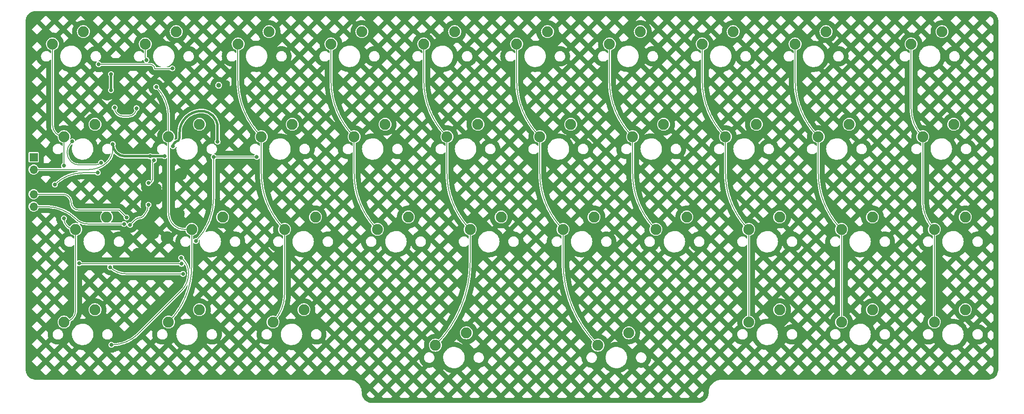
<source format=gbr>
%TF.GenerationSoftware,KiCad,Pcbnew,(6.0.7-1)-1*%
%TF.CreationDate,2022-08-08T11:53:52-04:00*%
%TF.ProjectId,shortiepie2040,73686f72-7469-4657-9069-65323034302e,rev?*%
%TF.SameCoordinates,Original*%
%TF.FileFunction,Copper,L1,Top*%
%TF.FilePolarity,Positive*%
%FSLAX46Y46*%
G04 Gerber Fmt 4.6, Leading zero omitted, Abs format (unit mm)*
G04 Created by KiCad (PCBNEW (6.0.7-1)-1) date 2022-08-08 11:53:52*
%MOMM*%
%LPD*%
G01*
G04 APERTURE LIST*
%TA.AperFunction,ComponentPad*%
%ADD10C,2.250000*%
%TD*%
%TA.AperFunction,ComponentPad*%
%ADD11C,0.600000*%
%TD*%
%TA.AperFunction,ComponentPad*%
%ADD12R,1.000000X1.000000*%
%TD*%
%TA.AperFunction,ComponentPad*%
%ADD13O,1.000000X1.000000*%
%TD*%
%TA.AperFunction,ComponentPad*%
%ADD14R,1.700000X1.700000*%
%TD*%
%TA.AperFunction,ComponentPad*%
%ADD15O,1.700000X1.700000*%
%TD*%
%TA.AperFunction,ViaPad*%
%ADD16C,0.800000*%
%TD*%
%TA.AperFunction,Conductor*%
%ADD17C,0.500000*%
%TD*%
%TA.AperFunction,Conductor*%
%ADD18C,0.200000*%
%TD*%
G04 APERTURE END LIST*
D10*
%TO.P,MX2,1,COL*%
%TO.N,col0*%
X53046250Y-71810000D03*
%TO.P,MX2,2,ROW*%
%TO.N,Net-(D2-Pad2)*%
X59396250Y-69270000D03*
%TD*%
D11*
%TO.P,U1,57,GND*%
%TO.N,GND*%
X72225000Y-82325000D03*
X70950000Y-82325000D03*
X69675000Y-82325000D03*
X70950000Y-83600000D03*
X72225000Y-83600000D03*
X70950000Y-84875000D03*
X72225000Y-84875000D03*
X69675000Y-84875000D03*
X69675000Y-83600000D03*
%TD*%
D10*
%TO.P,MX36,1,COL*%
%TO.N,col9*%
X229258750Y-71810000D03*
%TO.P,MX36,2,ROW*%
%TO.N,Net-(D36-Pad2)*%
X235608750Y-69270000D03*
%TD*%
D12*
%TO.P,SW1,1,1*%
%TO.N,GND*%
X86050000Y-61250000D03*
D13*
%TO.P,SW1,2,2*%
%TO.N,Net-(R_Flash1-Pad1)*%
X84780000Y-61250000D03*
%TD*%
D10*
%TO.P,MX38,1,COL*%
%TO.N,col9*%
X231640000Y-109910000D03*
%TO.P,MX38,2,ROW*%
%TO.N,Net-(D38-Pad2)*%
X237990000Y-107370000D03*
%TD*%
%TO.P,MX37,1,COL*%
%TO.N,col9*%
X231640000Y-90860000D03*
%TO.P,MX37,2,ROW*%
%TO.N,Net-(D37-Pad2)*%
X237990000Y-88320000D03*
%TD*%
%TO.P,MX35,1,COL*%
%TO.N,col9*%
X226877500Y-52760000D03*
%TO.P,MX35,2,ROW*%
%TO.N,Net-(D35-Pad2)*%
X233227500Y-50220000D03*
%TD*%
%TO.P,MX34,1,COL*%
%TO.N,col8*%
X212590000Y-109910000D03*
%TO.P,MX34,2,ROW*%
%TO.N,Net-(D34-Pad2)*%
X218940000Y-107370000D03*
%TD*%
%TO.P,MX33,1,COL*%
%TO.N,col8*%
X212590000Y-90860000D03*
%TO.P,MX33,2,ROW*%
%TO.N,Net-(D33-Pad2)*%
X218940000Y-88320000D03*
%TD*%
%TO.P,MX32,1,COL*%
%TO.N,col8*%
X207827500Y-71810000D03*
%TO.P,MX32,2,ROW*%
%TO.N,Net-(D32-Pad2)*%
X214177500Y-69270000D03*
%TD*%
%TO.P,MX31,1,COL*%
%TO.N,col8*%
X203065000Y-52760000D03*
%TO.P,MX31,2,ROW*%
%TO.N,Net-(D31-Pad2)*%
X209415000Y-50220000D03*
%TD*%
%TO.P,MX30,1,COL*%
%TO.N,col7*%
X193540000Y-109910000D03*
%TO.P,MX30,2,ROW*%
%TO.N,Net-(D30-Pad2)*%
X199890000Y-107370000D03*
%TD*%
%TO.P,MX29,1,COL*%
%TO.N,col7*%
X193540000Y-90860000D03*
%TO.P,MX29,2,ROW*%
%TO.N,Net-(D29-Pad2)*%
X199890000Y-88320000D03*
%TD*%
%TO.P,MX28,1,COL*%
%TO.N,col7*%
X188777500Y-71810000D03*
%TO.P,MX28,2,ROW*%
%TO.N,Net-(D28-Pad2)*%
X195127500Y-69270000D03*
%TD*%
%TO.P,MX27,1,COL*%
%TO.N,col7*%
X184015000Y-52760000D03*
%TO.P,MX27,2,ROW*%
%TO.N,Net-(D27-Pad2)*%
X190365000Y-50220000D03*
%TD*%
%TO.P,MX26,1,COL*%
%TO.N,col6*%
X174490000Y-90860000D03*
%TO.P,MX26,2,ROW*%
%TO.N,Net-(D26-Pad2)*%
X180840000Y-88320000D03*
%TD*%
%TO.P,MX25,1,COL*%
%TO.N,col6*%
X169727500Y-71810000D03*
%TO.P,MX25,2,ROW*%
%TO.N,Net-(D25-Pad2)*%
X176077500Y-69270000D03*
%TD*%
%TO.P,MX24,1,COL*%
%TO.N,col6*%
X164965000Y-52760000D03*
%TO.P,MX24,2,ROW*%
%TO.N,Net-(D24-Pad2)*%
X171315000Y-50220000D03*
%TD*%
%TO.P,MX23,1,COL*%
%TO.N,col5*%
X162583750Y-114672500D03*
%TO.P,MX23,2,ROW*%
%TO.N,Net-(D23-Pad2)*%
X168933750Y-112132500D03*
%TD*%
%TO.P,MX22,1,COL*%
%TO.N,col5*%
X155440000Y-90860000D03*
%TO.P,MX22,2,ROW*%
%TO.N,Net-(D22-Pad2)*%
X161790000Y-88320000D03*
%TD*%
%TO.P,MX21,1,COL*%
%TO.N,col5*%
X150677500Y-71810000D03*
%TO.P,MX21,2,ROW*%
%TO.N,Net-(D21-Pad2)*%
X157027500Y-69270000D03*
%TD*%
%TO.P,MX20,1,COL*%
%TO.N,col5*%
X145915000Y-52760000D03*
%TO.P,MX20,2,ROW*%
%TO.N,Net-(D20-Pad2)*%
X152265000Y-50220000D03*
%TD*%
%TO.P,MX19,1,COL*%
%TO.N,col4*%
X129246250Y-114672500D03*
%TO.P,MX19,2,ROW*%
%TO.N,Net-(D19-Pad2)*%
X135596250Y-112132500D03*
%TD*%
%TO.P,MX18,2,ROW*%
%TO.N,Net-(D18-Pad2)*%
X142740000Y-88320000D03*
%TO.P,MX18,1,COL*%
%TO.N,col4*%
X136390000Y-90860000D03*
%TD*%
%TO.P,MX17,1,COL*%
%TO.N,col4*%
X131627500Y-71810000D03*
%TO.P,MX17,2,ROW*%
%TO.N,Net-(D17-Pad2)*%
X137977500Y-69270000D03*
%TD*%
%TO.P,MX16,1,COL*%
%TO.N,col4*%
X126865000Y-52760000D03*
%TO.P,MX16,2,ROW*%
%TO.N,Net-(D16-Pad2)*%
X133215000Y-50220000D03*
%TD*%
%TO.P,MX15,1,COL*%
%TO.N,col3*%
X117340000Y-90860000D03*
%TO.P,MX15,2,ROW*%
%TO.N,Net-(D15-Pad2)*%
X123690000Y-88320000D03*
%TD*%
%TO.P,MX14,1,COL*%
%TO.N,col3*%
X112577500Y-71810000D03*
%TO.P,MX14,2,ROW*%
%TO.N,Net-(D14-Pad2)*%
X118927500Y-69270000D03*
%TD*%
%TO.P,MX13,1,COL*%
%TO.N,col3*%
X107815000Y-52760000D03*
%TO.P,MX13,2,ROW*%
%TO.N,Net-(D13-Pad2)*%
X114165000Y-50220000D03*
%TD*%
%TO.P,MX12,1,COL*%
%TO.N,col2*%
X95908750Y-109910000D03*
%TO.P,MX12,2,ROW*%
%TO.N,Net-(D12-Pad2)*%
X102258750Y-107370000D03*
%TD*%
%TO.P,MX11,1,COL*%
%TO.N,col2*%
X98290000Y-90860000D03*
%TO.P,MX11,2,ROW*%
%TO.N,Net-(D11-Pad2)*%
X104640000Y-88320000D03*
%TD*%
%TO.P,MX10,1,COL*%
%TO.N,col2*%
X93527500Y-71810000D03*
%TO.P,MX10,2,ROW*%
%TO.N,Net-(D10-Pad2)*%
X99877500Y-69270000D03*
%TD*%
%TO.P,MX9,1,COL*%
%TO.N,col2*%
X88765000Y-52760000D03*
%TO.P,MX9,2,ROW*%
%TO.N,Net-(D9-Pad2)*%
X95115000Y-50220000D03*
%TD*%
%TO.P,MX8,1,COL*%
%TO.N,col1*%
X74477500Y-109910000D03*
%TO.P,MX8,2,ROW*%
%TO.N,Net-(D8-Pad2)*%
X80827500Y-107370000D03*
%TD*%
%TO.P,MX7,1,COL*%
%TO.N,col1*%
X79240000Y-90860000D03*
%TO.P,MX7,2,ROW*%
%TO.N,Net-(D7-Pad2)*%
X85590000Y-88320000D03*
%TD*%
%TO.P,MX6,1,COL*%
%TO.N,col1*%
X74477500Y-71810000D03*
%TO.P,MX6,2,ROW*%
%TO.N,Net-(D6-Pad2)*%
X80827500Y-69270000D03*
%TD*%
%TO.P,MX5,1,COL*%
%TO.N,col1*%
X69715000Y-52760000D03*
%TO.P,MX5,2,ROW*%
%TO.N,Net-(D5-Pad2)*%
X76065000Y-50220000D03*
%TD*%
%TO.P,MX4,1,COL*%
%TO.N,col0*%
X53046250Y-109910000D03*
%TO.P,MX4,2,ROW*%
%TO.N,Net-(D4-Pad2)*%
X59396250Y-107370000D03*
%TD*%
%TO.P,MX3,1,COL*%
%TO.N,col0*%
X55427500Y-90860000D03*
%TO.P,MX3,2,ROW*%
%TO.N,Net-(D3-Pad2)*%
X61777500Y-88320000D03*
%TD*%
%TO.P,MX1,2,ROW*%
%TO.N,Net-(D1-Pad2)*%
X57015000Y-50220000D03*
%TO.P,MX1,1,COL*%
%TO.N,col0*%
X50665000Y-52760000D03*
%TD*%
D14*
%TO.P,J2,1,Pin_1*%
%TO.N,RESET*%
X46800000Y-76025000D03*
D15*
%TO.P,J2,2,Pin_2*%
%TO.N,+3V3*%
X46800000Y-78565000D03*
%TO.P,J2,3,Pin_3*%
%TO.N,GND*%
X46800000Y-81105000D03*
%TO.P,J2,4,Pin_4*%
%TO.N,SWDIO*%
X46800000Y-83645000D03*
%TO.P,J2,5,Pin_5*%
%TO.N,SWCLK*%
X46800000Y-86185000D03*
%TD*%
D16*
%TO.N,+3V3*%
X73650000Y-75800000D03*
%TO.N,SWCLK*%
X65355000Y-89745000D03*
%TO.N,row3*%
X77100000Y-96700000D03*
X62750000Y-114600000D03*
%TO.N,row2*%
X62500000Y-98650000D03*
X77450000Y-100000000D03*
%TO.N,row0*%
X54750000Y-72800000D03*
X60655750Y-77146910D03*
%TO.N,row1*%
X92600000Y-75950000D03*
X77150000Y-97950000D03*
X56150000Y-97850000D03*
X51150000Y-81650000D03*
X59956250Y-79225140D03*
X80100000Y-93250000D03*
X83750000Y-76000000D03*
%TO.N,col1*%
X71950000Y-61600000D03*
X69950000Y-56050000D03*
%TO.N,col0*%
X53000000Y-88600000D03*
X53000000Y-77800000D03*
%TO.N,SWDIO*%
X65849500Y-88402094D03*
%TO.N,+3V3*%
X75400000Y-73800000D03*
X84550000Y-72850000D03*
%TO.N,GND*%
X89300000Y-67150000D03*
%TO.N,row0*%
X75250000Y-57800000D03*
X60150000Y-56950000D03*
%TO.N,+1V1*%
X66600000Y-89950000D03*
%TO.N,GND*%
X71250000Y-91650000D03*
X74200000Y-92550000D03*
X68200000Y-95950000D03*
X64300000Y-83800000D03*
%TO.N,+3V3*%
X63050000Y-73330000D03*
X70700000Y-75850000D03*
%TO.N,+1V1*%
X71500000Y-76650000D03*
%TO.N,D+*%
X63400000Y-65850000D03*
X67900000Y-65950000D03*
%TO.N,+5V*%
X62700000Y-62250000D03*
X62700000Y-58950000D03*
%TO.N,GND*%
X61900000Y-63100000D03*
X62400000Y-78250000D03*
X76950000Y-79550000D03*
%TO.N,+1V1*%
X70350000Y-85800000D03*
X70400000Y-81350000D03*
%TO.N,GND*%
X76500000Y-87700000D03*
%TD*%
D17*
%TO.N,+3V3*%
X73650000Y-75800000D02*
X70820710Y-75800000D01*
X70699997Y-75849997D02*
G75*
G02*
X70820710Y-75800000I120703J-120703D01*
G01*
D18*
%TO.N,+1V1*%
X71200000Y-80550000D02*
X71200000Y-77374264D01*
X71500011Y-76650011D02*
G75*
G03*
X71200000Y-77374264I724289J-724289D01*
G01*
D17*
%TO.N,+3V3*%
X75950000Y-72850000D02*
X75682843Y-73117157D01*
X75400005Y-73800000D02*
G75*
G02*
X75682844Y-73117158I965695J0D01*
G01*
D18*
%TO.N,row3*%
X77079720Y-103520279D02*
X69050000Y-111550000D01*
X77100000Y-96700000D02*
X77433274Y-97033274D01*
X78599986Y-99850000D02*
G75*
G03*
X77433274Y-97033274I-3983486J0D01*
G01*
X69050000Y-111550000D02*
X68298097Y-112301903D01*
X77079729Y-103520288D02*
G75*
G03*
X78600000Y-99850000I-3670329J3670288D01*
G01*
X62750000Y-114599998D02*
G75*
G03*
X68298097Y-112301903I0J7846198D01*
G01*
%TO.N,row2*%
X77450000Y-100000000D02*
X65759188Y-100000000D01*
X62500003Y-98649997D02*
G75*
G03*
X65759188Y-100000000I3259197J3259197D01*
G01*
%TO.N,row0*%
X56000609Y-77599982D02*
G75*
G02*
X54463173Y-76963173I-9J2174282D01*
G01*
X56000609Y-77600000D02*
X59561894Y-77600000D01*
X53649990Y-75000000D02*
G75*
G02*
X54427818Y-73122182I2655610J0D01*
G01*
X54750000Y-72800000D02*
X54427818Y-73122182D01*
X59561894Y-77600009D02*
G75*
G03*
X60655750Y-77146910I6J1546909D01*
G01*
X53649987Y-75000000D02*
G75*
G03*
X54463173Y-76963173I2776313J0D01*
G01*
%TO.N,row1*%
X92600003Y-75950003D02*
G75*
G02*
X92479290Y-76000000I-120703J120703D01*
G01*
X83750000Y-76000000D02*
X92479290Y-76000000D01*
X57004129Y-79225140D02*
X59956250Y-79225140D01*
X77150000Y-97950000D02*
X56391421Y-97950000D01*
X56149994Y-97850006D02*
G75*
G03*
X56391421Y-97950000I241406J241406D01*
G01*
X57004129Y-79225153D02*
G75*
G03*
X51150000Y-81650000I-29J-8278947D01*
G01*
X80100000Y-93250000D02*
G75*
G03*
X83750000Y-84438121I-8811880J8811880D01*
G01*
X83750000Y-76000000D02*
X83750000Y-84438121D01*
%TO.N,col9*%
X231640000Y-90860000D02*
X231640000Y-109910000D01*
X229258750Y-71810000D02*
X229258750Y-85111154D01*
X231639987Y-90860013D02*
G75*
G02*
X229258750Y-85111154I5748813J5748813D01*
G01*
X226877500Y-52760000D02*
X226877500Y-66061154D01*
X229258726Y-71810024D02*
G75*
G02*
X226877500Y-66061154I5748874J5748824D01*
G01*
%TO.N,col8*%
X212590000Y-90860000D02*
X212590000Y-109910000D01*
X207827500Y-71810000D02*
X207827500Y-79362308D01*
X212590002Y-90859998D02*
G75*
G02*
X207827500Y-79362308I11497698J11497698D01*
G01*
X203065000Y-52760000D02*
X203065000Y-60312308D01*
X207827502Y-71809998D02*
G75*
G02*
X203065000Y-60312308I11497698J11497698D01*
G01*
%TO.N,col7*%
X193540000Y-90860000D02*
X193540000Y-109910000D01*
X188777500Y-71810000D02*
X188777500Y-79362308D01*
X193540002Y-90859998D02*
G75*
G02*
X188777500Y-79362308I11497698J11497698D01*
G01*
X184015000Y-52760000D02*
X184015000Y-60312308D01*
X188777502Y-71809998D02*
G75*
G02*
X184015000Y-60312308I11497698J11497698D01*
G01*
%TO.N,col6*%
X169727500Y-71810000D02*
X169727500Y-79362308D01*
X174490002Y-90859998D02*
G75*
G02*
X169727500Y-79362308I11497698J11497698D01*
G01*
X164965000Y-52760000D02*
X164965000Y-60312308D01*
X169727502Y-71809998D02*
G75*
G02*
X164965000Y-60312308I11497698J11497698D01*
G01*
%TO.N,col5*%
X155440000Y-90860000D02*
X155440000Y-97425962D01*
X162583751Y-114672499D02*
G75*
G02*
X155440000Y-97425962I17246539J17246539D01*
G01*
X150677500Y-71810000D02*
X150677500Y-79362308D01*
X155440002Y-90859998D02*
G75*
G02*
X150677500Y-79362308I11497698J11497698D01*
G01*
X145915000Y-52760000D02*
X145915000Y-60312308D01*
X150677502Y-71809998D02*
G75*
G02*
X145915000Y-60312308I11497698J11497698D01*
G01*
%TO.N,col4*%
X136390000Y-90860000D02*
X136390000Y-97425962D01*
X129246252Y-114672502D02*
G75*
G03*
X136390000Y-97425962I-17246552J17246542D01*
G01*
X131627500Y-71810000D02*
X131627500Y-79362308D01*
X136390002Y-90859998D02*
G75*
G02*
X131627500Y-79362308I11497698J11497698D01*
G01*
X126865000Y-52760000D02*
X126865000Y-60312308D01*
X131627502Y-71809998D02*
G75*
G02*
X126865000Y-60312308I11497698J11497698D01*
G01*
%TO.N,col3*%
X112577500Y-71810000D02*
X112577500Y-79362308D01*
X117340002Y-90859998D02*
G75*
G02*
X112577500Y-79362308I11497698J11497698D01*
G01*
X107815000Y-52760000D02*
X107815000Y-60312308D01*
X112577502Y-71809998D02*
G75*
G02*
X107815000Y-60312308I11497698J11497698D01*
G01*
%TO.N,col1*%
X75549966Y-90000034D02*
G75*
G02*
X74477500Y-87410756I2589334J2589234D01*
G01*
X74477500Y-71810000D02*
X74477500Y-87410756D01*
X77626223Y-90859990D02*
G75*
G02*
X75550000Y-90000000I-23J2936190D01*
G01*
X77626223Y-90860000D02*
X79240000Y-90860000D01*
X69715000Y-52760000D02*
X69715000Y-55482660D01*
X69949988Y-56050012D02*
G75*
G02*
X69715000Y-55482660I567312J567312D01*
G01*
X74477489Y-67701924D02*
G75*
G03*
X71949999Y-61600001I-8629389J24D01*
G01*
X74477500Y-67701924D02*
X74477500Y-71810000D01*
X79240000Y-90860000D02*
X79240000Y-98412308D01*
X74477498Y-109909998D02*
G75*
G03*
X79240000Y-98412308I-11497698J11497698D01*
G01*
%TO.N,col2*%
X98290000Y-90860000D02*
X98290000Y-104161154D01*
X95908749Y-109909999D02*
G75*
G03*
X98290000Y-104161154I-5748849J5748849D01*
G01*
X93527500Y-71810000D02*
X93527500Y-79362308D01*
X98290002Y-90859998D02*
G75*
G02*
X93527500Y-79362308I11497698J11497698D01*
G01*
X88765000Y-52760000D02*
X88700000Y-52825000D01*
X88700000Y-52825000D02*
X88700000Y-60155385D01*
X93527501Y-71809999D02*
G75*
G02*
X88700000Y-60155385I11654619J11654619D01*
G01*
%TO.N,col0*%
X55427500Y-90860000D02*
X55427500Y-107528750D01*
X53046250Y-109910000D02*
G75*
G03*
X55427500Y-107528750I0J2381250D01*
G01*
X55427500Y-90860000D02*
X55260000Y-90860000D01*
X53000000Y-88600000D02*
G75*
G03*
X55260000Y-90860000I2260000J0D01*
G01*
X53046250Y-71810000D02*
X53046250Y-77753750D01*
X53000000Y-77800050D02*
G75*
G03*
X53046250Y-77753750I0J46250D01*
G01*
X50665000Y-52760000D02*
X50665000Y-69428750D01*
X53046250Y-71810000D02*
G75*
G02*
X50665000Y-69428750I0J2381250D01*
G01*
%TO.N,SWDIO*%
X64342406Y-86895000D02*
X57005000Y-86895000D01*
X57005000Y-86895000D02*
X56355000Y-86895000D01*
X46800000Y-83645000D02*
X52795000Y-83645000D01*
X54500000Y-85350000D02*
G75*
G03*
X52795000Y-83645000I-1705000J0D01*
G01*
X56045000Y-86895000D02*
G75*
G02*
X54500000Y-85350000I0J1545000D01*
G01*
X56045000Y-86895000D02*
X57005000Y-86895000D01*
X56350000Y-86900000D02*
G75*
G02*
X56355000Y-86895000I5000J0D01*
G01*
X65849500Y-88402094D02*
X64342406Y-86895000D01*
%TO.N,SWCLK*%
X65355000Y-89745000D02*
X57902142Y-89745000D01*
X55499988Y-88750012D02*
G75*
G03*
X57902142Y-89745000I2402112J2402112D01*
G01*
X49307543Y-86185000D02*
X46800000Y-86185000D01*
X49307543Y-86185000D02*
G75*
G02*
X55499999Y-88750001I-3J-8757460D01*
G01*
D17*
%TO.N,+3V3*%
X76750000Y-72050000D02*
X76750000Y-71000000D01*
X81200000Y-66550000D02*
G75*
G03*
X76750000Y-71000000I0J-4450000D01*
G01*
X84550000Y-69850000D02*
X84550000Y-72850000D01*
X81200000Y-66550000D02*
X81250000Y-66550000D01*
X76750000Y-72050000D02*
G75*
G02*
X75950000Y-72850000I-800000J0D01*
G01*
X84550000Y-69850000D02*
G75*
G03*
X81250000Y-66550000I-3300000J0D01*
G01*
D18*
%TO.N,+1V1*%
X71200000Y-80550000D02*
G75*
G02*
X70400000Y-81350000I-800000J0D01*
G01*
%TO.N,row0*%
X75250000Y-57800000D02*
G75*
G02*
X75200000Y-57850000I-50000J0D01*
G01*
X71650000Y-57850000D02*
X75200000Y-57850000D01*
X60150000Y-56950000D02*
X61650000Y-56950000D01*
X61650000Y-56950000D02*
X70750000Y-56950000D01*
X71650000Y-57850000D02*
G75*
G03*
X70750000Y-56950000I-900000J0D01*
G01*
%TO.N,+1V1*%
X69197488Y-88252513D02*
X69200000Y-88250000D01*
X70349993Y-85800000D02*
G75*
G02*
X69430761Y-88019239I-3138493J0D01*
G01*
X69197493Y-88252518D02*
G75*
G02*
X68600000Y-88500000I-597493J597518D01*
G01*
X66600000Y-89950000D02*
X67661091Y-88888909D01*
X68600000Y-88499995D02*
G75*
G03*
X67661091Y-88888909I0J-1327805D01*
G01*
X69200000Y-88250000D02*
X69430761Y-88019239D01*
%TO.N,+3V3*%
X61950034Y-77000034D02*
G75*
G02*
X58171756Y-78565000I-3778234J3778334D01*
G01*
X46800000Y-78565000D02*
X58171756Y-78565000D01*
X63049985Y-74344366D02*
G75*
G02*
X61950000Y-77000000I-3755585J-34D01*
G01*
X63050000Y-74344366D02*
X63050000Y-73330000D01*
D17*
X70700000Y-75850000D02*
X65570000Y-75850000D01*
X63050000Y-73330000D02*
G75*
G03*
X65570000Y-75850000I2520000J0D01*
G01*
D18*
%TO.N,D+*%
X65400000Y-67600000D02*
X65150000Y-67600000D01*
X66250000Y-67600000D02*
X65400000Y-67600000D01*
X63400000Y-65850000D02*
G75*
G03*
X65150000Y-67600000I1750000J0D01*
G01*
X66250000Y-67600000D02*
G75*
G03*
X67900000Y-65950000I0J1650000D01*
G01*
D17*
%TO.N,+5V*%
X62700000Y-58950000D02*
X62700000Y-62250000D01*
%TD*%
%TA.AperFunction,Conductor*%
%TO.N,GND*%
G36*
X242864999Y-45976882D02*
G01*
X242865038Y-45976454D01*
X242873333Y-45977214D01*
X242881256Y-45979800D01*
X242889514Y-45978695D01*
X242890744Y-45978808D01*
X242909933Y-45979003D01*
X243139579Y-46014486D01*
X243148790Y-46016517D01*
X243158798Y-46019404D01*
X243394612Y-46087432D01*
X243403483Y-46090616D01*
X243406238Y-46091808D01*
X243638283Y-46192224D01*
X243646684Y-46196515D01*
X243866645Y-46327163D01*
X243874427Y-46332483D01*
X244075992Y-46490057D01*
X244083038Y-46496329D01*
X244262908Y-46678251D01*
X244269098Y-46685366D01*
X244334159Y-46770564D01*
X244424376Y-46888706D01*
X244429610Y-46896551D01*
X244492379Y-47005014D01*
X244557751Y-47117976D01*
X244561946Y-47126424D01*
X244660883Y-47362362D01*
X244663969Y-47371276D01*
X244732087Y-47617877D01*
X244734014Y-47627110D01*
X244770212Y-47880381D01*
X244770948Y-47889785D01*
X244774290Y-48121802D01*
X244772004Y-48139223D01*
X244771878Y-48141688D01*
X244769612Y-48149706D01*
X244771048Y-48157915D01*
X244773393Y-48171322D01*
X244774500Y-48184072D01*
X244774500Y-119818723D01*
X244773096Y-119827659D01*
X244773411Y-119827687D01*
X244772684Y-119835985D01*
X244770128Y-119843919D01*
X244771265Y-119852175D01*
X244771158Y-119853401D01*
X244771038Y-119872598D01*
X244735845Y-120106384D01*
X244733849Y-120115603D01*
X244662788Y-120365579D01*
X244659636Y-120374469D01*
X244557349Y-120613387D01*
X244553094Y-120621798D01*
X244539683Y-120644580D01*
X244421245Y-120845762D01*
X244415951Y-120853569D01*
X244256687Y-121058936D01*
X244250443Y-121066006D01*
X244066353Y-121249439D01*
X244059261Y-121255658D01*
X243853322Y-121414191D01*
X243845496Y-121419457D01*
X243621062Y-121550506D01*
X243612636Y-121554730D01*
X243373352Y-121656165D01*
X243364470Y-121659278D01*
X243114211Y-121729455D01*
X243105011Y-121731412D01*
X242847867Y-121769181D01*
X242838475Y-121769953D01*
X242737594Y-121771798D01*
X242602841Y-121774262D01*
X242584187Y-121771886D01*
X242582524Y-121771807D01*
X242574498Y-121769573D01*
X242566298Y-121771040D01*
X242566296Y-121771040D01*
X242553426Y-121773343D01*
X242540394Y-121774500D01*
X187849603Y-121774500D01*
X187836461Y-121773324D01*
X187828492Y-121771886D01*
X187815598Y-121769559D01*
X187814881Y-121769593D01*
X187810844Y-121770725D01*
X187808529Y-121771100D01*
X187804500Y-121771638D01*
X187521491Y-121801558D01*
X187519479Y-121802003D01*
X187519471Y-121802004D01*
X187357035Y-121837906D01*
X187233373Y-121865238D01*
X186954196Y-121960777D01*
X186952329Y-121961661D01*
X186952325Y-121961662D01*
X186941244Y-121966905D01*
X186687472Y-122086974D01*
X186685709Y-122088065D01*
X186685707Y-122088066D01*
X186541680Y-122177190D01*
X186436555Y-122242241D01*
X186406330Y-122266007D01*
X186206235Y-122423339D01*
X186206231Y-122423343D01*
X186204600Y-122424625D01*
X185994524Y-122631833D01*
X185808969Y-122861259D01*
X185650268Y-123110019D01*
X185649362Y-123111867D01*
X185649359Y-123111873D01*
X185521328Y-123373126D01*
X185520418Y-123374983D01*
X185480697Y-123486044D01*
X185421745Y-123650875D01*
X185421742Y-123650885D01*
X185421050Y-123652820D01*
X185353416Y-123940035D01*
X185353170Y-123942095D01*
X185353169Y-123942098D01*
X185346595Y-123997051D01*
X185318364Y-124233018D01*
X185316511Y-124502732D01*
X185315385Y-124506654D01*
X185316441Y-124512844D01*
X185316396Y-124519498D01*
X185316070Y-124522785D01*
X185316067Y-124522806D01*
X185316059Y-124522820D01*
X185316027Y-124523307D01*
X185315286Y-124527415D01*
X185315320Y-124528132D01*
X185315636Y-124529260D01*
X185315606Y-124529725D01*
X185316001Y-124546713D01*
X185291535Y-124760542D01*
X185289985Y-124769343D01*
X185231734Y-125012903D01*
X185229136Y-125021450D01*
X185185235Y-125139664D01*
X185141949Y-125256220D01*
X185138340Y-125264389D01*
X185074510Y-125388076D01*
X185023490Y-125486939D01*
X185018920Y-125494618D01*
X184878085Y-125701696D01*
X184872622Y-125708769D01*
X184707853Y-125897362D01*
X184701579Y-125903723D01*
X184515274Y-126071086D01*
X184508288Y-126076637D01*
X184303173Y-126220320D01*
X184295558Y-126224996D01*
X184074614Y-126342909D01*
X184066491Y-126346632D01*
X183832961Y-126437048D01*
X183824447Y-126439766D01*
X183581700Y-126501380D01*
X183572933Y-126503049D01*
X183346291Y-126532158D01*
X183324537Y-126534952D01*
X183315622Y-126535553D01*
X183276461Y-126535824D01*
X183089554Y-126537115D01*
X183070728Y-126534533D01*
X183069368Y-126534458D01*
X183061357Y-126532158D01*
X183039154Y-126535947D01*
X183026717Y-126537000D01*
X116422862Y-126537000D01*
X116410641Y-126535984D01*
X116388009Y-126532194D01*
X116380009Y-126534517D01*
X116378465Y-126534607D01*
X116359806Y-126537210D01*
X116113646Y-126535890D01*
X116103991Y-126535205D01*
X115837026Y-126498601D01*
X115827542Y-126496662D01*
X115567630Y-126425523D01*
X115558481Y-126422362D01*
X115310090Y-126317911D01*
X115301432Y-126313584D01*
X115068787Y-126177599D01*
X115060768Y-126172178D01*
X114847870Y-126006996D01*
X114840632Y-126000580D01*
X114651109Y-125809016D01*
X114644768Y-125801706D01*
X114481871Y-125587044D01*
X114476537Y-125578967D01*
X114378519Y-125407075D01*
X114343059Y-125344888D01*
X114338824Y-125336185D01*
X114237037Y-125086679D01*
X114233975Y-125077497D01*
X114165627Y-124816846D01*
X114163789Y-124807342D01*
X114145458Y-124662103D01*
X115173333Y-124662103D01*
X115199189Y-124760707D01*
X115254433Y-124896125D01*
X115326869Y-125023155D01*
X115415283Y-125139664D01*
X115518125Y-125243615D01*
X115633679Y-125333270D01*
X115759945Y-125407075D01*
X115894746Y-125463760D01*
X116035807Y-125502369D01*
X116180691Y-125522234D01*
X116310789Y-125522932D01*
X116312566Y-125522728D01*
X116345422Y-125520809D01*
X116353716Y-125520790D01*
X116412151Y-125523937D01*
X116422862Y-125523000D01*
X116470526Y-125523000D01*
X116812627Y-125180899D01*
X118246639Y-125180899D01*
X118588740Y-125523000D01*
X120062628Y-125523000D01*
X120404729Y-125180899D01*
X121838742Y-125180899D01*
X122180843Y-125523000D01*
X123654730Y-125523000D01*
X123996831Y-125180899D01*
X125430844Y-125180899D01*
X125772945Y-125523000D01*
X127246833Y-125523000D01*
X127588934Y-125180899D01*
X129022947Y-125180899D01*
X129365048Y-125523000D01*
X130838935Y-125523000D01*
X131181036Y-125180899D01*
X132615049Y-125180899D01*
X132957150Y-125523000D01*
X134431038Y-125523000D01*
X134773139Y-125180899D01*
X136207152Y-125180899D01*
X136549253Y-125523000D01*
X138023140Y-125523000D01*
X138365241Y-125180899D01*
X139799254Y-125180899D01*
X140141355Y-125523000D01*
X141615243Y-125523000D01*
X141957344Y-125180899D01*
X143391357Y-125180899D01*
X143733458Y-125523000D01*
X145207345Y-125523000D01*
X145549446Y-125180899D01*
X146983459Y-125180899D01*
X147325560Y-125523000D01*
X148799448Y-125523000D01*
X149141549Y-125180899D01*
X150575562Y-125180899D01*
X150917663Y-125523000D01*
X152391550Y-125523000D01*
X152733651Y-125180899D01*
X154167664Y-125180899D01*
X154509765Y-125523000D01*
X155983652Y-125523000D01*
X156325753Y-125180899D01*
X157759766Y-125180899D01*
X158101867Y-125523000D01*
X159575755Y-125523000D01*
X159917856Y-125180899D01*
X161351869Y-125180899D01*
X161693970Y-125523000D01*
X163167857Y-125523000D01*
X163509958Y-125180899D01*
X164943971Y-125180899D01*
X165286072Y-125523000D01*
X166759960Y-125523000D01*
X167102061Y-125180899D01*
X168536074Y-125180899D01*
X168878175Y-125523000D01*
X170352062Y-125523000D01*
X170694163Y-125180899D01*
X172128176Y-125180899D01*
X172470277Y-125523000D01*
X173944165Y-125523000D01*
X174286266Y-125180899D01*
X175720279Y-125180899D01*
X176062380Y-125523000D01*
X177536267Y-125523000D01*
X177878368Y-125180899D01*
X179312381Y-125180899D01*
X179654482Y-125523000D01*
X181128370Y-125523000D01*
X181470471Y-125180899D01*
X182904484Y-125180899D01*
X183245598Y-125522013D01*
X183251752Y-125521971D01*
X183387354Y-125504555D01*
X183519881Y-125470917D01*
X183647357Y-125421562D01*
X183767980Y-125357188D01*
X183879944Y-125278758D01*
X183981654Y-125187389D01*
X184071595Y-125084442D01*
X184148479Y-124971396D01*
X184211174Y-124849907D01*
X184258774Y-124721736D01*
X184290574Y-124588776D01*
X184302619Y-124483497D01*
X184303046Y-124421372D01*
X183983528Y-124101854D01*
X182904484Y-125180899D01*
X181470471Y-125180899D01*
X180391426Y-124101854D01*
X179312381Y-125180899D01*
X177878368Y-125180899D01*
X176799323Y-124101854D01*
X175720279Y-125180899D01*
X174286266Y-125180899D01*
X173207221Y-124101854D01*
X172128176Y-125180899D01*
X170694163Y-125180899D01*
X169615119Y-124101854D01*
X168536074Y-125180899D01*
X167102061Y-125180899D01*
X166023016Y-124101854D01*
X164943971Y-125180899D01*
X163509958Y-125180899D01*
X162430914Y-124101854D01*
X161351869Y-125180899D01*
X159917856Y-125180899D01*
X158838811Y-124101854D01*
X157759766Y-125180899D01*
X156325753Y-125180899D01*
X155246709Y-124101854D01*
X154167664Y-125180899D01*
X152733651Y-125180899D01*
X151654606Y-124101854D01*
X150575562Y-125180899D01*
X149141549Y-125180899D01*
X148062504Y-124101854D01*
X146983459Y-125180899D01*
X145549446Y-125180899D01*
X144470401Y-124101854D01*
X143391357Y-125180899D01*
X141957344Y-125180899D01*
X140878299Y-124101854D01*
X139799254Y-125180899D01*
X138365241Y-125180899D01*
X137286196Y-124101854D01*
X136207152Y-125180899D01*
X134773139Y-125180899D01*
X133694094Y-124101854D01*
X132615049Y-125180899D01*
X131181036Y-125180899D01*
X130101992Y-124101854D01*
X129022947Y-125180899D01*
X127588934Y-125180899D01*
X126509889Y-124101854D01*
X125430844Y-125180899D01*
X123996831Y-125180899D01*
X122917787Y-124101854D01*
X121838742Y-125180899D01*
X120404729Y-125180899D01*
X119325684Y-124101854D01*
X118246639Y-125180899D01*
X116812627Y-125180899D01*
X115733582Y-124101854D01*
X115173333Y-124662103D01*
X114145458Y-124662103D01*
X114134539Y-124575586D01*
X114134730Y-124566829D01*
X114134623Y-124566835D01*
X114134254Y-124560348D01*
X114134579Y-124559230D01*
X114134619Y-124558513D01*
X114133916Y-124554401D01*
X114133680Y-124550246D01*
X114133863Y-124550236D01*
X114133541Y-124547487D01*
X114133534Y-124541472D01*
X114134579Y-124535233D01*
X114133768Y-124532443D01*
X114134022Y-124531594D01*
X114133522Y-124531595D01*
X114133391Y-124421372D01*
X114133201Y-124261668D01*
X114130175Y-124235089D01*
X114099855Y-123968843D01*
X114099621Y-123966786D01*
X114033236Y-123677519D01*
X114032549Y-123675562D01*
X113935570Y-123399466D01*
X113935567Y-123399458D01*
X113934880Y-123397503D01*
X113928767Y-123384848D01*
X116450588Y-123384848D01*
X117529633Y-124463892D01*
X118608678Y-123384848D01*
X120042691Y-123384848D01*
X121121735Y-124463892D01*
X122200780Y-123384848D01*
X123634793Y-123384848D01*
X124713838Y-124463892D01*
X125792883Y-123384848D01*
X127226896Y-123384848D01*
X128305940Y-124463892D01*
X129384985Y-123384848D01*
X130818998Y-123384848D01*
X131898043Y-124463892D01*
X132977088Y-123384848D01*
X134411101Y-123384848D01*
X135490145Y-124463892D01*
X136569190Y-123384848D01*
X138003203Y-123384848D01*
X139082248Y-124463892D01*
X140161292Y-123384848D01*
X141595305Y-123384848D01*
X142674350Y-124463892D01*
X143753395Y-123384848D01*
X145187408Y-123384848D01*
X146266453Y-124463892D01*
X147345497Y-123384848D01*
X148779510Y-123384848D01*
X149858555Y-124463892D01*
X150937600Y-123384848D01*
X152371613Y-123384848D01*
X153450658Y-124463892D01*
X154529702Y-123384848D01*
X155963715Y-123384848D01*
X157042760Y-124463892D01*
X158121805Y-123384848D01*
X159555818Y-123384848D01*
X160634862Y-124463892D01*
X161713907Y-123384848D01*
X163147920Y-123384848D01*
X164226965Y-124463892D01*
X165306010Y-123384848D01*
X166740023Y-123384848D01*
X167819067Y-124463892D01*
X168898112Y-123384848D01*
X170332125Y-123384848D01*
X171411170Y-124463892D01*
X172490214Y-123384848D01*
X173924227Y-123384848D01*
X175003272Y-124463892D01*
X176082317Y-123384848D01*
X177516330Y-123384848D01*
X178595375Y-124463892D01*
X179674419Y-123384848D01*
X181108432Y-123384848D01*
X182187477Y-124463892D01*
X183266522Y-123384848D01*
X182187477Y-122305803D01*
X181108432Y-123384848D01*
X179674419Y-123384848D01*
X178595375Y-122305803D01*
X177516330Y-123384848D01*
X176082317Y-123384848D01*
X175003272Y-122305803D01*
X173924227Y-123384848D01*
X172490214Y-123384848D01*
X171411170Y-122305803D01*
X170332125Y-123384848D01*
X168898112Y-123384848D01*
X167819067Y-122305803D01*
X166740023Y-123384848D01*
X165306010Y-123384848D01*
X164226965Y-122305803D01*
X163147920Y-123384848D01*
X161713907Y-123384848D01*
X160634862Y-122305803D01*
X159555818Y-123384848D01*
X158121805Y-123384848D01*
X157042760Y-122305803D01*
X155963715Y-123384848D01*
X154529702Y-123384848D01*
X153450658Y-122305803D01*
X152371613Y-123384848D01*
X150937600Y-123384848D01*
X149858555Y-122305803D01*
X148779510Y-123384848D01*
X147345497Y-123384848D01*
X146266453Y-122305803D01*
X145187408Y-123384848D01*
X143753395Y-123384848D01*
X142674350Y-122305803D01*
X141595305Y-123384848D01*
X140161292Y-123384848D01*
X139082248Y-122305803D01*
X138003203Y-123384848D01*
X136569190Y-123384848D01*
X135490145Y-122305803D01*
X134411101Y-123384848D01*
X132977088Y-123384848D01*
X131898043Y-122305803D01*
X130818998Y-123384848D01*
X129384985Y-123384848D01*
X128305940Y-122305803D01*
X127226896Y-123384848D01*
X125792883Y-123384848D01*
X124713838Y-122305803D01*
X123634793Y-123384848D01*
X122200780Y-123384848D01*
X121121735Y-122305803D01*
X120042691Y-123384848D01*
X118608678Y-123384848D01*
X117529633Y-122305803D01*
X116450588Y-123384848D01*
X113928767Y-123384848D01*
X113805790Y-123130260D01*
X113647591Y-122879151D01*
X113462270Y-122647334D01*
X113295308Y-122480769D01*
X113253625Y-122439185D01*
X113253620Y-122439181D01*
X113252160Y-122437724D01*
X113019902Y-122252957D01*
X113004850Y-122243524D01*
X112770172Y-122096457D01*
X112770166Y-122096454D01*
X112768416Y-122095357D01*
X112753230Y-122088066D01*
X112502736Y-121967802D01*
X112502731Y-121967800D01*
X112500867Y-121966905D01*
X112498920Y-121966226D01*
X112498912Y-121966223D01*
X112366384Y-121920028D01*
X112220617Y-121869217D01*
X112075905Y-121836370D01*
X111933215Y-121803981D01*
X111933212Y-121803980D01*
X111931192Y-121803522D01*
X111648459Y-121772008D01*
X111644200Y-121771407D01*
X111641036Y-121770866D01*
X111637002Y-121769694D01*
X111636286Y-121769654D01*
X111632176Y-121770357D01*
X111632173Y-121770357D01*
X111624672Y-121771640D01*
X111614139Y-121773441D01*
X111601668Y-121774500D01*
X47093987Y-121774500D01*
X47085434Y-121773130D01*
X47085388Y-121773619D01*
X47077091Y-121772842D01*
X47069174Y-121770239D01*
X47060913Y-121771327D01*
X47059676Y-121771211D01*
X47040492Y-121770976D01*
X46806696Y-121734346D01*
X46797487Y-121732295D01*
X46547709Y-121659661D01*
X46538836Y-121656454D01*
X46383410Y-121588796D01*
X114654537Y-121588796D01*
X115733582Y-122667841D01*
X116812627Y-121588796D01*
X118246639Y-121588796D01*
X119325684Y-122667841D01*
X120404729Y-121588796D01*
X121838742Y-121588796D01*
X122917787Y-122667841D01*
X123996831Y-121588796D01*
X125430844Y-121588796D01*
X126509889Y-122667841D01*
X127588934Y-121588796D01*
X129022947Y-121588796D01*
X130101992Y-122667841D01*
X131181036Y-121588796D01*
X132615049Y-121588796D01*
X133694094Y-122667841D01*
X134773139Y-121588796D01*
X136207152Y-121588796D01*
X137286196Y-122667841D01*
X138365241Y-121588796D01*
X139799254Y-121588796D01*
X140878299Y-122667841D01*
X141957344Y-121588796D01*
X143391357Y-121588796D01*
X144470401Y-122667841D01*
X145549446Y-121588796D01*
X146983459Y-121588796D01*
X148062504Y-122667841D01*
X149141549Y-121588796D01*
X150575562Y-121588796D01*
X151654606Y-122667841D01*
X152733651Y-121588796D01*
X154167664Y-121588796D01*
X155246709Y-122667841D01*
X156325753Y-121588796D01*
X157759766Y-121588796D01*
X158838811Y-122667841D01*
X159917856Y-121588796D01*
X161351869Y-121588796D01*
X162430914Y-122667841D01*
X163509958Y-121588796D01*
X164943971Y-121588796D01*
X166023016Y-122667841D01*
X167102061Y-121588796D01*
X168536074Y-121588796D01*
X169615119Y-122667841D01*
X170694163Y-121588796D01*
X172128176Y-121588796D01*
X173207221Y-122667841D01*
X174286266Y-121588796D01*
X175720279Y-121588796D01*
X176799323Y-122667841D01*
X177878368Y-121588796D01*
X179312381Y-121588796D01*
X180391426Y-122667841D01*
X181470471Y-121588796D01*
X182904484Y-121588796D01*
X183983528Y-122667841D01*
X185062573Y-121588796D01*
X183983528Y-120509752D01*
X182904484Y-121588796D01*
X181470471Y-121588796D01*
X180391426Y-120509752D01*
X179312381Y-121588796D01*
X177878368Y-121588796D01*
X176799323Y-120509752D01*
X175720279Y-121588796D01*
X174286266Y-121588796D01*
X173207221Y-120509752D01*
X172128176Y-121588796D01*
X170694163Y-121588796D01*
X169615119Y-120509752D01*
X168536074Y-121588796D01*
X167102061Y-121588796D01*
X166023016Y-120509752D01*
X164943971Y-121588796D01*
X163509958Y-121588796D01*
X162430914Y-120509752D01*
X161351869Y-121588796D01*
X159917856Y-121588796D01*
X158838811Y-120509752D01*
X157759766Y-121588796D01*
X156325753Y-121588796D01*
X155246709Y-120509752D01*
X154167664Y-121588796D01*
X152733651Y-121588796D01*
X151654606Y-120509752D01*
X150575562Y-121588796D01*
X149141549Y-121588796D01*
X148062504Y-120509752D01*
X146983459Y-121588796D01*
X145549446Y-121588796D01*
X144470401Y-120509752D01*
X143391357Y-121588796D01*
X141957344Y-121588796D01*
X140878299Y-120509752D01*
X139799254Y-121588796D01*
X138365241Y-121588796D01*
X137286196Y-120509752D01*
X136207152Y-121588796D01*
X134773139Y-121588796D01*
X133694094Y-120509752D01*
X132615049Y-121588796D01*
X131181036Y-121588796D01*
X130101992Y-120509752D01*
X129022947Y-121588796D01*
X127588934Y-121588796D01*
X126509889Y-120509752D01*
X125430844Y-121588796D01*
X123996831Y-121588796D01*
X122917787Y-120509752D01*
X121838742Y-121588796D01*
X120404729Y-121588796D01*
X119325684Y-120509752D01*
X118246639Y-121588796D01*
X116812627Y-121588796D01*
X115733582Y-120509752D01*
X114654537Y-121588796D01*
X46383410Y-121588796D01*
X46300337Y-121552634D01*
X46291950Y-121548328D01*
X46068592Y-121415002D01*
X46060820Y-121409663D01*
X45856237Y-121248999D01*
X45849204Y-121242710D01*
X45666741Y-121057337D01*
X45660565Y-121050205D01*
X45503163Y-120843114D01*
X45497944Y-120835255D01*
X45368170Y-120609820D01*
X45363994Y-120601360D01*
X45287653Y-120418123D01*
X45263957Y-120361246D01*
X45260892Y-120352325D01*
X45204883Y-120147698D01*
X45192219Y-120101432D01*
X45190314Y-120092194D01*
X45170256Y-119949441D01*
X45154121Y-119834609D01*
X45153406Y-119825205D01*
X45153371Y-119822237D01*
X45153017Y-119792745D01*
X48200642Y-119792745D01*
X49168397Y-120760500D01*
X49390977Y-120760500D01*
X50358731Y-119792745D01*
X51792744Y-119792745D01*
X52760499Y-120760500D01*
X52983079Y-120760500D01*
X53950834Y-119792745D01*
X55384847Y-119792745D01*
X56352601Y-120760500D01*
X56575181Y-120760500D01*
X57542936Y-119792745D01*
X58976949Y-119792745D01*
X59944704Y-120760500D01*
X60167284Y-120760500D01*
X61135039Y-119792745D01*
X62569052Y-119792745D01*
X63536806Y-120760500D01*
X63759386Y-120760500D01*
X64727141Y-119792745D01*
X66161154Y-119792745D01*
X67128909Y-120760500D01*
X67351489Y-120760500D01*
X68319243Y-119792745D01*
X69753256Y-119792745D01*
X70721011Y-120760500D01*
X70943591Y-120760500D01*
X71911346Y-119792745D01*
X73345359Y-119792745D01*
X74313114Y-120760500D01*
X74535694Y-120760500D01*
X75503448Y-119792745D01*
X76937461Y-119792745D01*
X77905216Y-120760500D01*
X78127796Y-120760500D01*
X79095551Y-119792745D01*
X80529564Y-119792745D01*
X81497319Y-120760500D01*
X81719899Y-120760500D01*
X82687653Y-119792745D01*
X84121666Y-119792745D01*
X85089421Y-120760500D01*
X85312001Y-120760500D01*
X86279756Y-119792745D01*
X87713769Y-119792745D01*
X88681523Y-120760500D01*
X88904103Y-120760500D01*
X89871858Y-119792745D01*
X91305871Y-119792745D01*
X92273626Y-120760500D01*
X92496206Y-120760500D01*
X93463961Y-119792745D01*
X94897974Y-119792745D01*
X95865728Y-120760500D01*
X96088308Y-120760500D01*
X97056063Y-119792745D01*
X98490076Y-119792745D01*
X99457831Y-120760500D01*
X99680411Y-120760500D01*
X100648166Y-119792745D01*
X102082178Y-119792745D01*
X103049933Y-120760500D01*
X103272513Y-120760500D01*
X104240268Y-119792745D01*
X105674281Y-119792745D01*
X106642036Y-120760500D01*
X106864616Y-120760500D01*
X107832370Y-119792745D01*
X109266383Y-119792745D01*
X110234138Y-120760500D01*
X110456718Y-120760500D01*
X111424473Y-119792745D01*
X112858486Y-119792745D01*
X113937531Y-120871790D01*
X115016575Y-119792745D01*
X116450588Y-119792745D01*
X117529633Y-120871790D01*
X118608678Y-119792745D01*
X120042691Y-119792745D01*
X121121735Y-120871790D01*
X122200780Y-119792745D01*
X123634793Y-119792745D01*
X124713838Y-120871790D01*
X125792883Y-119792745D01*
X127226896Y-119792745D01*
X128305940Y-120871790D01*
X129384985Y-119792745D01*
X130818998Y-119792745D01*
X131898043Y-120871790D01*
X132411052Y-120358781D01*
X132410371Y-120358673D01*
X132407955Y-120358249D01*
X132351577Y-120347393D01*
X132349175Y-120346889D01*
X132339610Y-120344716D01*
X132337225Y-120344133D01*
X132281670Y-120329558D01*
X132279308Y-120328896D01*
X131999944Y-120245614D01*
X131997605Y-120244874D01*
X131943136Y-120226649D01*
X131940821Y-120225831D01*
X131931628Y-120222412D01*
X131929342Y-120221519D01*
X131876222Y-120199732D01*
X131873969Y-120198764D01*
X131608073Y-120079265D01*
X131605853Y-120078223D01*
X131554295Y-120052966D01*
X131552109Y-120051850D01*
X131543448Y-120047245D01*
X131541301Y-120046057D01*
X131491509Y-120017426D01*
X131489401Y-120016167D01*
X131482964Y-120012176D01*
X134630532Y-120012176D01*
X135490145Y-120871790D01*
X136569190Y-119792745D01*
X138003203Y-119792745D01*
X139082248Y-120871790D01*
X140161292Y-119792745D01*
X141595305Y-119792745D01*
X142674350Y-120871790D01*
X143753395Y-119792745D01*
X145187408Y-119792745D01*
X146266453Y-120871790D01*
X147345497Y-119792745D01*
X148779510Y-119792745D01*
X149858555Y-120871790D01*
X150937600Y-119792745D01*
X152371613Y-119792745D01*
X153450658Y-120871790D01*
X154529702Y-119792745D01*
X155963715Y-119792745D01*
X157042760Y-120871790D01*
X158121805Y-119792745D01*
X159555818Y-119792745D01*
X160634862Y-120871790D01*
X161713907Y-119792745D01*
X163147920Y-119792745D01*
X164226965Y-120871790D01*
X164791072Y-120307683D01*
X167254960Y-120307683D01*
X167819067Y-120871790D01*
X168898112Y-119792745D01*
X170332125Y-119792745D01*
X171411170Y-120871790D01*
X172490214Y-119792745D01*
X173924227Y-119792745D01*
X175003272Y-120871790D01*
X176082317Y-119792745D01*
X177516330Y-119792745D01*
X178595375Y-120871790D01*
X179674419Y-119792745D01*
X181108432Y-119792745D01*
X182187477Y-120871790D01*
X183266522Y-119792745D01*
X184700535Y-119792745D01*
X185779580Y-120871790D01*
X186858624Y-119792745D01*
X188292637Y-119792745D01*
X189260392Y-120760500D01*
X189482972Y-120760500D01*
X190450727Y-119792745D01*
X191884740Y-119792745D01*
X192852494Y-120760500D01*
X193075074Y-120760500D01*
X194042829Y-119792745D01*
X195476842Y-119792745D01*
X196444597Y-120760500D01*
X196667177Y-120760500D01*
X197634932Y-119792745D01*
X199068945Y-119792745D01*
X200036699Y-120760500D01*
X200259279Y-120760500D01*
X201227034Y-119792745D01*
X202661047Y-119792745D01*
X203628802Y-120760500D01*
X203851382Y-120760500D01*
X204819137Y-119792745D01*
X206253149Y-119792745D01*
X207220904Y-120760500D01*
X207443484Y-120760500D01*
X208411239Y-119792745D01*
X209845252Y-119792745D01*
X210813007Y-120760500D01*
X211035587Y-120760500D01*
X212003341Y-119792745D01*
X213437354Y-119792745D01*
X214405109Y-120760500D01*
X214627689Y-120760500D01*
X215595444Y-119792745D01*
X217029457Y-119792745D01*
X217997212Y-120760500D01*
X218219792Y-120760500D01*
X219187546Y-119792745D01*
X220621559Y-119792745D01*
X221589314Y-120760500D01*
X221811894Y-120760500D01*
X222779649Y-119792745D01*
X224213662Y-119792745D01*
X225181416Y-120760500D01*
X225403996Y-120760500D01*
X226371751Y-119792745D01*
X227805764Y-119792745D01*
X228773519Y-120760500D01*
X228996099Y-120760500D01*
X229963854Y-119792745D01*
X231397867Y-119792745D01*
X232365621Y-120760500D01*
X232588201Y-120760500D01*
X233555956Y-119792745D01*
X234989969Y-119792745D01*
X235957724Y-120760500D01*
X236180304Y-120760500D01*
X237148059Y-119792745D01*
X238582072Y-119792745D01*
X239549826Y-120760500D01*
X239772406Y-120760500D01*
X240740161Y-119792745D01*
X242174174Y-119792745D01*
X243066378Y-120684949D01*
X243161606Y-120644580D01*
X243282350Y-120574078D01*
X243393154Y-120488779D01*
X243492194Y-120390093D01*
X243577880Y-120279602D01*
X243648814Y-120159113D01*
X243703844Y-120030577D01*
X243742077Y-119896081D01*
X243760315Y-119774929D01*
X243760407Y-119771975D01*
X243760500Y-119770914D01*
X243760500Y-119220981D01*
X243253219Y-118713700D01*
X242174174Y-119792745D01*
X240740161Y-119792745D01*
X239661116Y-118713700D01*
X238582072Y-119792745D01*
X237148059Y-119792745D01*
X236069014Y-118713700D01*
X234989969Y-119792745D01*
X233555956Y-119792745D01*
X232476911Y-118713700D01*
X231397867Y-119792745D01*
X229963854Y-119792745D01*
X228884809Y-118713700D01*
X227805764Y-119792745D01*
X226371751Y-119792745D01*
X225292706Y-118713700D01*
X224213662Y-119792745D01*
X222779649Y-119792745D01*
X221700604Y-118713700D01*
X220621559Y-119792745D01*
X219187546Y-119792745D01*
X218108502Y-118713700D01*
X217029457Y-119792745D01*
X215595444Y-119792745D01*
X214516399Y-118713700D01*
X213437354Y-119792745D01*
X212003341Y-119792745D01*
X210924297Y-118713700D01*
X209845252Y-119792745D01*
X208411239Y-119792745D01*
X207332194Y-118713700D01*
X206253149Y-119792745D01*
X204819137Y-119792745D01*
X203740092Y-118713700D01*
X202661047Y-119792745D01*
X201227034Y-119792745D01*
X200147989Y-118713700D01*
X199068945Y-119792745D01*
X197634932Y-119792745D01*
X196555887Y-118713700D01*
X195476842Y-119792745D01*
X194042829Y-119792745D01*
X192963784Y-118713700D01*
X191884740Y-119792745D01*
X190450727Y-119792745D01*
X189371682Y-118713700D01*
X188292637Y-119792745D01*
X186858624Y-119792745D01*
X185779580Y-118713700D01*
X184700535Y-119792745D01*
X183266522Y-119792745D01*
X182187477Y-118713700D01*
X181108432Y-119792745D01*
X179674419Y-119792745D01*
X178595375Y-118713700D01*
X177516330Y-119792745D01*
X176082317Y-119792745D01*
X175003272Y-118713700D01*
X173924227Y-119792745D01*
X172490214Y-119792745D01*
X171947762Y-119250293D01*
X171880002Y-119266714D01*
X171876561Y-119267462D01*
X171862758Y-119270119D01*
X171859290Y-119270701D01*
X171777846Y-119282398D01*
X171774354Y-119282815D01*
X171621330Y-119297415D01*
X171619580Y-119297562D01*
X171578561Y-119300495D01*
X171576806Y-119300599D01*
X171569778Y-119300934D01*
X171568017Y-119300997D01*
X171526785Y-119301979D01*
X171525023Y-119302000D01*
X171373720Y-119302000D01*
X171372821Y-119301995D01*
X171351746Y-119301739D01*
X171350844Y-119301722D01*
X171347229Y-119301634D01*
X171346320Y-119301606D01*
X171325092Y-119300828D01*
X171324187Y-119300790D01*
X171318789Y-119300526D01*
X171316130Y-119300348D01*
X171253983Y-119295060D01*
X171251332Y-119294786D01*
X171240764Y-119293502D01*
X171238127Y-119293133D01*
X171176593Y-119283399D01*
X171173972Y-119282936D01*
X170972552Y-119243601D01*
X170969116Y-119242845D01*
X170899171Y-119225699D01*
X170332125Y-119792745D01*
X168898112Y-119792745D01*
X168625964Y-119520597D01*
X168423644Y-119701493D01*
X168421789Y-119703097D01*
X168377759Y-119739913D01*
X168375852Y-119741455D01*
X168368123Y-119747494D01*
X168366164Y-119748973D01*
X168319742Y-119782826D01*
X168317734Y-119784240D01*
X168076629Y-119948095D01*
X168074576Y-119949441D01*
X168026007Y-119980144D01*
X168023910Y-119981422D01*
X168015450Y-119986385D01*
X168013315Y-119987590D01*
X167962878Y-120014974D01*
X167960703Y-120016108D01*
X167700044Y-120146636D01*
X167697832Y-120147698D01*
X167645668Y-120171691D01*
X167643423Y-120172680D01*
X167634381Y-120176481D01*
X167632102Y-120177394D01*
X167578448Y-120197882D01*
X167576142Y-120198719D01*
X167300511Y-120293626D01*
X167298180Y-120294386D01*
X167254960Y-120307683D01*
X164791072Y-120307683D01*
X164996570Y-120102185D01*
X164945572Y-120079265D01*
X164943353Y-120078223D01*
X164891795Y-120052966D01*
X164889609Y-120051850D01*
X164880948Y-120047245D01*
X164878801Y-120046057D01*
X164829009Y-120017426D01*
X164826901Y-120016167D01*
X164579146Y-119862552D01*
X164577080Y-119861223D01*
X164529280Y-119829342D01*
X164527262Y-119827947D01*
X164519287Y-119822237D01*
X164517317Y-119820777D01*
X164471787Y-119785840D01*
X164469866Y-119784314D01*
X164244603Y-119599282D01*
X164242733Y-119597694D01*
X164199604Y-119559805D01*
X164197789Y-119558156D01*
X164190639Y-119551442D01*
X164188877Y-119549732D01*
X164148328Y-119509042D01*
X164146625Y-119507275D01*
X163947813Y-119294075D01*
X163946171Y-119292254D01*
X163908456Y-119249023D01*
X163906875Y-119247150D01*
X163900675Y-119239549D01*
X163899154Y-119237620D01*
X163864321Y-119191898D01*
X163862865Y-119189920D01*
X163816287Y-119124378D01*
X163147920Y-119792745D01*
X161713907Y-119792745D01*
X161223162Y-119302000D01*
X161213720Y-119302000D01*
X161212821Y-119301995D01*
X161191746Y-119301739D01*
X161190844Y-119301722D01*
X161187229Y-119301634D01*
X161186320Y-119301606D01*
X161165092Y-119300828D01*
X161164187Y-119300790D01*
X161158789Y-119300526D01*
X161156130Y-119300348D01*
X161093983Y-119295060D01*
X161091332Y-119294786D01*
X161080764Y-119293502D01*
X161078127Y-119293133D01*
X161016593Y-119283399D01*
X161013972Y-119282936D01*
X160812552Y-119243601D01*
X160809116Y-119242845D01*
X160729163Y-119223245D01*
X160725767Y-119222326D01*
X160712289Y-119218334D01*
X160708939Y-119217255D01*
X160631169Y-119190136D01*
X160627873Y-119188898D01*
X160437525Y-119112186D01*
X160434293Y-119110793D01*
X160359468Y-119076417D01*
X160356306Y-119074872D01*
X160343826Y-119068403D01*
X160340741Y-119066710D01*
X160303476Y-119045086D01*
X159555818Y-119792745D01*
X158121805Y-119792745D01*
X157042760Y-118713700D01*
X155963715Y-119792745D01*
X154529702Y-119792745D01*
X153450658Y-118713700D01*
X152371613Y-119792745D01*
X150937600Y-119792745D01*
X149858555Y-118713700D01*
X148779510Y-119792745D01*
X147345497Y-119792745D01*
X146266453Y-118713700D01*
X145187408Y-119792745D01*
X143753395Y-119792745D01*
X142674350Y-118713700D01*
X141595305Y-119792745D01*
X140161292Y-119792745D01*
X139312065Y-118943517D01*
X139276370Y-118968907D01*
X139273454Y-118970878D01*
X139261625Y-118978472D01*
X139258620Y-118980302D01*
X139187295Y-119021440D01*
X139184206Y-119023125D01*
X139001758Y-119117092D01*
X138998593Y-119118628D01*
X138923709Y-119152796D01*
X138920475Y-119154180D01*
X138907423Y-119159401D01*
X138904124Y-119160630D01*
X138826269Y-119187553D01*
X138822915Y-119188625D01*
X138625989Y-119246396D01*
X138622587Y-119247306D01*
X138542502Y-119266714D01*
X138539061Y-119267462D01*
X138525965Y-119269983D01*
X138003203Y-119792745D01*
X136569190Y-119792745D01*
X135742892Y-118966447D01*
X135667719Y-119082203D01*
X135666347Y-119084240D01*
X135633473Y-119131362D01*
X135632035Y-119133352D01*
X135626159Y-119141206D01*
X135624658Y-119143145D01*
X135588774Y-119187934D01*
X135587209Y-119189822D01*
X135397500Y-119411160D01*
X135395872Y-119412997D01*
X135357064Y-119455348D01*
X135355376Y-119457130D01*
X135348513Y-119464138D01*
X135346768Y-119465862D01*
X135305263Y-119505524D01*
X135303461Y-119507189D01*
X135086144Y-119701493D01*
X135084289Y-119703097D01*
X135040259Y-119739913D01*
X135038352Y-119741455D01*
X135030623Y-119747494D01*
X135028664Y-119748973D01*
X134982242Y-119782826D01*
X134980234Y-119784240D01*
X134739129Y-119948095D01*
X134737076Y-119949441D01*
X134688507Y-119980144D01*
X134686410Y-119981422D01*
X134677950Y-119986385D01*
X134675815Y-119987590D01*
X134630532Y-120012176D01*
X131482964Y-120012176D01*
X131241646Y-119862552D01*
X131239580Y-119861223D01*
X131191780Y-119829342D01*
X131189762Y-119827947D01*
X131181787Y-119822237D01*
X131179817Y-119820777D01*
X131134287Y-119785840D01*
X131132366Y-119784314D01*
X130964947Y-119646796D01*
X130818998Y-119792745D01*
X129384985Y-119792745D01*
X128750436Y-119158196D01*
X128747423Y-119159401D01*
X128744124Y-119160630D01*
X128666269Y-119187553D01*
X128662915Y-119188625D01*
X128465989Y-119246396D01*
X128462587Y-119247306D01*
X128382502Y-119266714D01*
X128379061Y-119267462D01*
X128365258Y-119270119D01*
X128361790Y-119270701D01*
X128280346Y-119282398D01*
X128276854Y-119282815D01*
X128123830Y-119297415D01*
X128122080Y-119297562D01*
X128081061Y-119300495D01*
X128079306Y-119300599D01*
X128072278Y-119300934D01*
X128070517Y-119300997D01*
X128029285Y-119301979D01*
X128027523Y-119302000D01*
X127876220Y-119302000D01*
X127875321Y-119301995D01*
X127854246Y-119301739D01*
X127853344Y-119301722D01*
X127849729Y-119301634D01*
X127848820Y-119301606D01*
X127827592Y-119300828D01*
X127826687Y-119300790D01*
X127821289Y-119300526D01*
X127818630Y-119300348D01*
X127756483Y-119295060D01*
X127753832Y-119294786D01*
X127743264Y-119293502D01*
X127740627Y-119293133D01*
X127728436Y-119291205D01*
X127226896Y-119792745D01*
X125792883Y-119792745D01*
X124713838Y-118713700D01*
X123634793Y-119792745D01*
X122200780Y-119792745D01*
X121121735Y-118713700D01*
X120042691Y-119792745D01*
X118608678Y-119792745D01*
X117529633Y-118713700D01*
X116450588Y-119792745D01*
X115016575Y-119792745D01*
X113937531Y-118713700D01*
X112858486Y-119792745D01*
X111424473Y-119792745D01*
X110345428Y-118713700D01*
X109266383Y-119792745D01*
X107832370Y-119792745D01*
X106753326Y-118713700D01*
X105674281Y-119792745D01*
X104240268Y-119792745D01*
X103161223Y-118713700D01*
X102082178Y-119792745D01*
X100648166Y-119792745D01*
X99569121Y-118713700D01*
X98490076Y-119792745D01*
X97056063Y-119792745D01*
X95977018Y-118713700D01*
X94897974Y-119792745D01*
X93463961Y-119792745D01*
X92384916Y-118713700D01*
X91305871Y-119792745D01*
X89871858Y-119792745D01*
X88792813Y-118713700D01*
X87713769Y-119792745D01*
X86279756Y-119792745D01*
X85200711Y-118713700D01*
X84121666Y-119792745D01*
X82687653Y-119792745D01*
X81608609Y-118713700D01*
X80529564Y-119792745D01*
X79095551Y-119792745D01*
X78016506Y-118713700D01*
X76937461Y-119792745D01*
X75503448Y-119792745D01*
X74424404Y-118713700D01*
X73345359Y-119792745D01*
X71911346Y-119792745D01*
X70832301Y-118713700D01*
X69753256Y-119792745D01*
X68319243Y-119792745D01*
X67240199Y-118713700D01*
X66161154Y-119792745D01*
X64727141Y-119792745D01*
X63648096Y-118713700D01*
X62569052Y-119792745D01*
X61135039Y-119792745D01*
X60055994Y-118713700D01*
X58976949Y-119792745D01*
X57542936Y-119792745D01*
X56463891Y-118713700D01*
X55384847Y-119792745D01*
X53950834Y-119792745D01*
X52871789Y-118713700D01*
X51792744Y-119792745D01*
X50358731Y-119792745D01*
X49279687Y-118713700D01*
X48200642Y-119792745D01*
X45153017Y-119792745D01*
X45151920Y-119701493D01*
X45150569Y-119589062D01*
X45152962Y-119571168D01*
X45153077Y-119569013D01*
X45155362Y-119561002D01*
X45151576Y-119539047D01*
X45150500Y-119526472D01*
X45150500Y-117996694D01*
X46404591Y-117996694D01*
X47483635Y-119075739D01*
X48562680Y-117996694D01*
X49996693Y-117996694D01*
X51075738Y-119075739D01*
X52154782Y-117996694D01*
X53588795Y-117996694D01*
X54667840Y-119075739D01*
X55746885Y-117996694D01*
X57180898Y-117996694D01*
X58259943Y-119075739D01*
X59338987Y-117996694D01*
X60773000Y-117996694D01*
X61852045Y-119075739D01*
X62931090Y-117996694D01*
X64365103Y-117996694D01*
X65444148Y-119075739D01*
X66523192Y-117996694D01*
X67957205Y-117996694D01*
X69036250Y-119075739D01*
X70115295Y-117996694D01*
X71549308Y-117996694D01*
X72628352Y-119075739D01*
X73707397Y-117996694D01*
X75141410Y-117996694D01*
X76220455Y-119075739D01*
X77299500Y-117996694D01*
X78733513Y-117996694D01*
X79812557Y-119075739D01*
X80891602Y-117996694D01*
X82325615Y-117996694D01*
X83404660Y-119075739D01*
X84483705Y-117996694D01*
X85917717Y-117996694D01*
X86996762Y-119075739D01*
X88075807Y-117996694D01*
X89509820Y-117996694D01*
X90588865Y-119075739D01*
X91667909Y-117996694D01*
X93101922Y-117996694D01*
X94180967Y-119075739D01*
X95260012Y-117996694D01*
X96694025Y-117996694D01*
X97773070Y-119075739D01*
X98852114Y-117996694D01*
X100286127Y-117996694D01*
X101365172Y-119075739D01*
X102444217Y-117996694D01*
X103878230Y-117996694D01*
X104957274Y-119075739D01*
X106036319Y-117996694D01*
X107470332Y-117996694D01*
X108549377Y-119075739D01*
X109628422Y-117996694D01*
X111062435Y-117996694D01*
X112141479Y-119075739D01*
X113220524Y-117996694D01*
X114654537Y-117996694D01*
X115733582Y-119075739D01*
X116812627Y-117996694D01*
X118246639Y-117996694D01*
X119325684Y-119075739D01*
X120404729Y-117996694D01*
X121838742Y-117996694D01*
X122917787Y-119075739D01*
X123996831Y-117996694D01*
X125430844Y-117996694D01*
X126509889Y-119075739D01*
X126708043Y-118877585D01*
X126686716Y-118862330D01*
X126683903Y-118860215D01*
X126672872Y-118851503D01*
X126670163Y-118849257D01*
X126608050Y-118795214D01*
X126605451Y-118792842D01*
X126457204Y-118650926D01*
X126454721Y-118648433D01*
X126398012Y-118588727D01*
X126395649Y-118586118D01*
X126386464Y-118575477D01*
X126384229Y-118572759D01*
X126333451Y-118507941D01*
X126331347Y-118505120D01*
X126212610Y-118337732D01*
X126210643Y-118334815D01*
X126166257Y-118265478D01*
X126164431Y-118262470D01*
X126157424Y-118250285D01*
X126155743Y-118247194D01*
X126118128Y-118173928D01*
X126116595Y-118170759D01*
X126031652Y-117983938D01*
X126030272Y-117980699D01*
X125999783Y-117904177D01*
X125998558Y-117900877D01*
X125993982Y-117887586D01*
X125992916Y-117884233D01*
X125969849Y-117805215D01*
X125968944Y-117801816D01*
X125920861Y-117602304D01*
X125920118Y-117598865D01*
X125905438Y-117522100D01*
X125430844Y-117996694D01*
X123996831Y-117996694D01*
X122917787Y-116917649D01*
X121838742Y-117996694D01*
X120404729Y-117996694D01*
X119325684Y-116917649D01*
X118246639Y-117996694D01*
X116812627Y-117996694D01*
X115733582Y-116917649D01*
X114654537Y-117996694D01*
X113220524Y-117996694D01*
X112141479Y-116917649D01*
X111062435Y-117996694D01*
X109628422Y-117996694D01*
X108549377Y-116917649D01*
X107470332Y-117996694D01*
X106036319Y-117996694D01*
X104957274Y-116917649D01*
X103878230Y-117996694D01*
X102444217Y-117996694D01*
X101365172Y-116917649D01*
X100286127Y-117996694D01*
X98852114Y-117996694D01*
X97773070Y-116917649D01*
X96694025Y-117996694D01*
X95260012Y-117996694D01*
X94180967Y-116917649D01*
X93101922Y-117996694D01*
X91667909Y-117996694D01*
X90588865Y-116917649D01*
X89509820Y-117996694D01*
X88075807Y-117996694D01*
X86996762Y-116917649D01*
X85917717Y-117996694D01*
X84483705Y-117996694D01*
X83404660Y-116917649D01*
X82325615Y-117996694D01*
X80891602Y-117996694D01*
X79812557Y-116917649D01*
X78733513Y-117996694D01*
X77299500Y-117996694D01*
X76220455Y-116917649D01*
X75141410Y-117996694D01*
X73707397Y-117996694D01*
X72628352Y-116917649D01*
X71549308Y-117996694D01*
X70115295Y-117996694D01*
X69036250Y-116917649D01*
X67957205Y-117996694D01*
X66523192Y-117996694D01*
X65444148Y-116917649D01*
X64365103Y-117996694D01*
X62931090Y-117996694D01*
X61852045Y-116917649D01*
X60773000Y-117996694D01*
X59338987Y-117996694D01*
X58259943Y-116917649D01*
X57180898Y-117996694D01*
X55746885Y-117996694D01*
X54667840Y-116917649D01*
X53588795Y-117996694D01*
X52154782Y-117996694D01*
X51075738Y-116917649D01*
X49996693Y-117996694D01*
X48562680Y-117996694D01*
X47483635Y-116917649D01*
X46404591Y-117996694D01*
X45150500Y-117996694D01*
X45150500Y-116200643D01*
X48200642Y-116200643D01*
X49279687Y-117279688D01*
X50358731Y-116200643D01*
X51792744Y-116200643D01*
X52871789Y-117279688D01*
X53950834Y-116200643D01*
X55384847Y-116200643D01*
X56463891Y-117279688D01*
X57542936Y-116200643D01*
X58976949Y-116200643D01*
X60055994Y-117279688D01*
X61130471Y-116205211D01*
X62573620Y-116205211D01*
X63648096Y-117279688D01*
X64727141Y-116200643D01*
X66161154Y-116200643D01*
X67240199Y-117279688D01*
X68319243Y-116200643D01*
X69753256Y-116200643D01*
X70832301Y-117279688D01*
X71911346Y-116200643D01*
X73345359Y-116200643D01*
X74424404Y-117279688D01*
X75503448Y-116200643D01*
X76937461Y-116200643D01*
X78016506Y-117279688D01*
X79095551Y-116200643D01*
X80529564Y-116200643D01*
X81608609Y-117279688D01*
X82687653Y-116200643D01*
X84121666Y-116200643D01*
X85200711Y-117279688D01*
X86279756Y-116200643D01*
X87713769Y-116200643D01*
X88792813Y-117279688D01*
X89871858Y-116200643D01*
X91305871Y-116200643D01*
X92384916Y-117279688D01*
X93463961Y-116200643D01*
X94897974Y-116200643D01*
X95977018Y-117279688D01*
X97056063Y-116200643D01*
X98490076Y-116200643D01*
X99569121Y-117279688D01*
X100648166Y-116200643D01*
X102082178Y-116200643D01*
X103161223Y-117279688D01*
X104240268Y-116200643D01*
X105674281Y-116200643D01*
X106753326Y-117279688D01*
X107832370Y-116200643D01*
X109266383Y-116200643D01*
X110345428Y-117279688D01*
X111424473Y-116200643D01*
X112858486Y-116200643D01*
X113937531Y-117279688D01*
X115016575Y-116200643D01*
X116450588Y-116200643D01*
X117529633Y-117279688D01*
X118608678Y-116200643D01*
X120042691Y-116200643D01*
X121121735Y-117279688D01*
X122200780Y-116200643D01*
X123634793Y-116200643D01*
X124713838Y-117279688D01*
X124833803Y-117159723D01*
X126897148Y-117159723D01*
X126906636Y-117364729D01*
X126954719Y-117564241D01*
X127039662Y-117751062D01*
X127041700Y-117753935D01*
X127145934Y-117900877D01*
X127158399Y-117918450D01*
X127160941Y-117920883D01*
X127160944Y-117920887D01*
X127223425Y-117980699D01*
X127306646Y-118060366D01*
X127309600Y-118062273D01*
X127309602Y-118062275D01*
X127375364Y-118104737D01*
X127479054Y-118171689D01*
X127669402Y-118248401D01*
X127672851Y-118249075D01*
X127672856Y-118249076D01*
X127868204Y-118287225D01*
X127868208Y-118287225D01*
X127870822Y-118287736D01*
X127873905Y-118287887D01*
X127875331Y-118287957D01*
X127875350Y-118287957D01*
X127876220Y-118288000D01*
X128027523Y-118288000D01*
X128133830Y-118277857D01*
X128177037Y-118273735D01*
X128177038Y-118273735D01*
X128180547Y-118273400D01*
X128377473Y-118215629D01*
X128380601Y-118214018D01*
X128380606Y-118214016D01*
X128556792Y-118123274D01*
X128556796Y-118123272D01*
X128559921Y-118121662D01*
X128575777Y-118109207D01*
X128718538Y-117997066D01*
X128718540Y-117997064D01*
X128721309Y-117994889D01*
X128723614Y-117992233D01*
X128723618Y-117992229D01*
X128853511Y-117842541D01*
X128855814Y-117839887D01*
X128912358Y-117742146D01*
X128956818Y-117665294D01*
X128956819Y-117665292D01*
X128958581Y-117662246D01*
X128991502Y-117567445D01*
X129024748Y-117471708D01*
X129024749Y-117471704D01*
X129025904Y-117468378D01*
X129055352Y-117265277D01*
X129055041Y-117258559D01*
X130857421Y-117258559D01*
X130866710Y-117364729D01*
X130878293Y-117497122D01*
X130882828Y-117548963D01*
X130883365Y-117551365D01*
X130928003Y-117751062D01*
X130946420Y-117833457D01*
X130947269Y-117835766D01*
X130947271Y-117835771D01*
X130971226Y-117900877D01*
X131047079Y-118107040D01*
X131048218Y-118109201D01*
X131048221Y-118109207D01*
X131134791Y-118273400D01*
X131183038Y-118364908D01*
X131351906Y-118602529D01*
X131550718Y-118815729D01*
X131775981Y-119000761D01*
X131778063Y-119002052D01*
X131778066Y-119002054D01*
X131931639Y-119097273D01*
X132023736Y-119154376D01*
X132025974Y-119155382D01*
X132025980Y-119155385D01*
X132287401Y-119272873D01*
X132287409Y-119272876D01*
X132289632Y-119273875D01*
X132568996Y-119357157D01*
X132856921Y-119402760D01*
X132858973Y-119402853D01*
X132858981Y-119402854D01*
X132914923Y-119405394D01*
X132948096Y-119406900D01*
X133130188Y-119406900D01*
X133131400Y-119406819D01*
X133131415Y-119406819D01*
X133344673Y-119392654D01*
X133344677Y-119392653D01*
X133347123Y-119392491D01*
X133632886Y-119334871D01*
X133908517Y-119239964D01*
X133937004Y-119225699D01*
X134166970Y-119110541D01*
X134166974Y-119110539D01*
X134169176Y-119109436D01*
X134229554Y-119068403D01*
X134408251Y-118946961D01*
X134408255Y-118946958D01*
X134410281Y-118945581D01*
X134505758Y-118860215D01*
X134625764Y-118752917D01*
X134625766Y-118752915D01*
X134627598Y-118751277D01*
X134817307Y-118529939D01*
X134976077Y-118285455D01*
X134981802Y-118273400D01*
X135100067Y-118024334D01*
X135100068Y-118024330D01*
X135101118Y-118022120D01*
X135109282Y-117996694D01*
X135189484Y-117746891D01*
X135189484Y-117746890D01*
X135190232Y-117744561D01*
X135241855Y-117457655D01*
X135255079Y-117166441D01*
X135254491Y-117159723D01*
X137057148Y-117159723D01*
X137066636Y-117364729D01*
X137114719Y-117564241D01*
X137199662Y-117751062D01*
X137201700Y-117753935D01*
X137305934Y-117900877D01*
X137318399Y-117918450D01*
X137320941Y-117920883D01*
X137320944Y-117920887D01*
X137383425Y-117980699D01*
X137466646Y-118060366D01*
X137469600Y-118062273D01*
X137469602Y-118062275D01*
X137535364Y-118104737D01*
X137639054Y-118171689D01*
X137829402Y-118248401D01*
X137832851Y-118249075D01*
X137832856Y-118249076D01*
X138028204Y-118287225D01*
X138028208Y-118287225D01*
X138030822Y-118287736D01*
X138033905Y-118287887D01*
X138035331Y-118287957D01*
X138035350Y-118287957D01*
X138036220Y-118288000D01*
X138187523Y-118288000D01*
X138293830Y-118277857D01*
X138337037Y-118273735D01*
X138337038Y-118273735D01*
X138340547Y-118273400D01*
X138537473Y-118215629D01*
X138540601Y-118214018D01*
X138540606Y-118214016D01*
X138596874Y-118185036D01*
X139987596Y-118185036D01*
X140878299Y-119075739D01*
X141957344Y-117996694D01*
X143391357Y-117996694D01*
X144470401Y-119075739D01*
X145549446Y-117996694D01*
X146983459Y-117996694D01*
X148062504Y-119075739D01*
X149141549Y-117996694D01*
X150575562Y-117996694D01*
X151654606Y-119075739D01*
X152733651Y-117996694D01*
X154167664Y-117996694D01*
X155246709Y-119075739D01*
X156325753Y-117996694D01*
X157759766Y-117996694D01*
X158838811Y-119075739D01*
X159561193Y-118353357D01*
X159550110Y-118337732D01*
X159548143Y-118334815D01*
X159503757Y-118265478D01*
X159501931Y-118262470D01*
X159494924Y-118250285D01*
X159493243Y-118247194D01*
X159455628Y-118173928D01*
X159454095Y-118170759D01*
X159369152Y-117983938D01*
X159367772Y-117980699D01*
X159337283Y-117904177D01*
X159336058Y-117900877D01*
X159331482Y-117887586D01*
X159330416Y-117884233D01*
X159307349Y-117805215D01*
X159306444Y-117801816D01*
X159258361Y-117602304D01*
X159257618Y-117598865D01*
X159242155Y-117518006D01*
X159241576Y-117514535D01*
X159239595Y-117500618D01*
X159239182Y-117497122D01*
X159231466Y-117415119D01*
X159231220Y-117411608D01*
X159226292Y-117305130D01*
X159080885Y-117159723D01*
X160234648Y-117159723D01*
X160244136Y-117364729D01*
X160292219Y-117564241D01*
X160377162Y-117751062D01*
X160379200Y-117753935D01*
X160483434Y-117900877D01*
X160495899Y-117918450D01*
X160498441Y-117920883D01*
X160498444Y-117920887D01*
X160560925Y-117980699D01*
X160644146Y-118060366D01*
X160647100Y-118062273D01*
X160647102Y-118062275D01*
X160712864Y-118104737D01*
X160816554Y-118171689D01*
X161006902Y-118248401D01*
X161010351Y-118249075D01*
X161010356Y-118249076D01*
X161205704Y-118287225D01*
X161205708Y-118287225D01*
X161208322Y-118287736D01*
X161211405Y-118287887D01*
X161212831Y-118287957D01*
X161212850Y-118287957D01*
X161213720Y-118288000D01*
X161365023Y-118288000D01*
X161471330Y-118277857D01*
X161514537Y-118273735D01*
X161514538Y-118273735D01*
X161518047Y-118273400D01*
X161714973Y-118215629D01*
X161718101Y-118214018D01*
X161718106Y-118214016D01*
X161894292Y-118123274D01*
X161894296Y-118123272D01*
X161897421Y-118121662D01*
X161913277Y-118109207D01*
X162056038Y-117997066D01*
X162056040Y-117997064D01*
X162058809Y-117994889D01*
X162061114Y-117992233D01*
X162061118Y-117992229D01*
X162191011Y-117842541D01*
X162193314Y-117839887D01*
X162249858Y-117742146D01*
X162294318Y-117665294D01*
X162294319Y-117665292D01*
X162296081Y-117662246D01*
X162329002Y-117567445D01*
X162362248Y-117471708D01*
X162362249Y-117471704D01*
X162363404Y-117468378D01*
X162392852Y-117265277D01*
X162392541Y-117258559D01*
X164194921Y-117258559D01*
X164204210Y-117364729D01*
X164215793Y-117497122D01*
X164220328Y-117548963D01*
X164220865Y-117551365D01*
X164265503Y-117751062D01*
X164283920Y-117833457D01*
X164284769Y-117835766D01*
X164284771Y-117835771D01*
X164308726Y-117900877D01*
X164384579Y-118107040D01*
X164385718Y-118109201D01*
X164385721Y-118109207D01*
X164472291Y-118273400D01*
X164520538Y-118364908D01*
X164689406Y-118602529D01*
X164888218Y-118815729D01*
X165113481Y-119000761D01*
X165115563Y-119002052D01*
X165115566Y-119002054D01*
X165269139Y-119097273D01*
X165361236Y-119154376D01*
X165363474Y-119155382D01*
X165363480Y-119155385D01*
X165624901Y-119272873D01*
X165624909Y-119272876D01*
X165627132Y-119273875D01*
X165906496Y-119357157D01*
X166194421Y-119402760D01*
X166196473Y-119402853D01*
X166196481Y-119402854D01*
X166252423Y-119405394D01*
X166285596Y-119406900D01*
X166467688Y-119406900D01*
X166468900Y-119406819D01*
X166468915Y-119406819D01*
X166682173Y-119392654D01*
X166682177Y-119392653D01*
X166684623Y-119392491D01*
X166970386Y-119334871D01*
X167246017Y-119239964D01*
X167274504Y-119225699D01*
X167504470Y-119110541D01*
X167504474Y-119110539D01*
X167506676Y-119109436D01*
X167567054Y-119068403D01*
X167745751Y-118946961D01*
X167745755Y-118946958D01*
X167747781Y-118945581D01*
X167843258Y-118860215D01*
X167959939Y-118755890D01*
X172887372Y-118755890D01*
X173207221Y-119075739D01*
X174286266Y-117996694D01*
X175720279Y-117996694D01*
X176799323Y-119075739D01*
X177878368Y-117996694D01*
X179312381Y-117996694D01*
X180391426Y-119075739D01*
X181470471Y-117996694D01*
X182904484Y-117996694D01*
X183983528Y-119075739D01*
X185062573Y-117996694D01*
X186496586Y-117996694D01*
X187575631Y-119075739D01*
X188654676Y-117996694D01*
X190088688Y-117996694D01*
X191167733Y-119075739D01*
X192246778Y-117996694D01*
X193680791Y-117996694D01*
X194759836Y-119075739D01*
X195838880Y-117996694D01*
X197272893Y-117996694D01*
X198351938Y-119075739D01*
X199430983Y-117996694D01*
X200864996Y-117996694D01*
X201944041Y-119075739D01*
X203023085Y-117996694D01*
X204457098Y-117996694D01*
X205536143Y-119075739D01*
X206615188Y-117996694D01*
X208049201Y-117996694D01*
X209128245Y-119075739D01*
X210207290Y-117996694D01*
X211641303Y-117996694D01*
X212720348Y-119075739D01*
X213799393Y-117996694D01*
X215233406Y-117996694D01*
X216312450Y-119075739D01*
X217391495Y-117996694D01*
X218825508Y-117996694D01*
X219904553Y-119075739D01*
X220983598Y-117996694D01*
X222417610Y-117996694D01*
X223496655Y-119075739D01*
X224575700Y-117996694D01*
X226009713Y-117996694D01*
X227088758Y-119075739D01*
X228167802Y-117996694D01*
X229601815Y-117996694D01*
X230680860Y-119075739D01*
X231759905Y-117996694D01*
X233193918Y-117996694D01*
X234272963Y-119075739D01*
X235352007Y-117996694D01*
X236786020Y-117996694D01*
X237865065Y-119075739D01*
X238944110Y-117996694D01*
X240378123Y-117996694D01*
X241457167Y-119075739D01*
X242536212Y-117996694D01*
X241457167Y-116917649D01*
X240378123Y-117996694D01*
X238944110Y-117996694D01*
X237865065Y-116917649D01*
X236786020Y-117996694D01*
X235352007Y-117996694D01*
X234272963Y-116917649D01*
X233193918Y-117996694D01*
X231759905Y-117996694D01*
X230680860Y-116917649D01*
X229601815Y-117996694D01*
X228167802Y-117996694D01*
X227088758Y-116917649D01*
X226009713Y-117996694D01*
X224575700Y-117996694D01*
X223496655Y-116917649D01*
X222417610Y-117996694D01*
X220983598Y-117996694D01*
X219904553Y-116917649D01*
X218825508Y-117996694D01*
X217391495Y-117996694D01*
X216312450Y-116917649D01*
X215233406Y-117996694D01*
X213799393Y-117996694D01*
X212720348Y-116917649D01*
X211641303Y-117996694D01*
X210207290Y-117996694D01*
X209128245Y-116917649D01*
X208049201Y-117996694D01*
X206615188Y-117996694D01*
X205536143Y-116917649D01*
X204457098Y-117996694D01*
X203023085Y-117996694D01*
X201944041Y-116917649D01*
X200864996Y-117996694D01*
X199430983Y-117996694D01*
X198351938Y-116917649D01*
X197272893Y-117996694D01*
X195838880Y-117996694D01*
X194759836Y-116917649D01*
X193680791Y-117996694D01*
X192246778Y-117996694D01*
X191167733Y-116917649D01*
X190088688Y-117996694D01*
X188654676Y-117996694D01*
X187575631Y-116917649D01*
X186496586Y-117996694D01*
X185062573Y-117996694D01*
X183983528Y-116917649D01*
X182904484Y-117996694D01*
X181470471Y-117996694D01*
X180391426Y-116917649D01*
X179312381Y-117996694D01*
X177878368Y-117996694D01*
X176799323Y-116917649D01*
X175720279Y-117996694D01*
X174286266Y-117996694D01*
X173565775Y-117276203D01*
X173565738Y-117304281D01*
X173565650Y-117307800D01*
X173564963Y-117321839D01*
X173564707Y-117325348D01*
X173556780Y-117407285D01*
X173556358Y-117410777D01*
X173526910Y-117613878D01*
X173526323Y-117617347D01*
X173510650Y-117698172D01*
X173509898Y-117701610D01*
X173506569Y-117715267D01*
X173505654Y-117718666D01*
X173482366Y-117797664D01*
X173481291Y-117801015D01*
X173413968Y-117994883D01*
X173412735Y-117998178D01*
X173382070Y-118074560D01*
X173380683Y-118077792D01*
X173374832Y-118090573D01*
X173373291Y-118093738D01*
X173335480Y-118166921D01*
X173333790Y-118170010D01*
X173231023Y-118347651D01*
X173229189Y-118350654D01*
X173184610Y-118419894D01*
X173182634Y-118422807D01*
X173174471Y-118434251D01*
X173172360Y-118437067D01*
X173121410Y-118501754D01*
X173119168Y-118504466D01*
X172984663Y-118659468D01*
X172982293Y-118662070D01*
X172925421Y-118721634D01*
X172922931Y-118724122D01*
X172912752Y-118733815D01*
X172910147Y-118736180D01*
X172887372Y-118755890D01*
X167959939Y-118755890D01*
X167963264Y-118752917D01*
X167963266Y-118752915D01*
X167965098Y-118751277D01*
X168154807Y-118529939D01*
X168313577Y-118285455D01*
X168319302Y-118273400D01*
X168437567Y-118024334D01*
X168437568Y-118024330D01*
X168438618Y-118022120D01*
X168446782Y-117996694D01*
X168526984Y-117746891D01*
X168526984Y-117746890D01*
X168527732Y-117744561D01*
X168579355Y-117457655D01*
X168592579Y-117166441D01*
X168591991Y-117159723D01*
X170394648Y-117159723D01*
X170404136Y-117364729D01*
X170452219Y-117564241D01*
X170537162Y-117751062D01*
X170539200Y-117753935D01*
X170643434Y-117900877D01*
X170655899Y-117918450D01*
X170658441Y-117920883D01*
X170658444Y-117920887D01*
X170720925Y-117980699D01*
X170804146Y-118060366D01*
X170807100Y-118062273D01*
X170807102Y-118062275D01*
X170872864Y-118104737D01*
X170976554Y-118171689D01*
X171166902Y-118248401D01*
X171170351Y-118249075D01*
X171170356Y-118249076D01*
X171365704Y-118287225D01*
X171365708Y-118287225D01*
X171368322Y-118287736D01*
X171371405Y-118287887D01*
X171372831Y-118287957D01*
X171372850Y-118287957D01*
X171373720Y-118288000D01*
X171525023Y-118288000D01*
X171631330Y-118277857D01*
X171674537Y-118273735D01*
X171674538Y-118273735D01*
X171678047Y-118273400D01*
X171874973Y-118215629D01*
X171878101Y-118214018D01*
X171878106Y-118214016D01*
X172054292Y-118123274D01*
X172054296Y-118123272D01*
X172057421Y-118121662D01*
X172073277Y-118109207D01*
X172216038Y-117997066D01*
X172216040Y-117997064D01*
X172218809Y-117994889D01*
X172221114Y-117992233D01*
X172221118Y-117992229D01*
X172351011Y-117842541D01*
X172353314Y-117839887D01*
X172409858Y-117742146D01*
X172454318Y-117665294D01*
X172454319Y-117665292D01*
X172456081Y-117662246D01*
X172489002Y-117567445D01*
X172522248Y-117471708D01*
X172522249Y-117471704D01*
X172523404Y-117468378D01*
X172552852Y-117265277D01*
X172543364Y-117060271D01*
X172495281Y-116860759D01*
X172410338Y-116673938D01*
X172291601Y-116506550D01*
X172289059Y-116504117D01*
X172289056Y-116504113D01*
X172180993Y-116400666D01*
X172143354Y-116364634D01*
X172140400Y-116362727D01*
X172140398Y-116362725D01*
X171973901Y-116255219D01*
X171970946Y-116253311D01*
X171840259Y-116200643D01*
X173924227Y-116200643D01*
X175003272Y-117279688D01*
X176082317Y-116200643D01*
X177516330Y-116200643D01*
X178595375Y-117279688D01*
X179674419Y-116200643D01*
X181108432Y-116200643D01*
X182187477Y-117279688D01*
X183266522Y-116200643D01*
X184700535Y-116200643D01*
X185779580Y-117279688D01*
X186858624Y-116200643D01*
X188292637Y-116200643D01*
X189371682Y-117279688D01*
X190450727Y-116200643D01*
X191884740Y-116200643D01*
X192963784Y-117279688D01*
X194042829Y-116200643D01*
X195476842Y-116200643D01*
X196555887Y-117279688D01*
X197634932Y-116200643D01*
X199068945Y-116200643D01*
X200147989Y-117279688D01*
X201227034Y-116200643D01*
X202661047Y-116200643D01*
X203740092Y-117279688D01*
X204819137Y-116200643D01*
X206253149Y-116200643D01*
X207332194Y-117279688D01*
X208411239Y-116200643D01*
X209845252Y-116200643D01*
X210924297Y-117279688D01*
X212003341Y-116200643D01*
X213437354Y-116200643D01*
X214516399Y-117279688D01*
X215595444Y-116200643D01*
X217029457Y-116200643D01*
X218108502Y-117279688D01*
X219187546Y-116200643D01*
X220621559Y-116200643D01*
X221700604Y-117279688D01*
X222779649Y-116200643D01*
X224213662Y-116200643D01*
X225292706Y-117279688D01*
X226371751Y-116200643D01*
X227805764Y-116200643D01*
X228884809Y-117279688D01*
X229963854Y-116200643D01*
X231397867Y-116200643D01*
X232476911Y-117279688D01*
X233555956Y-116200643D01*
X234989969Y-116200643D01*
X236069014Y-117279688D01*
X237148059Y-116200643D01*
X238582072Y-116200643D01*
X239661116Y-117279688D01*
X240740161Y-116200643D01*
X242174174Y-116200643D01*
X243253219Y-117279688D01*
X243760500Y-116772407D01*
X243760500Y-115628879D01*
X243253219Y-115121598D01*
X242174174Y-116200643D01*
X240740161Y-116200643D01*
X239661116Y-115121598D01*
X238582072Y-116200643D01*
X237148059Y-116200643D01*
X236447350Y-115499934D01*
X236356761Y-115531126D01*
X236354430Y-115531886D01*
X236299579Y-115548762D01*
X236297223Y-115549444D01*
X236287758Y-115552016D01*
X236285378Y-115552621D01*
X236229459Y-115565841D01*
X236227061Y-115566366D01*
X235941298Y-115623986D01*
X235938883Y-115624431D01*
X235882218Y-115633912D01*
X235879791Y-115634277D01*
X235870068Y-115635574D01*
X235867632Y-115635858D01*
X235810520Y-115641558D01*
X235808075Y-115641761D01*
X235591140Y-115656170D01*
X235589918Y-115656241D01*
X235561292Y-115657667D01*
X235560068Y-115657718D01*
X235555164Y-115657881D01*
X235553935Y-115657912D01*
X235532341Y-115658271D01*
X234989969Y-116200643D01*
X233555956Y-116200643D01*
X232476911Y-115121598D01*
X231397867Y-116200643D01*
X229963854Y-116200643D01*
X228884809Y-115121598D01*
X227805764Y-116200643D01*
X226371751Y-116200643D01*
X225292706Y-115121598D01*
X224213662Y-116200643D01*
X222779649Y-116200643D01*
X221700604Y-115121598D01*
X220621559Y-116200643D01*
X219187546Y-116200643D01*
X218136237Y-115149333D01*
X218082879Y-115185595D01*
X218080826Y-115186941D01*
X218032257Y-115217644D01*
X218030160Y-115218922D01*
X218021700Y-115223885D01*
X218019565Y-115225090D01*
X217987721Y-115242379D01*
X217029457Y-116200643D01*
X215595444Y-116200643D01*
X214516399Y-115121598D01*
X213437354Y-116200643D01*
X212003341Y-116200643D01*
X210924297Y-115121598D01*
X209845252Y-116200643D01*
X208411239Y-116200643D01*
X207332194Y-115121598D01*
X206253149Y-116200643D01*
X204819137Y-116200643D01*
X203740092Y-115121598D01*
X202661047Y-116200643D01*
X201227034Y-116200643D01*
X200147989Y-115121598D01*
X199068945Y-116200643D01*
X197634932Y-116200643D01*
X197086176Y-115651887D01*
X197054363Y-115649550D01*
X197052305Y-115649370D01*
X197044086Y-115648535D01*
X197042034Y-115648298D01*
X196994091Y-115642071D01*
X196992046Y-115641776D01*
X196704121Y-115596173D01*
X196701705Y-115595749D01*
X196645327Y-115584893D01*
X196642925Y-115584389D01*
X196633360Y-115582216D01*
X196630975Y-115581633D01*
X196575420Y-115567058D01*
X196573058Y-115566396D01*
X196293694Y-115483114D01*
X196291355Y-115482374D01*
X196236886Y-115464149D01*
X196234571Y-115463331D01*
X196225378Y-115459912D01*
X196223092Y-115459019D01*
X196219811Y-115457674D01*
X195476842Y-116200643D01*
X194042829Y-116200643D01*
X192963784Y-115121598D01*
X191884740Y-116200643D01*
X190450727Y-116200643D01*
X189371682Y-115121598D01*
X188292637Y-116200643D01*
X186858624Y-116200643D01*
X185779580Y-115121598D01*
X184700535Y-116200643D01*
X183266522Y-116200643D01*
X182187477Y-115121598D01*
X181108432Y-116200643D01*
X179674419Y-116200643D01*
X178595375Y-115121598D01*
X177516330Y-116200643D01*
X176082317Y-116200643D01*
X175003272Y-115121598D01*
X173924227Y-116200643D01*
X171840259Y-116200643D01*
X171780598Y-116176599D01*
X171777149Y-116175925D01*
X171777144Y-116175924D01*
X171581796Y-116137775D01*
X171581792Y-116137775D01*
X171579178Y-116137264D01*
X171576095Y-116137113D01*
X171574669Y-116137043D01*
X171574650Y-116137043D01*
X171573780Y-116137000D01*
X171422477Y-116137000D01*
X171316170Y-116147143D01*
X171272963Y-116151265D01*
X171272962Y-116151265D01*
X171269453Y-116151600D01*
X171072527Y-116209371D01*
X171069399Y-116210982D01*
X171069394Y-116210984D01*
X170893208Y-116301726D01*
X170893204Y-116301728D01*
X170890079Y-116303338D01*
X170887313Y-116305511D01*
X170887311Y-116305512D01*
X170760389Y-116405212D01*
X170728691Y-116430111D01*
X170726386Y-116432767D01*
X170726382Y-116432771D01*
X170662360Y-116506550D01*
X170594186Y-116585113D01*
X170491419Y-116762754D01*
X170490263Y-116766083D01*
X170456197Y-116864183D01*
X170424096Y-116956622D01*
X170394648Y-117159723D01*
X168591991Y-117159723D01*
X168567172Y-116876037D01*
X168541169Y-116759706D01*
X168504117Y-116593944D01*
X168504116Y-116593940D01*
X168503580Y-116591543D01*
X168501215Y-116585113D01*
X168443384Y-116427934D01*
X168402921Y-116317960D01*
X168401782Y-116315799D01*
X168401779Y-116315793D01*
X168268105Y-116062260D01*
X168266962Y-116060092D01*
X168098094Y-115822471D01*
X167899282Y-115609271D01*
X167674019Y-115424239D01*
X167426264Y-115270624D01*
X167424026Y-115269618D01*
X167424020Y-115269615D01*
X167162599Y-115152127D01*
X167162591Y-115152124D01*
X167160368Y-115151125D01*
X166881004Y-115067843D01*
X166593079Y-115022240D01*
X166591027Y-115022147D01*
X166591019Y-115022146D01*
X166535077Y-115019606D01*
X166501904Y-115018100D01*
X166319812Y-115018100D01*
X166318600Y-115018181D01*
X166318585Y-115018181D01*
X166105327Y-115032346D01*
X166105323Y-115032347D01*
X166102877Y-115032509D01*
X165817114Y-115090129D01*
X165541483Y-115185036D01*
X165539278Y-115186140D01*
X165539276Y-115186141D01*
X165283030Y-115314459D01*
X165283026Y-115314461D01*
X165280824Y-115315564D01*
X165278786Y-115316949D01*
X165041749Y-115478039D01*
X165041745Y-115478042D01*
X165039719Y-115479419D01*
X165037887Y-115481057D01*
X164839794Y-115658173D01*
X164822402Y-115673723D01*
X164632693Y-115895061D01*
X164473923Y-116139545D01*
X164472871Y-116141761D01*
X164472868Y-116141766D01*
X164365887Y-116367068D01*
X164348882Y-116402880D01*
X164348134Y-116405208D01*
X164348133Y-116405212D01*
X164291226Y-116582459D01*
X164259768Y-116680439D01*
X164208145Y-116967345D01*
X164194921Y-117258559D01*
X162392541Y-117258559D01*
X162383364Y-117060271D01*
X162335281Y-116860759D01*
X162250338Y-116673938D01*
X162131601Y-116506550D01*
X162129059Y-116504117D01*
X162129056Y-116504113D01*
X162020993Y-116400666D01*
X161983354Y-116364634D01*
X161980400Y-116362727D01*
X161980398Y-116362725D01*
X161813901Y-116255219D01*
X161810946Y-116253311D01*
X161620598Y-116176599D01*
X161617149Y-116175925D01*
X161617144Y-116175924D01*
X161421796Y-116137775D01*
X161421792Y-116137775D01*
X161419178Y-116137264D01*
X161416095Y-116137113D01*
X161414669Y-116137043D01*
X161414650Y-116137043D01*
X161413780Y-116137000D01*
X161262477Y-116137000D01*
X161156170Y-116147143D01*
X161112963Y-116151265D01*
X161112962Y-116151265D01*
X161109453Y-116151600D01*
X160912527Y-116209371D01*
X160909399Y-116210982D01*
X160909394Y-116210984D01*
X160733208Y-116301726D01*
X160733204Y-116301728D01*
X160730079Y-116303338D01*
X160727313Y-116305511D01*
X160727311Y-116305512D01*
X160600389Y-116405212D01*
X160568691Y-116430111D01*
X160566386Y-116432767D01*
X160566382Y-116432771D01*
X160502360Y-116506550D01*
X160434186Y-116585113D01*
X160331419Y-116762754D01*
X160330263Y-116766083D01*
X160296197Y-116864183D01*
X160264096Y-116956622D01*
X160234648Y-117159723D01*
X159080885Y-117159723D01*
X158838811Y-116917649D01*
X157759766Y-117996694D01*
X156325753Y-117996694D01*
X155246709Y-116917649D01*
X154167664Y-117996694D01*
X152733651Y-117996694D01*
X151654606Y-116917649D01*
X150575562Y-117996694D01*
X149141549Y-117996694D01*
X148062504Y-116917649D01*
X146983459Y-117996694D01*
X145549446Y-117996694D01*
X144470401Y-116917649D01*
X143391357Y-117996694D01*
X141957344Y-117996694D01*
X140878299Y-116917649D01*
X140190655Y-117605293D01*
X140189410Y-117613878D01*
X140188823Y-117617347D01*
X140173150Y-117698172D01*
X140172398Y-117701610D01*
X140169069Y-117715267D01*
X140168154Y-117718666D01*
X140144866Y-117797664D01*
X140143791Y-117801015D01*
X140076468Y-117994883D01*
X140075235Y-117998178D01*
X140044570Y-118074560D01*
X140043183Y-118077792D01*
X140037332Y-118090573D01*
X140035791Y-118093738D01*
X139997980Y-118166921D01*
X139996289Y-118170010D01*
X139987596Y-118185036D01*
X138596874Y-118185036D01*
X138716792Y-118123274D01*
X138716796Y-118123272D01*
X138719921Y-118121662D01*
X138735777Y-118109207D01*
X138878538Y-117997066D01*
X138878540Y-117997064D01*
X138881309Y-117994889D01*
X138883614Y-117992233D01*
X138883618Y-117992229D01*
X139013511Y-117842541D01*
X139015814Y-117839887D01*
X139072358Y-117742146D01*
X139116818Y-117665294D01*
X139116819Y-117665292D01*
X139118581Y-117662246D01*
X139151502Y-117567445D01*
X139184748Y-117471708D01*
X139184749Y-117471704D01*
X139185904Y-117468378D01*
X139215352Y-117265277D01*
X139205864Y-117060271D01*
X139157781Y-116860759D01*
X139072838Y-116673938D01*
X138954101Y-116506550D01*
X138951559Y-116504117D01*
X138951556Y-116504113D01*
X138843493Y-116400666D01*
X138805854Y-116364634D01*
X138802900Y-116362727D01*
X138802898Y-116362725D01*
X138636401Y-116255219D01*
X138633446Y-116253311D01*
X138502759Y-116200643D01*
X141595305Y-116200643D01*
X142674350Y-117279688D01*
X143753395Y-116200643D01*
X145187408Y-116200643D01*
X146266453Y-117279688D01*
X147345497Y-116200643D01*
X148779510Y-116200643D01*
X149858555Y-117279688D01*
X150937600Y-116200643D01*
X152371613Y-116200643D01*
X153450658Y-117279688D01*
X154529702Y-116200643D01*
X155963715Y-116200643D01*
X157042760Y-117279688D01*
X158121805Y-116200643D01*
X157042760Y-115121598D01*
X155963715Y-116200643D01*
X154529702Y-116200643D01*
X153450658Y-115121598D01*
X152371613Y-116200643D01*
X150937600Y-116200643D01*
X149858555Y-115121598D01*
X148779510Y-116200643D01*
X147345497Y-116200643D01*
X146266453Y-115121598D01*
X145187408Y-116200643D01*
X143753395Y-116200643D01*
X142674350Y-115121598D01*
X141595305Y-116200643D01*
X138502759Y-116200643D01*
X138443098Y-116176599D01*
X138439649Y-116175925D01*
X138439644Y-116175924D01*
X138244296Y-116137775D01*
X138244292Y-116137775D01*
X138241678Y-116137264D01*
X138238595Y-116137113D01*
X138237169Y-116137043D01*
X138237150Y-116137043D01*
X138236280Y-116137000D01*
X138084977Y-116137000D01*
X137978670Y-116147143D01*
X137935463Y-116151265D01*
X137935462Y-116151265D01*
X137931953Y-116151600D01*
X137735027Y-116209371D01*
X137731899Y-116210982D01*
X137731894Y-116210984D01*
X137555708Y-116301726D01*
X137555704Y-116301728D01*
X137552579Y-116303338D01*
X137549813Y-116305511D01*
X137549811Y-116305512D01*
X137422889Y-116405212D01*
X137391191Y-116430111D01*
X137388886Y-116432767D01*
X137388882Y-116432771D01*
X137324860Y-116506550D01*
X137256686Y-116585113D01*
X137153919Y-116762754D01*
X137152763Y-116766083D01*
X137118697Y-116864183D01*
X137086596Y-116956622D01*
X137057148Y-117159723D01*
X135254491Y-117159723D01*
X135229672Y-116876037D01*
X135203669Y-116759706D01*
X135166617Y-116593944D01*
X135166616Y-116593940D01*
X135166080Y-116591543D01*
X135163715Y-116585113D01*
X135105884Y-116427934D01*
X135065421Y-116317960D01*
X135064282Y-116315799D01*
X135064279Y-116315793D01*
X134930605Y-116062260D01*
X134929462Y-116060092D01*
X134760594Y-115822471D01*
X134561782Y-115609271D01*
X134336519Y-115424239D01*
X134088764Y-115270624D01*
X134086526Y-115269618D01*
X134086520Y-115269615D01*
X133825099Y-115152127D01*
X133825091Y-115152124D01*
X133822868Y-115151125D01*
X133543504Y-115067843D01*
X133255579Y-115022240D01*
X133253527Y-115022147D01*
X133253519Y-115022146D01*
X133197577Y-115019606D01*
X133164404Y-115018100D01*
X132982312Y-115018100D01*
X132981100Y-115018181D01*
X132981085Y-115018181D01*
X132767827Y-115032346D01*
X132767823Y-115032347D01*
X132765377Y-115032509D01*
X132479614Y-115090129D01*
X132203983Y-115185036D01*
X132201778Y-115186140D01*
X132201776Y-115186141D01*
X131945530Y-115314459D01*
X131945526Y-115314461D01*
X131943324Y-115315564D01*
X131941286Y-115316949D01*
X131704249Y-115478039D01*
X131704245Y-115478042D01*
X131702219Y-115479419D01*
X131700387Y-115481057D01*
X131502294Y-115658173D01*
X131484902Y-115673723D01*
X131295193Y-115895061D01*
X131136423Y-116139545D01*
X131135371Y-116141761D01*
X131135368Y-116141766D01*
X131028387Y-116367068D01*
X131011382Y-116402880D01*
X131010634Y-116405208D01*
X131010633Y-116405212D01*
X130953726Y-116582459D01*
X130922268Y-116680439D01*
X130870645Y-116967345D01*
X130857421Y-117258559D01*
X129055041Y-117258559D01*
X129045864Y-117060271D01*
X128997781Y-116860759D01*
X128912838Y-116673938D01*
X128794101Y-116506550D01*
X128791559Y-116504117D01*
X128791556Y-116504113D01*
X128683493Y-116400666D01*
X128645854Y-116364634D01*
X128642900Y-116362727D01*
X128642898Y-116362725D01*
X128476401Y-116255219D01*
X128473446Y-116253311D01*
X128283098Y-116176599D01*
X128279649Y-116175925D01*
X128279644Y-116175924D01*
X128084296Y-116137775D01*
X128084292Y-116137775D01*
X128081678Y-116137264D01*
X128078595Y-116137113D01*
X128077169Y-116137043D01*
X128077150Y-116137043D01*
X128076280Y-116137000D01*
X127924977Y-116137000D01*
X127818670Y-116147143D01*
X127775463Y-116151265D01*
X127775462Y-116151265D01*
X127771953Y-116151600D01*
X127575027Y-116209371D01*
X127571899Y-116210982D01*
X127571894Y-116210984D01*
X127395708Y-116301726D01*
X127395704Y-116301728D01*
X127392579Y-116303338D01*
X127389813Y-116305511D01*
X127389811Y-116305512D01*
X127262889Y-116405212D01*
X127231191Y-116430111D01*
X127228886Y-116432767D01*
X127228882Y-116432771D01*
X127164860Y-116506550D01*
X127096686Y-116585113D01*
X126993919Y-116762754D01*
X126992763Y-116766083D01*
X126958697Y-116864183D01*
X126926596Y-116956622D01*
X126897148Y-117159723D01*
X124833803Y-117159723D01*
X125792883Y-116200643D01*
X124713838Y-115121598D01*
X123634793Y-116200643D01*
X122200780Y-116200643D01*
X121121735Y-115121598D01*
X120042691Y-116200643D01*
X118608678Y-116200643D01*
X117529633Y-115121598D01*
X116450588Y-116200643D01*
X115016575Y-116200643D01*
X113937531Y-115121598D01*
X112858486Y-116200643D01*
X111424473Y-116200643D01*
X110345428Y-115121598D01*
X109266383Y-116200643D01*
X107832370Y-116200643D01*
X106753326Y-115121598D01*
X105674281Y-116200643D01*
X104240268Y-116200643D01*
X103161223Y-115121598D01*
X102082178Y-116200643D01*
X100648166Y-116200643D01*
X100088191Y-115640668D01*
X100079270Y-115641558D01*
X100076825Y-115641761D01*
X99859890Y-115656170D01*
X99858668Y-115656241D01*
X99830042Y-115657667D01*
X99828818Y-115657718D01*
X99823914Y-115657881D01*
X99822685Y-115657912D01*
X99793917Y-115658390D01*
X99792688Y-115658400D01*
X99610596Y-115658400D01*
X99609758Y-115658395D01*
X99590157Y-115658173D01*
X99589320Y-115658159D01*
X99585963Y-115658083D01*
X99585124Y-115658059D01*
X99565443Y-115657390D01*
X99564600Y-115657357D01*
X99473425Y-115653217D01*
X99471361Y-115653094D01*
X99423113Y-115649550D01*
X99421055Y-115649370D01*
X99412836Y-115648535D01*
X99410784Y-115648298D01*
X99362841Y-115642071D01*
X99360796Y-115641776D01*
X99091582Y-115599137D01*
X98490076Y-116200643D01*
X97056063Y-116200643D01*
X95977018Y-115121598D01*
X94897974Y-116200643D01*
X93463961Y-116200643D01*
X92384916Y-115121598D01*
X91305871Y-116200643D01*
X89871858Y-116200643D01*
X88792813Y-115121598D01*
X87713769Y-116200643D01*
X86279756Y-116200643D01*
X85200711Y-115121598D01*
X84121666Y-116200643D01*
X82687653Y-116200643D01*
X81608609Y-115121598D01*
X80529564Y-116200643D01*
X79095551Y-116200643D01*
X78543452Y-115648544D01*
X78428641Y-115656170D01*
X78427418Y-115656241D01*
X78398792Y-115657667D01*
X78397568Y-115657718D01*
X78392664Y-115657881D01*
X78391435Y-115657912D01*
X78362667Y-115658390D01*
X78361438Y-115658400D01*
X78179346Y-115658400D01*
X78178508Y-115658395D01*
X78158907Y-115658173D01*
X78158070Y-115658159D01*
X78154713Y-115658083D01*
X78153874Y-115658059D01*
X78134193Y-115657390D01*
X78133350Y-115657357D01*
X78042175Y-115653217D01*
X78040111Y-115653094D01*
X77991863Y-115649550D01*
X77989805Y-115649370D01*
X77981586Y-115648535D01*
X77979534Y-115648298D01*
X77931591Y-115642071D01*
X77929546Y-115641776D01*
X77641621Y-115596173D01*
X77639205Y-115595749D01*
X77582827Y-115584893D01*
X77580425Y-115584389D01*
X77570860Y-115582216D01*
X77568476Y-115581633D01*
X77558966Y-115579138D01*
X76937461Y-116200643D01*
X75503448Y-116200643D01*
X74424404Y-115121598D01*
X73345359Y-116200643D01*
X71911346Y-116200643D01*
X70832301Y-115121598D01*
X69753256Y-116200643D01*
X68319243Y-116200643D01*
X67240199Y-115121598D01*
X66161154Y-116200643D01*
X64727141Y-116200643D01*
X64307814Y-115781316D01*
X63979102Y-115835586D01*
X63977906Y-115835773D01*
X63949862Y-115839933D01*
X63948662Y-115840101D01*
X63943861Y-115840733D01*
X63942659Y-115840881D01*
X63914517Y-115844118D01*
X63913314Y-115844247D01*
X63761024Y-115859246D01*
X63670123Y-115928997D01*
X63666188Y-115931817D01*
X63572019Y-115994740D01*
X63567907Y-115997297D01*
X63551178Y-116006956D01*
X63546907Y-116009239D01*
X63445294Y-116059350D01*
X63440883Y-116061349D01*
X63294804Y-116121857D01*
X63290272Y-116123563D01*
X63183008Y-116159975D01*
X63178374Y-116161380D01*
X63159714Y-116166380D01*
X63154998Y-116167480D01*
X63043893Y-116189580D01*
X63039115Y-116190369D01*
X62882353Y-116211007D01*
X62877534Y-116211482D01*
X62764499Y-116218891D01*
X62759659Y-116219049D01*
X62740341Y-116219049D01*
X62735501Y-116218891D01*
X62622466Y-116211482D01*
X62617647Y-116211007D01*
X62573620Y-116205211D01*
X61130471Y-116205211D01*
X61135039Y-116200643D01*
X60055994Y-115121598D01*
X58976949Y-116200643D01*
X57542936Y-116200643D01*
X56998396Y-115656103D01*
X56997391Y-115656170D01*
X56996168Y-115656241D01*
X56967542Y-115657667D01*
X56966318Y-115657718D01*
X56961414Y-115657881D01*
X56960185Y-115657912D01*
X56931417Y-115658390D01*
X56930188Y-115658400D01*
X56748096Y-115658400D01*
X56747258Y-115658395D01*
X56727657Y-115658173D01*
X56726820Y-115658159D01*
X56723463Y-115658083D01*
X56722624Y-115658059D01*
X56702943Y-115657390D01*
X56702100Y-115657357D01*
X56610925Y-115653217D01*
X56608861Y-115653094D01*
X56560613Y-115649550D01*
X56558555Y-115649370D01*
X56550336Y-115648535D01*
X56548284Y-115648298D01*
X56500341Y-115642071D01*
X56498296Y-115641776D01*
X56210371Y-115596173D01*
X56207955Y-115595749D01*
X56151577Y-115584893D01*
X56149175Y-115584389D01*
X56139610Y-115582216D01*
X56137225Y-115581633D01*
X56081670Y-115567058D01*
X56079308Y-115566396D01*
X56032921Y-115552568D01*
X55384847Y-116200643D01*
X53950834Y-116200643D01*
X52871789Y-115121598D01*
X51792744Y-116200643D01*
X50358731Y-116200643D01*
X49279687Y-115121598D01*
X48200642Y-116200643D01*
X45150500Y-116200643D01*
X45150500Y-114404592D01*
X46404591Y-114404592D01*
X47483635Y-115483636D01*
X48562680Y-114404592D01*
X49996693Y-114404592D01*
X51075738Y-115483636D01*
X52035073Y-114524301D01*
X51923830Y-114534915D01*
X51922080Y-114535062D01*
X51881061Y-114537995D01*
X51879306Y-114538099D01*
X51872278Y-114538434D01*
X51870517Y-114538497D01*
X51829285Y-114539479D01*
X51827523Y-114539500D01*
X51676220Y-114539500D01*
X51675321Y-114539495D01*
X51654246Y-114539239D01*
X51653344Y-114539222D01*
X51649729Y-114539134D01*
X51648820Y-114539106D01*
X51627592Y-114538328D01*
X51626687Y-114538290D01*
X51621289Y-114538026D01*
X51618630Y-114537848D01*
X51556483Y-114532560D01*
X51553832Y-114532286D01*
X51543264Y-114531002D01*
X51540627Y-114530633D01*
X51479093Y-114520899D01*
X51476472Y-114520436D01*
X51275052Y-114481101D01*
X51271616Y-114480345D01*
X51191663Y-114460745D01*
X51188267Y-114459826D01*
X51174789Y-114455834D01*
X51171439Y-114454755D01*
X51093669Y-114427636D01*
X51090373Y-114426398D01*
X51036265Y-114404592D01*
X53588795Y-114404592D01*
X54667840Y-115483636D01*
X55047682Y-115103795D01*
X55041646Y-115100052D01*
X55039580Y-115098723D01*
X54991780Y-115066842D01*
X54989762Y-115065447D01*
X54981787Y-115059737D01*
X54979817Y-115058277D01*
X54934287Y-115023340D01*
X54932366Y-115021814D01*
X54707103Y-114836782D01*
X54705233Y-114835194D01*
X54662104Y-114797305D01*
X54660289Y-114795656D01*
X54653139Y-114788942D01*
X54651377Y-114787232D01*
X54610828Y-114746542D01*
X54609125Y-114744775D01*
X54410313Y-114531575D01*
X54408671Y-114529754D01*
X54370956Y-114486523D01*
X54369375Y-114484650D01*
X54363175Y-114477049D01*
X54361654Y-114475120D01*
X54326821Y-114429398D01*
X54325365Y-114427420D01*
X54156497Y-114189799D01*
X54155109Y-114187774D01*
X54123398Y-114139862D01*
X54122077Y-114137793D01*
X54116938Y-114129439D01*
X54115687Y-114127328D01*
X54087253Y-114077475D01*
X54086074Y-114075326D01*
X54028072Y-113965315D01*
X53588795Y-114404592D01*
X51036265Y-114404592D01*
X50900025Y-114349686D01*
X50896793Y-114348293D01*
X50821968Y-114313917D01*
X50818806Y-114312372D01*
X50806326Y-114305903D01*
X50803241Y-114304210D01*
X50732017Y-114262881D01*
X50729016Y-114261043D01*
X50556608Y-114149720D01*
X50553698Y-114147741D01*
X50486716Y-114099830D01*
X50483903Y-114097715D01*
X50472872Y-114089003D01*
X50470163Y-114086757D01*
X50408050Y-114032714D01*
X50405451Y-114030342D01*
X50387820Y-114013465D01*
X49996693Y-114404592D01*
X48562680Y-114404592D01*
X47483635Y-113325547D01*
X46404591Y-114404592D01*
X45150500Y-114404592D01*
X45150500Y-112608540D01*
X48200642Y-112608540D01*
X49279687Y-113687585D01*
X49807137Y-113160135D01*
X49799783Y-113141677D01*
X49798558Y-113138377D01*
X49793982Y-113125086D01*
X49792916Y-113121733D01*
X49769849Y-113042715D01*
X49768944Y-113039316D01*
X49720861Y-112839804D01*
X49720118Y-112836365D01*
X49704655Y-112755506D01*
X49704076Y-112752035D01*
X49702095Y-112738118D01*
X49701682Y-112734622D01*
X49693966Y-112652619D01*
X49693720Y-112649108D01*
X49684232Y-112444102D01*
X49684153Y-112440583D01*
X49684210Y-112397223D01*
X50697148Y-112397223D01*
X50706636Y-112602229D01*
X50754719Y-112801741D01*
X50839662Y-112988562D01*
X50841700Y-112991435D01*
X50953812Y-113149483D01*
X50958399Y-113155950D01*
X50960941Y-113158383D01*
X50960944Y-113158387D01*
X51026546Y-113221187D01*
X51106646Y-113297866D01*
X51109600Y-113299773D01*
X51109602Y-113299775D01*
X51206205Y-113362151D01*
X51279054Y-113409189D01*
X51469402Y-113485901D01*
X51472851Y-113486575D01*
X51472856Y-113486576D01*
X51668204Y-113524725D01*
X51668208Y-113524725D01*
X51670822Y-113525236D01*
X51673905Y-113525387D01*
X51675331Y-113525457D01*
X51675350Y-113525457D01*
X51676220Y-113525500D01*
X51827523Y-113525500D01*
X51933830Y-113515357D01*
X51977037Y-113511235D01*
X51977038Y-113511235D01*
X51980547Y-113510900D01*
X52177473Y-113453129D01*
X52180601Y-113451518D01*
X52180606Y-113451516D01*
X52356792Y-113360774D01*
X52356796Y-113360772D01*
X52359921Y-113359162D01*
X52375777Y-113346707D01*
X52518538Y-113234566D01*
X52518540Y-113234564D01*
X52521309Y-113232389D01*
X52523614Y-113229733D01*
X52523618Y-113229729D01*
X52653511Y-113080041D01*
X52655814Y-113077387D01*
X52725941Y-112956167D01*
X52756818Y-112902794D01*
X52756819Y-112902792D01*
X52758581Y-112899746D01*
X52784704Y-112824521D01*
X52824748Y-112709208D01*
X52824749Y-112709204D01*
X52825904Y-112705878D01*
X52828527Y-112687786D01*
X52854846Y-112506269D01*
X52854846Y-112506266D01*
X52855352Y-112502777D01*
X52855041Y-112496059D01*
X54657421Y-112496059D01*
X54666620Y-112601202D01*
X54678293Y-112734622D01*
X54682828Y-112786463D01*
X54683365Y-112788865D01*
X54736778Y-113027820D01*
X54746420Y-113070957D01*
X54747269Y-113073266D01*
X54747271Y-113073271D01*
X54771226Y-113138377D01*
X54847079Y-113344540D01*
X54848218Y-113346701D01*
X54848221Y-113346707D01*
X54947372Y-113534761D01*
X54983038Y-113602408D01*
X55151906Y-113840029D01*
X55350718Y-114053229D01*
X55575981Y-114238261D01*
X55578063Y-114239552D01*
X55578066Y-114239554D01*
X55727237Y-114332044D01*
X55823736Y-114391876D01*
X55825974Y-114392882D01*
X55825980Y-114392885D01*
X56087401Y-114510373D01*
X56087409Y-114510376D01*
X56089632Y-114511375D01*
X56368996Y-114594657D01*
X56656921Y-114640260D01*
X56658973Y-114640353D01*
X56658981Y-114640354D01*
X56714923Y-114642894D01*
X56748096Y-114644400D01*
X56930188Y-114644400D01*
X56931400Y-114644319D01*
X56931415Y-114644319D01*
X57144673Y-114630154D01*
X57144677Y-114630153D01*
X57147123Y-114629991D01*
X57432886Y-114572371D01*
X57708517Y-114477464D01*
X57713198Y-114475120D01*
X57966970Y-114348041D01*
X57966974Y-114348039D01*
X57969176Y-114346936D01*
X58029554Y-114305903D01*
X58208251Y-114184461D01*
X58208255Y-114184458D01*
X58210281Y-114183081D01*
X58308300Y-114095442D01*
X58425764Y-113990417D01*
X58425766Y-113990415D01*
X58427598Y-113988777D01*
X58617307Y-113767439D01*
X58776077Y-113522955D01*
X58778035Y-113518833D01*
X58900067Y-113261834D01*
X58900068Y-113261830D01*
X58901118Y-113259620D01*
X58905532Y-113245874D01*
X58989484Y-112984391D01*
X58989484Y-112984390D01*
X58990232Y-112982061D01*
X59041855Y-112695155D01*
X59055079Y-112403941D01*
X59054491Y-112397223D01*
X60857148Y-112397223D01*
X60866636Y-112602229D01*
X60914719Y-112801741D01*
X60999662Y-112988562D01*
X61001700Y-112991435D01*
X61113812Y-113149483D01*
X61118399Y-113155950D01*
X61120941Y-113158383D01*
X61120944Y-113158387D01*
X61186546Y-113221187D01*
X61266646Y-113297866D01*
X61269600Y-113299773D01*
X61269602Y-113299775D01*
X61366205Y-113362151D01*
X61439054Y-113409189D01*
X61629402Y-113485901D01*
X61632851Y-113486575D01*
X61632856Y-113486576D01*
X61828204Y-113524725D01*
X61828208Y-113524725D01*
X61830822Y-113525236D01*
X61833905Y-113525387D01*
X61835331Y-113525457D01*
X61835350Y-113525457D01*
X61836220Y-113525500D01*
X61987523Y-113525500D01*
X62093830Y-113515357D01*
X62137037Y-113511235D01*
X62137038Y-113511235D01*
X62140547Y-113510900D01*
X62337473Y-113453129D01*
X62340601Y-113451518D01*
X62340606Y-113451516D01*
X62516792Y-113360774D01*
X62516796Y-113360772D01*
X62519921Y-113359162D01*
X62535777Y-113346707D01*
X62678538Y-113234566D01*
X62678540Y-113234564D01*
X62681309Y-113232389D01*
X62683614Y-113229733D01*
X62683618Y-113229729D01*
X62813511Y-113080041D01*
X62815814Y-113077387D01*
X62885941Y-112956167D01*
X62916818Y-112902794D01*
X62916819Y-112902792D01*
X62918581Y-112899746D01*
X62944704Y-112824521D01*
X62984748Y-112709208D01*
X62984749Y-112709204D01*
X62985904Y-112705878D01*
X62988527Y-112687786D01*
X63014846Y-112506269D01*
X63014846Y-112506266D01*
X63015352Y-112502777D01*
X63013714Y-112467374D01*
X63008499Y-112354700D01*
X63005864Y-112297771D01*
X62957781Y-112098259D01*
X62872838Y-111911438D01*
X62836836Y-111860684D01*
X62756140Y-111746924D01*
X62756138Y-111746922D01*
X62754101Y-111744050D01*
X62751559Y-111741617D01*
X62751556Y-111741613D01*
X62613514Y-111609467D01*
X62605854Y-111602134D01*
X62602900Y-111600227D01*
X62602898Y-111600225D01*
X62436401Y-111492719D01*
X62433446Y-111490811D01*
X62243098Y-111414099D01*
X62239649Y-111413425D01*
X62239644Y-111413424D01*
X62044296Y-111375275D01*
X62044292Y-111375275D01*
X62041678Y-111374764D01*
X62038595Y-111374613D01*
X62037169Y-111374543D01*
X62037150Y-111374543D01*
X62036280Y-111374500D01*
X61884977Y-111374500D01*
X61778670Y-111384643D01*
X61735463Y-111388765D01*
X61735462Y-111388765D01*
X61731953Y-111389100D01*
X61535027Y-111446871D01*
X61531899Y-111448482D01*
X61531894Y-111448484D01*
X61355708Y-111539226D01*
X61355704Y-111539228D01*
X61352579Y-111540838D01*
X61349813Y-111543011D01*
X61349811Y-111543012D01*
X61222889Y-111642712D01*
X61191191Y-111667611D01*
X61188886Y-111670267D01*
X61188882Y-111670271D01*
X61124860Y-111744050D01*
X61056686Y-111822613D01*
X61054927Y-111825654D01*
X60962671Y-111985126D01*
X60953919Y-112000254D01*
X60952763Y-112003583D01*
X60896578Y-112165378D01*
X60886596Y-112194122D01*
X60886090Y-112197610D01*
X60886090Y-112197611D01*
X60861577Y-112366678D01*
X60857148Y-112397223D01*
X59054491Y-112397223D01*
X59036431Y-112190792D01*
X59029887Y-112115993D01*
X59029887Y-112115991D01*
X59029672Y-112113537D01*
X58991739Y-111943834D01*
X58966617Y-111831444D01*
X58966616Y-111831440D01*
X58966080Y-111829043D01*
X58963715Y-111822613D01*
X58905884Y-111665434D01*
X58865421Y-111555460D01*
X58864282Y-111553299D01*
X58864279Y-111553293D01*
X58730605Y-111299760D01*
X58729462Y-111297592D01*
X58560594Y-111059971D01*
X58361782Y-110846771D01*
X58320046Y-110812489D01*
X64365103Y-110812489D01*
X65444148Y-111891534D01*
X66523192Y-110812489D01*
X65444148Y-109733444D01*
X64365103Y-110812489D01*
X58320046Y-110812489D01*
X58136519Y-110661739D01*
X58103168Y-110641060D01*
X57978805Y-110563952D01*
X57888764Y-110508124D01*
X57886526Y-110507118D01*
X57886520Y-110507115D01*
X57625099Y-110389627D01*
X57625091Y-110389624D01*
X57622868Y-110388625D01*
X57343504Y-110305343D01*
X57055579Y-110259740D01*
X57053527Y-110259647D01*
X57053519Y-110259646D01*
X56997577Y-110257106D01*
X56964404Y-110255600D01*
X56782312Y-110255600D01*
X56781100Y-110255681D01*
X56781085Y-110255681D01*
X56567827Y-110269846D01*
X56567823Y-110269847D01*
X56565377Y-110270009D01*
X56279614Y-110327629D01*
X56003983Y-110422536D01*
X56001778Y-110423640D01*
X56001776Y-110423641D01*
X55745530Y-110551959D01*
X55745526Y-110551961D01*
X55743324Y-110553064D01*
X55741286Y-110554449D01*
X55504249Y-110715539D01*
X55504245Y-110715542D01*
X55502219Y-110716919D01*
X55500387Y-110718557D01*
X55328272Y-110872446D01*
X55284902Y-110911223D01*
X55095193Y-111132561D01*
X54936423Y-111377045D01*
X54935371Y-111379261D01*
X54935368Y-111379266D01*
X54820289Y-111621621D01*
X54811382Y-111640380D01*
X54810634Y-111642708D01*
X54810633Y-111642712D01*
X54752874Y-111822613D01*
X54722268Y-111917939D01*
X54670645Y-112204845D01*
X54657421Y-112496059D01*
X52855041Y-112496059D01*
X52853714Y-112467374D01*
X52848499Y-112354700D01*
X52845864Y-112297771D01*
X52797781Y-112098259D01*
X52712838Y-111911438D01*
X52676836Y-111860684D01*
X52596140Y-111746924D01*
X52596138Y-111746922D01*
X52594101Y-111744050D01*
X52591559Y-111741617D01*
X52591556Y-111741613D01*
X52453514Y-111609467D01*
X52445854Y-111602134D01*
X52442900Y-111600227D01*
X52442898Y-111600225D01*
X52276401Y-111492719D01*
X52273446Y-111490811D01*
X52083098Y-111414099D01*
X52079649Y-111413425D01*
X52079644Y-111413424D01*
X51884296Y-111375275D01*
X51884292Y-111375275D01*
X51881678Y-111374764D01*
X51878595Y-111374613D01*
X51877169Y-111374543D01*
X51877150Y-111374543D01*
X51876280Y-111374500D01*
X51724977Y-111374500D01*
X51618670Y-111384643D01*
X51575463Y-111388765D01*
X51575462Y-111388765D01*
X51571953Y-111389100D01*
X51375027Y-111446871D01*
X51371899Y-111448482D01*
X51371894Y-111448484D01*
X51195708Y-111539226D01*
X51195704Y-111539228D01*
X51192579Y-111540838D01*
X51189813Y-111543011D01*
X51189811Y-111543012D01*
X51062889Y-111642712D01*
X51031191Y-111667611D01*
X51028886Y-111670267D01*
X51028882Y-111670271D01*
X50964860Y-111744050D01*
X50896686Y-111822613D01*
X50894927Y-111825654D01*
X50802671Y-111985126D01*
X50793919Y-112000254D01*
X50792763Y-112003583D01*
X50736578Y-112165378D01*
X50726596Y-112194122D01*
X50726090Y-112197610D01*
X50726090Y-112197611D01*
X50701577Y-112366678D01*
X50697148Y-112397223D01*
X49684210Y-112397223D01*
X49684262Y-112358219D01*
X49684350Y-112354700D01*
X49685037Y-112340661D01*
X49685293Y-112337152D01*
X49693220Y-112255215D01*
X49693642Y-112251723D01*
X49723090Y-112048622D01*
X49723677Y-112045153D01*
X49735317Y-111985126D01*
X49279687Y-111529496D01*
X48200642Y-112608540D01*
X45150500Y-112608540D01*
X45150500Y-110812489D01*
X46404591Y-110812489D01*
X47483635Y-111891534D01*
X48562680Y-110812489D01*
X47483635Y-109733444D01*
X46404591Y-110812489D01*
X45150500Y-110812489D01*
X45150500Y-109016438D01*
X48200642Y-109016438D01*
X49279687Y-110095483D01*
X50358731Y-109016438D01*
X49279687Y-107937393D01*
X48200642Y-109016438D01*
X45150500Y-109016438D01*
X45150500Y-107220387D01*
X46404591Y-107220387D01*
X47483635Y-108299431D01*
X48562680Y-107220387D01*
X49996693Y-107220387D01*
X51075738Y-108299431D01*
X52154782Y-107220387D01*
X51075738Y-106141342D01*
X49996693Y-107220387D01*
X48562680Y-107220387D01*
X47483635Y-106141342D01*
X46404591Y-107220387D01*
X45150500Y-107220387D01*
X45150500Y-105424335D01*
X48200642Y-105424335D01*
X49279687Y-106503380D01*
X50358731Y-105424335D01*
X51792744Y-105424335D01*
X52871789Y-106503380D01*
X53950834Y-105424335D01*
X52871789Y-104345291D01*
X51792744Y-105424335D01*
X50358731Y-105424335D01*
X49279687Y-104345291D01*
X48200642Y-105424335D01*
X45150500Y-105424335D01*
X45150500Y-103628284D01*
X46404591Y-103628284D01*
X47483635Y-104707329D01*
X48562680Y-103628284D01*
X49996693Y-103628284D01*
X51075738Y-104707329D01*
X52154782Y-103628284D01*
X51075738Y-102549239D01*
X49996693Y-103628284D01*
X48562680Y-103628284D01*
X47483635Y-102549239D01*
X46404591Y-103628284D01*
X45150500Y-103628284D01*
X45150500Y-101832233D01*
X48200642Y-101832233D01*
X49279687Y-102911278D01*
X50358731Y-101832233D01*
X51792744Y-101832233D01*
X52871789Y-102911278D01*
X53950834Y-101832233D01*
X52871789Y-100753188D01*
X51792744Y-101832233D01*
X50358731Y-101832233D01*
X49279687Y-100753188D01*
X48200642Y-101832233D01*
X45150500Y-101832233D01*
X45150500Y-100036182D01*
X46404591Y-100036182D01*
X47483635Y-101115227D01*
X48562680Y-100036182D01*
X49996693Y-100036182D01*
X51075738Y-101115227D01*
X52154782Y-100036182D01*
X51075738Y-98957137D01*
X49996693Y-100036182D01*
X48562680Y-100036182D01*
X47483635Y-98957137D01*
X46404591Y-100036182D01*
X45150500Y-100036182D01*
X45150500Y-98240131D01*
X48200642Y-98240131D01*
X49279687Y-99319175D01*
X50358731Y-98240131D01*
X51792744Y-98240131D01*
X52871789Y-99319175D01*
X53950834Y-98240131D01*
X52871789Y-97161086D01*
X51792744Y-98240131D01*
X50358731Y-98240131D01*
X49279687Y-97161086D01*
X48200642Y-98240131D01*
X45150500Y-98240131D01*
X45150500Y-96444079D01*
X46404591Y-96444079D01*
X47483635Y-97523124D01*
X48562680Y-96444079D01*
X49996693Y-96444079D01*
X51075738Y-97523124D01*
X52154782Y-96444079D01*
X51075738Y-95365035D01*
X49996693Y-96444079D01*
X48562680Y-96444079D01*
X47483635Y-95365035D01*
X46404591Y-96444079D01*
X45150500Y-96444079D01*
X45150500Y-94648028D01*
X48200642Y-94648028D01*
X49279687Y-95727073D01*
X50358731Y-94648028D01*
X51792744Y-94648028D01*
X52871789Y-95727073D01*
X53294034Y-95304828D01*
X53281275Y-95299686D01*
X53278043Y-95298293D01*
X53203218Y-95263917D01*
X53200056Y-95262372D01*
X53187576Y-95255903D01*
X53184491Y-95254210D01*
X53113267Y-95212881D01*
X53110266Y-95211043D01*
X52937858Y-95099720D01*
X52934948Y-95097741D01*
X52867966Y-95049830D01*
X52865153Y-95047715D01*
X52854122Y-95039003D01*
X52851413Y-95036757D01*
X52789300Y-94982714D01*
X52786701Y-94980342D01*
X52638454Y-94838426D01*
X52635971Y-94835933D01*
X52579262Y-94776227D01*
X52576899Y-94773618D01*
X52567714Y-94762977D01*
X52565479Y-94760259D01*
X52514701Y-94695441D01*
X52512597Y-94692620D01*
X52393860Y-94525232D01*
X52391893Y-94522315D01*
X52347507Y-94452978D01*
X52345681Y-94449970D01*
X52338674Y-94437785D01*
X52336993Y-94434694D01*
X52299378Y-94361428D01*
X52297845Y-94358259D01*
X52230540Y-94210232D01*
X51792744Y-94648028D01*
X50358731Y-94648028D01*
X49279687Y-93568983D01*
X48200642Y-94648028D01*
X45150500Y-94648028D01*
X45150500Y-92851977D01*
X46404591Y-92851977D01*
X47483635Y-93931022D01*
X48562680Y-92851977D01*
X49996693Y-92851977D01*
X51075738Y-93931022D01*
X52130893Y-92875866D01*
X52141771Y-92838966D01*
X51075738Y-91772932D01*
X49996693Y-92851977D01*
X48562680Y-92851977D01*
X47483635Y-91772932D01*
X46404591Y-92851977D01*
X45150500Y-92851977D01*
X45150500Y-91055926D01*
X48200642Y-91055926D01*
X49279687Y-92134970D01*
X50358731Y-91055926D01*
X51792744Y-91055926D01*
X52667660Y-91930841D01*
X52705829Y-91890866D01*
X52708319Y-91888378D01*
X52718498Y-91878685D01*
X52721103Y-91876320D01*
X52783353Y-91822446D01*
X52786067Y-91820208D01*
X52947455Y-91693435D01*
X52950274Y-91691327D01*
X53017380Y-91643593D01*
X53020296Y-91641622D01*
X53032125Y-91634028D01*
X53035130Y-91632198D01*
X53106455Y-91591060D01*
X53109544Y-91589375D01*
X53189828Y-91548026D01*
X53178573Y-91506023D01*
X53074266Y-91432013D01*
X53072588Y-91430786D01*
X53033712Y-91401526D01*
X53032068Y-91400252D01*
X53025580Y-91395077D01*
X53023978Y-91393762D01*
X52986926Y-91362471D01*
X52985362Y-91361112D01*
X52770924Y-91169478D01*
X52769396Y-91168073D01*
X52734099Y-91134702D01*
X52732611Y-91133256D01*
X52726744Y-91127389D01*
X52725298Y-91125901D01*
X52691927Y-91090604D01*
X52690522Y-91089076D01*
X52498888Y-90874638D01*
X52497529Y-90873074D01*
X52466238Y-90836022D01*
X52464923Y-90834420D01*
X52459748Y-90827932D01*
X52458474Y-90826288D01*
X52429214Y-90787412D01*
X52427987Y-90785734D01*
X52276474Y-90572196D01*
X51792744Y-91055926D01*
X50358731Y-91055926D01*
X49279687Y-89976881D01*
X48200642Y-91055926D01*
X45150500Y-91055926D01*
X45150500Y-89259874D01*
X46404591Y-89259874D01*
X47483635Y-90338919D01*
X48562680Y-89259874D01*
X49996693Y-89259874D01*
X51075738Y-90338919D01*
X51768084Y-89646573D01*
X51767257Y-89645564D01*
X51671003Y-89520123D01*
X51668183Y-89516188D01*
X51605260Y-89422019D01*
X51602703Y-89417907D01*
X51593044Y-89401178D01*
X51590761Y-89396907D01*
X51540650Y-89295294D01*
X51538651Y-89290883D01*
X51478143Y-89144804D01*
X51476437Y-89140272D01*
X51440025Y-89033008D01*
X51438620Y-89028374D01*
X51433620Y-89009714D01*
X51432520Y-89004998D01*
X51410420Y-88893893D01*
X51409631Y-88889115D01*
X51388993Y-88732353D01*
X51388518Y-88727534D01*
X51381109Y-88614499D01*
X51380951Y-88609659D01*
X51380951Y-88590341D01*
X51381109Y-88585501D01*
X51387217Y-88492309D01*
X51075738Y-88180830D01*
X49996693Y-89259874D01*
X48562680Y-89259874D01*
X47483635Y-88180830D01*
X46404591Y-89259874D01*
X45150500Y-89259874D01*
X45150500Y-87583403D01*
X48320222Y-87583403D01*
X49279687Y-88542868D01*
X50260645Y-87561910D01*
X49794271Y-87515975D01*
X49343946Y-87501233D01*
X49326844Y-87502730D01*
X49320393Y-87503012D01*
X49294693Y-87503012D01*
X49288243Y-87502730D01*
X49251324Y-87499500D01*
X48392644Y-87499500D01*
X48320222Y-87583403D01*
X45150500Y-87583403D01*
X45150500Y-86170262D01*
X45744520Y-86170262D01*
X45744823Y-86173871D01*
X45744823Y-86173873D01*
X45759921Y-86353662D01*
X45761759Y-86375553D01*
X45818544Y-86573586D01*
X45820196Y-86576800D01*
X45820197Y-86576803D01*
X45872603Y-86678774D01*
X45912712Y-86756818D01*
X46040677Y-86918270D01*
X46043430Y-86920613D01*
X46043433Y-86920616D01*
X46081191Y-86952750D01*
X46197564Y-87051791D01*
X46244266Y-87077892D01*
X46374239Y-87150532D01*
X46374243Y-87150534D01*
X46377398Y-87152297D01*
X46380834Y-87153414D01*
X46380840Y-87153416D01*
X46485095Y-87187290D01*
X46573329Y-87215959D01*
X46597466Y-87218837D01*
X46774294Y-87239922D01*
X46774297Y-87239922D01*
X46777894Y-87240351D01*
X46846714Y-87235056D01*
X46979689Y-87224824D01*
X46979691Y-87224824D01*
X46983300Y-87224546D01*
X47153932Y-87176905D01*
X47178244Y-87170117D01*
X47178245Y-87170117D01*
X47181725Y-87169145D01*
X47212863Y-87153416D01*
X47362376Y-87077892D01*
X47362379Y-87077890D01*
X47365610Y-87076258D01*
X47527951Y-86949424D01*
X47587427Y-86880520D01*
X47660201Y-86796210D01*
X47660203Y-86796208D01*
X47662564Y-86793472D01*
X47664347Y-86790333D01*
X47664350Y-86790329D01*
X47727460Y-86679234D01*
X47764323Y-86614344D01*
X47790338Y-86536141D01*
X47821781Y-86496472D01*
X47860555Y-86485500D01*
X49274776Y-86485500D01*
X49287625Y-86486624D01*
X49307543Y-86490136D01*
X49313918Y-86489012D01*
X49313919Y-86489012D01*
X49322143Y-86487562D01*
X49337413Y-86486478D01*
X49438294Y-86489780D01*
X49858234Y-86503528D01*
X49863042Y-86503842D01*
X50408998Y-86557615D01*
X50413773Y-86558243D01*
X50720813Y-86608936D01*
X50955025Y-86647605D01*
X50959774Y-86648550D01*
X51494001Y-86773113D01*
X51498672Y-86774364D01*
X52023639Y-86933612D01*
X52028201Y-86935160D01*
X52517377Y-87119273D01*
X52541611Y-87128394D01*
X52546084Y-87130247D01*
X53045756Y-87356646D01*
X53050099Y-87358788D01*
X53101735Y-87386388D01*
X53533894Y-87617381D01*
X53538060Y-87619786D01*
X53994155Y-87903404D01*
X54003918Y-87909475D01*
X54007939Y-87912162D01*
X54425383Y-88211298D01*
X54453841Y-88231691D01*
X54457677Y-88234635D01*
X54675689Y-88413552D01*
X54881728Y-88582644D01*
X54885369Y-88585837D01*
X55265706Y-88942060D01*
X55275738Y-88953627D01*
X55284236Y-88965764D01*
X55289541Y-88969478D01*
X55290788Y-88970725D01*
X55294688Y-88973855D01*
X55523068Y-89183128D01*
X55524348Y-89184110D01*
X55524349Y-89184111D01*
X55761296Y-89365926D01*
X55779231Y-89379688D01*
X55780597Y-89380559D01*
X55780601Y-89380561D01*
X55921802Y-89470515D01*
X55952617Y-89510674D01*
X55950409Y-89561244D01*
X55916212Y-89598565D01*
X55862889Y-89604404D01*
X55661678Y-89550489D01*
X55661676Y-89550489D01*
X55658550Y-89549651D01*
X55427500Y-89529437D01*
X55196450Y-89549651D01*
X55193324Y-89550489D01*
X55193322Y-89550489D01*
X55100354Y-89575400D01*
X54972421Y-89609680D01*
X54929816Y-89629547D01*
X54765147Y-89706333D01*
X54765141Y-89706336D01*
X54762219Y-89707699D01*
X54759572Y-89709552D01*
X54759571Y-89709553D01*
X54584972Y-89831809D01*
X54572231Y-89840730D01*
X54408230Y-90004731D01*
X54406376Y-90007379D01*
X54406375Y-90007380D01*
X54292906Y-90169431D01*
X54275199Y-90194719D01*
X54273836Y-90197642D01*
X54273739Y-90197810D01*
X54234962Y-90230345D01*
X54184343Y-90230343D01*
X54168543Y-90222336D01*
X54099550Y-90176237D01*
X54071163Y-90157269D01*
X54063486Y-90151378D01*
X53878071Y-89988774D01*
X53871226Y-89981929D01*
X53708622Y-89796514D01*
X53702729Y-89788835D01*
X53701454Y-89786926D01*
X53571905Y-89593043D01*
X53565718Y-89583783D01*
X53560878Y-89575400D01*
X53467248Y-89385538D01*
X53451802Y-89354216D01*
X53448099Y-89345276D01*
X53447772Y-89344311D01*
X53375680Y-89131937D01*
X53376784Y-89081330D01*
X53400703Y-89049444D01*
X53428282Y-89028282D01*
X53440465Y-89012405D01*
X53521584Y-88906689D01*
X53521586Y-88906685D01*
X53524536Y-88902841D01*
X53585044Y-88756762D01*
X53586370Y-88746694D01*
X53605049Y-88604808D01*
X53605682Y-88600000D01*
X53600020Y-88556989D01*
X53585677Y-88448043D01*
X53585676Y-88448040D01*
X53585044Y-88443238D01*
X53524536Y-88297159D01*
X53521586Y-88293315D01*
X53521584Y-88293311D01*
X53431237Y-88175569D01*
X53428282Y-88171718D01*
X53410476Y-88158055D01*
X53306689Y-88078416D01*
X53306685Y-88078414D01*
X53302841Y-88075464D01*
X53156762Y-88014956D01*
X53151960Y-88014324D01*
X53151957Y-88014323D01*
X53004808Y-87994951D01*
X53000000Y-87994318D01*
X52995192Y-87994951D01*
X52848043Y-88014323D01*
X52848040Y-88014324D01*
X52843238Y-88014956D01*
X52697159Y-88075464D01*
X52693315Y-88078414D01*
X52693311Y-88078416D01*
X52589524Y-88158055D01*
X52571718Y-88171718D01*
X52568763Y-88175569D01*
X52478416Y-88293311D01*
X52478414Y-88293315D01*
X52475464Y-88297159D01*
X52414956Y-88443238D01*
X52414324Y-88448040D01*
X52414323Y-88448043D01*
X52399980Y-88556989D01*
X52394318Y-88600000D01*
X52394951Y-88604808D01*
X52413631Y-88746694D01*
X52414956Y-88756762D01*
X52475464Y-88902841D01*
X52478414Y-88906685D01*
X52478416Y-88906689D01*
X52559535Y-89012405D01*
X52571718Y-89028282D01*
X52575569Y-89031237D01*
X52693311Y-89121584D01*
X52693315Y-89121586D01*
X52697159Y-89124536D01*
X52712330Y-89130820D01*
X52720234Y-89134094D01*
X52757554Y-89168292D01*
X52763023Y-89181975D01*
X52838804Y-89445018D01*
X52838807Y-89445027D01*
X52839379Y-89447012D01*
X52949435Y-89712710D01*
X52950442Y-89714532D01*
X53087546Y-89962604D01*
X53087551Y-89962613D01*
X53088547Y-89964414D01*
X53089738Y-89966092D01*
X53089742Y-89966099D01*
X53238843Y-90176237D01*
X53254967Y-90198961D01*
X53256349Y-90200507D01*
X53256351Y-90200510D01*
X53392999Y-90353419D01*
X53446601Y-90413399D01*
X53448153Y-90414786D01*
X53651304Y-90596333D01*
X53661039Y-90605033D01*
X53662724Y-90606228D01*
X53662727Y-90606231D01*
X53893901Y-90770258D01*
X53893908Y-90770262D01*
X53895586Y-90771453D01*
X53897398Y-90772454D01*
X53897410Y-90772462D01*
X54064538Y-90864831D01*
X54097795Y-90902992D01*
X54102461Y-90923147D01*
X54106843Y-90973232D01*
X54117151Y-91091050D01*
X54177180Y-91315079D01*
X54191150Y-91345038D01*
X54273833Y-91522353D01*
X54273836Y-91522359D01*
X54275199Y-91525281D01*
X54277052Y-91527928D01*
X54277053Y-91527929D01*
X54397735Y-91700280D01*
X54408230Y-91715269D01*
X54572231Y-91879270D01*
X54762218Y-92012301D01*
X54972421Y-92110320D01*
X55000703Y-92117898D01*
X55072153Y-92137044D01*
X55113618Y-92166078D01*
X55127000Y-92208522D01*
X55127000Y-92675613D01*
X55109687Y-92723179D01*
X55065850Y-92748489D01*
X55016000Y-92739699D01*
X54992643Y-92718427D01*
X54977390Y-92696924D01*
X54977388Y-92696922D01*
X54975351Y-92694050D01*
X54972809Y-92691617D01*
X54972806Y-92691613D01*
X54864743Y-92588166D01*
X54827104Y-92552134D01*
X54824150Y-92550227D01*
X54824148Y-92550225D01*
X54657651Y-92442719D01*
X54654696Y-92440811D01*
X54464348Y-92364099D01*
X54460899Y-92363425D01*
X54460894Y-92363424D01*
X54265546Y-92325275D01*
X54265542Y-92325275D01*
X54262928Y-92324764D01*
X54259845Y-92324613D01*
X54258419Y-92324543D01*
X54258400Y-92324543D01*
X54257530Y-92324500D01*
X54106227Y-92324500D01*
X53999920Y-92334643D01*
X53956713Y-92338765D01*
X53956712Y-92338765D01*
X53953203Y-92339100D01*
X53756277Y-92396871D01*
X53753149Y-92398482D01*
X53753144Y-92398484D01*
X53576958Y-92489226D01*
X53576954Y-92489228D01*
X53573829Y-92490838D01*
X53571063Y-92493011D01*
X53571061Y-92493012D01*
X53444139Y-92592712D01*
X53412441Y-92617611D01*
X53410136Y-92620267D01*
X53410132Y-92620271D01*
X53298870Y-92748489D01*
X53277936Y-92772613D01*
X53239550Y-92838966D01*
X53195953Y-92914328D01*
X53175169Y-92950254D01*
X53174013Y-92953583D01*
X53117828Y-93115378D01*
X53107846Y-93144122D01*
X53107340Y-93147610D01*
X53107340Y-93147611D01*
X53092495Y-93250000D01*
X53078398Y-93347223D01*
X53087886Y-93552229D01*
X53135969Y-93751741D01*
X53220912Y-93938562D01*
X53222950Y-93941435D01*
X53327184Y-94088377D01*
X53339649Y-94105950D01*
X53342191Y-94108383D01*
X53342194Y-94108387D01*
X53416718Y-94179728D01*
X53487896Y-94247866D01*
X53490850Y-94249773D01*
X53490852Y-94249775D01*
X53572617Y-94302570D01*
X53660304Y-94359189D01*
X53850652Y-94435901D01*
X53854101Y-94436575D01*
X53854106Y-94436576D01*
X54049454Y-94474725D01*
X54049458Y-94474725D01*
X54052072Y-94475236D01*
X54055155Y-94475387D01*
X54056581Y-94475457D01*
X54056600Y-94475457D01*
X54057470Y-94475500D01*
X54208773Y-94475500D01*
X54315080Y-94465357D01*
X54358287Y-94461235D01*
X54358288Y-94461235D01*
X54361797Y-94460900D01*
X54558723Y-94403129D01*
X54561851Y-94401518D01*
X54561856Y-94401516D01*
X54738042Y-94310774D01*
X54738046Y-94310772D01*
X54741171Y-94309162D01*
X54757027Y-94296707D01*
X54899788Y-94184566D01*
X54899790Y-94184564D01*
X54902559Y-94182389D01*
X54984139Y-94088377D01*
X54997109Y-94073431D01*
X55041360Y-94048852D01*
X55091058Y-94058468D01*
X55122947Y-94097778D01*
X55127000Y-94121931D01*
X55127000Y-107495983D01*
X55125876Y-107508832D01*
X55122364Y-107528750D01*
X55123488Y-107535124D01*
X55123488Y-107535128D01*
X55124194Y-107539133D01*
X55125160Y-107556821D01*
X55109516Y-107795506D01*
X55108252Y-107805103D01*
X55057528Y-108060112D01*
X55057047Y-108062529D01*
X55054544Y-108071873D01*
X54978366Y-108296286D01*
X54970171Y-108320427D01*
X54966471Y-108329361D01*
X54850667Y-108564187D01*
X54850377Y-108564776D01*
X54845537Y-108573158D01*
X54699715Y-108791396D01*
X54693822Y-108799076D01*
X54632140Y-108869411D01*
X54520756Y-108996420D01*
X54513920Y-109003256D01*
X54415246Y-109089791D01*
X54316576Y-109176322D01*
X54308897Y-109182214D01*
X54264108Y-109212142D01*
X54214940Y-109224174D01*
X54169541Y-109201787D01*
X54162378Y-109193059D01*
X54159802Y-109189379D01*
X54065520Y-109054731D01*
X53901519Y-108890730D01*
X53711532Y-108757699D01*
X53501329Y-108659680D01*
X53389314Y-108629665D01*
X53280428Y-108600489D01*
X53280426Y-108600489D01*
X53277300Y-108599651D01*
X53046250Y-108579437D01*
X52815200Y-108599651D01*
X52812074Y-108600489D01*
X52812072Y-108600489D01*
X52703186Y-108629665D01*
X52591171Y-108659680D01*
X52548583Y-108679539D01*
X52383897Y-108756333D01*
X52383891Y-108756336D01*
X52380969Y-108757699D01*
X52378322Y-108759552D01*
X52378321Y-108759553D01*
X52203722Y-108881809D01*
X52190981Y-108890730D01*
X52026980Y-109054731D01*
X52025126Y-109057379D01*
X52025125Y-109057380D01*
X51911336Y-109219888D01*
X51893949Y-109244719D01*
X51892586Y-109247641D01*
X51892583Y-109247647D01*
X51844596Y-109350556D01*
X51795930Y-109454921D01*
X51779600Y-109515864D01*
X51738966Y-109667513D01*
X51735901Y-109678950D01*
X51715687Y-109910000D01*
X51735901Y-110141050D01*
X51795930Y-110365079D01*
X51806584Y-110387927D01*
X51892583Y-110572353D01*
X51892586Y-110572359D01*
X51893949Y-110575281D01*
X51895802Y-110577928D01*
X51895803Y-110577929D01*
X52016485Y-110750280D01*
X52026980Y-110765269D01*
X52190981Y-110929270D01*
X52380968Y-111062301D01*
X52591171Y-111160320D01*
X52616045Y-111166985D01*
X52812072Y-111219511D01*
X52812074Y-111219511D01*
X52815200Y-111220349D01*
X53046250Y-111240563D01*
X53277300Y-111220349D01*
X53280426Y-111219511D01*
X53280428Y-111219511D01*
X53476455Y-111166985D01*
X53501329Y-111160320D01*
X53711532Y-111062301D01*
X53901519Y-110929270D01*
X54065520Y-110765269D01*
X54076016Y-110750280D01*
X54196697Y-110577929D01*
X54196698Y-110577928D01*
X54198551Y-110575281D01*
X54199914Y-110572359D01*
X54199917Y-110572353D01*
X54285916Y-110387927D01*
X54296570Y-110365079D01*
X54356599Y-110141050D01*
X54376813Y-109910000D01*
X54376531Y-109906777D01*
X54376531Y-109903550D01*
X54377759Y-109903550D01*
X54389731Y-109858906D01*
X54414545Y-109836595D01*
X54435932Y-109824775D01*
X54475275Y-109803031D01*
X54476953Y-109801840D01*
X54476960Y-109801836D01*
X54719241Y-109629929D01*
X54719244Y-109629926D01*
X54720929Y-109628731D01*
X54763625Y-109590576D01*
X54943970Y-109429409D01*
X54945522Y-109428022D01*
X54953012Y-109419641D01*
X55068844Y-109290025D01*
X56295463Y-109290025D01*
X56364952Y-109276014D01*
X56367367Y-109275569D01*
X56424032Y-109266088D01*
X56426459Y-109265723D01*
X56436182Y-109264426D01*
X56438618Y-109264142D01*
X56495730Y-109258442D01*
X56498175Y-109258239D01*
X56715110Y-109243830D01*
X56716332Y-109243759D01*
X56744958Y-109242333D01*
X56746182Y-109242282D01*
X56751086Y-109242119D01*
X56752315Y-109242088D01*
X56781083Y-109241610D01*
X56782312Y-109241600D01*
X56964404Y-109241600D01*
X56965242Y-109241605D01*
X56984843Y-109241827D01*
X56985680Y-109241841D01*
X56989037Y-109241917D01*
X56989876Y-109241941D01*
X57009557Y-109242610D01*
X57010400Y-109242643D01*
X57101575Y-109246783D01*
X57103639Y-109246906D01*
X57151887Y-109250450D01*
X57153945Y-109250630D01*
X57162164Y-109251465D01*
X57164216Y-109251702D01*
X57212159Y-109257929D01*
X57214204Y-109258224D01*
X57289262Y-109270112D01*
X57542936Y-109016438D01*
X62569052Y-109016438D01*
X63648096Y-110095483D01*
X64727141Y-109016438D01*
X66161154Y-109016438D01*
X67240199Y-110095483D01*
X68319243Y-109016438D01*
X67240199Y-107937393D01*
X66161154Y-109016438D01*
X64727141Y-109016438D01*
X63648096Y-107937393D01*
X62569052Y-109016438D01*
X57542936Y-109016438D01*
X56687535Y-108161037D01*
X56664555Y-108296286D01*
X56664180Y-108298324D01*
X56654720Y-108345896D01*
X56654287Y-108347923D01*
X56652441Y-108356014D01*
X56651950Y-108358035D01*
X56639800Y-108405142D01*
X56639253Y-108407147D01*
X56555868Y-108696583D01*
X56555265Y-108698569D01*
X56540510Y-108744862D01*
X56539852Y-108746832D01*
X56537111Y-108754665D01*
X56536399Y-108756612D01*
X56519080Y-108801984D01*
X56518312Y-108803914D01*
X56403045Y-109082193D01*
X56402224Y-109084099D01*
X56382393Y-109128417D01*
X56381520Y-109130298D01*
X56377920Y-109137774D01*
X56376992Y-109139632D01*
X56354686Y-109182811D01*
X56353707Y-109184642D01*
X56295463Y-109290025D01*
X55068844Y-109290025D01*
X55144847Y-109204978D01*
X55144849Y-109204975D01*
X55146231Y-109203429D01*
X55150087Y-109197995D01*
X55319336Y-108959460D01*
X55319340Y-108959453D01*
X55320531Y-108957775D01*
X55321527Y-108955974D01*
X55321532Y-108955965D01*
X55465224Y-108695973D01*
X55466231Y-108694151D01*
X55581498Y-108415872D01*
X55582070Y-108413887D01*
X55582073Y-108413878D01*
X55664309Y-108128429D01*
X55664310Y-108128426D01*
X55664883Y-108126436D01*
X55704920Y-107890796D01*
X55714988Y-107831539D01*
X55714988Y-107831536D01*
X55715337Y-107829484D01*
X55732034Y-107532162D01*
X55732636Y-107528750D01*
X55729124Y-107508832D01*
X55728000Y-107495983D01*
X55728000Y-107370000D01*
X58065687Y-107370000D01*
X58085901Y-107601050D01*
X58145930Y-107825079D01*
X58162381Y-107860359D01*
X58242583Y-108032353D01*
X58242586Y-108032359D01*
X58243949Y-108035281D01*
X58245802Y-108037928D01*
X58245803Y-108037929D01*
X58317453Y-108140255D01*
X58376980Y-108225269D01*
X58540981Y-108389270D01*
X58660736Y-108473124D01*
X58717701Y-108513011D01*
X58730968Y-108522301D01*
X58941171Y-108620320D01*
X58988329Y-108632956D01*
X59162072Y-108679511D01*
X59162074Y-108679511D01*
X59165200Y-108680349D01*
X59396250Y-108700563D01*
X59627300Y-108680349D01*
X59630426Y-108679511D01*
X59630428Y-108679511D01*
X59804171Y-108632956D01*
X59851329Y-108620320D01*
X60061532Y-108522301D01*
X60074800Y-108513011D01*
X60131764Y-108473124D01*
X60251519Y-108389270D01*
X60415520Y-108225269D01*
X60475048Y-108140255D01*
X60546697Y-108037929D01*
X60546698Y-108037928D01*
X60548551Y-108035281D01*
X60549914Y-108032359D01*
X60549917Y-108032353D01*
X60630119Y-107860359D01*
X60646570Y-107825079D01*
X60706599Y-107601050D01*
X60726813Y-107370000D01*
X60706599Y-107138950D01*
X60704732Y-107131980D01*
X60657730Y-106956571D01*
X60646570Y-106914921D01*
X60602478Y-106820366D01*
X60549917Y-106707647D01*
X60549914Y-106707641D01*
X60548551Y-106704719D01*
X60415520Y-106514731D01*
X60347234Y-106446445D01*
X61546942Y-106446445D01*
X61565566Y-106486386D01*
X61566867Y-106489341D01*
X61595794Y-106559180D01*
X61596965Y-106562192D01*
X61601376Y-106574313D01*
X61602413Y-106577369D01*
X61625115Y-106649379D01*
X61626017Y-106652476D01*
X61686046Y-106876505D01*
X61686814Y-106879641D01*
X61703167Y-106953404D01*
X61703797Y-106956571D01*
X61706037Y-106969275D01*
X61706528Y-106972466D01*
X61716389Y-107047366D01*
X61716740Y-107050576D01*
X61736954Y-107281626D01*
X61737166Y-107284848D01*
X61740461Y-107360324D01*
X61740531Y-107363551D01*
X61740531Y-107376449D01*
X61740461Y-107379676D01*
X61737166Y-107455152D01*
X61736954Y-107458374D01*
X61716740Y-107689424D01*
X61716389Y-107692634D01*
X61706528Y-107767534D01*
X61706037Y-107770725D01*
X61703797Y-107783429D01*
X61703167Y-107786596D01*
X61686814Y-107860359D01*
X61686046Y-107863495D01*
X61629001Y-108076387D01*
X61852045Y-108299431D01*
X62931090Y-107220387D01*
X64365103Y-107220387D01*
X65444148Y-108299431D01*
X66523192Y-107220387D01*
X67957205Y-107220387D01*
X69036250Y-108299431D01*
X70115295Y-107220387D01*
X69036250Y-106141342D01*
X67957205Y-107220387D01*
X66523192Y-107220387D01*
X65444148Y-106141342D01*
X64365103Y-107220387D01*
X62931090Y-107220387D01*
X61852045Y-106141342D01*
X61546942Y-106446445D01*
X60347234Y-106446445D01*
X60251519Y-106350730D01*
X60061532Y-106217699D01*
X59851329Y-106119680D01*
X59739314Y-106089665D01*
X59630428Y-106060489D01*
X59630426Y-106060489D01*
X59627300Y-106059651D01*
X59396250Y-106039437D01*
X59165200Y-106059651D01*
X59162074Y-106060489D01*
X59162072Y-106060489D01*
X59053186Y-106089665D01*
X58941171Y-106119680D01*
X58894717Y-106141342D01*
X58733897Y-106216333D01*
X58733891Y-106216336D01*
X58730969Y-106217699D01*
X58728322Y-106219552D01*
X58728321Y-106219553D01*
X58548502Y-106345464D01*
X58540981Y-106350730D01*
X58376980Y-106514731D01*
X58243949Y-106704719D01*
X58242586Y-106707641D01*
X58242583Y-106707647D01*
X58190022Y-106820366D01*
X58145930Y-106914921D01*
X58134770Y-106956571D01*
X58087769Y-107131980D01*
X58085901Y-107138950D01*
X58065687Y-107370000D01*
X55728000Y-107370000D01*
X55728000Y-104623400D01*
X56742000Y-104623400D01*
X56742000Y-106225271D01*
X57542936Y-105424335D01*
X57144896Y-105026295D01*
X59374989Y-105026295D01*
X59386574Y-105025789D01*
X59389801Y-105025719D01*
X59402699Y-105025719D01*
X59405926Y-105025789D01*
X59481402Y-105029084D01*
X59484624Y-105029296D01*
X59715674Y-105049510D01*
X59718884Y-105049861D01*
X59793784Y-105059722D01*
X59796975Y-105060213D01*
X59809679Y-105062453D01*
X59812846Y-105063083D01*
X59886609Y-105079436D01*
X59889745Y-105080204D01*
X60113774Y-105140233D01*
X60116871Y-105141135D01*
X60188881Y-105163837D01*
X60191937Y-105164874D01*
X60204058Y-105169285D01*
X60207069Y-105170456D01*
X60276907Y-105199382D01*
X60279864Y-105200683D01*
X60490067Y-105298702D01*
X60492963Y-105300131D01*
X60559997Y-105335028D01*
X60562829Y-105336581D01*
X60574000Y-105343031D01*
X60576759Y-105344706D01*
X60640457Y-105385288D01*
X60643141Y-105387081D01*
X60833128Y-105520112D01*
X60835731Y-105522021D01*
X60895660Y-105568006D01*
X60898178Y-105570026D01*
X60908059Y-105578317D01*
X60910487Y-105580446D01*
X60946202Y-105613173D01*
X61135039Y-105424335D01*
X62569052Y-105424335D01*
X63648096Y-106503380D01*
X64727141Y-105424335D01*
X66161154Y-105424335D01*
X67240199Y-106503380D01*
X68319243Y-105424335D01*
X69753256Y-105424335D01*
X70832301Y-106503380D01*
X71911346Y-105424335D01*
X70832301Y-104345291D01*
X69753256Y-105424335D01*
X68319243Y-105424335D01*
X67240199Y-104345291D01*
X66161154Y-105424335D01*
X64727141Y-105424335D01*
X63648096Y-104345291D01*
X62569052Y-105424335D01*
X61135039Y-105424335D01*
X60055994Y-104345291D01*
X59374989Y-105026295D01*
X57144896Y-105026295D01*
X56742000Y-104623400D01*
X55728000Y-104623400D01*
X55728000Y-103628284D01*
X57180898Y-103628284D01*
X58259943Y-104707329D01*
X59338987Y-103628284D01*
X60773000Y-103628284D01*
X61852045Y-104707329D01*
X62931090Y-103628284D01*
X64365103Y-103628284D01*
X65444148Y-104707329D01*
X66523192Y-103628284D01*
X67957205Y-103628284D01*
X69036250Y-104707329D01*
X70115295Y-103628284D01*
X71549308Y-103628284D01*
X72628352Y-104707329D01*
X73707397Y-103628284D01*
X72628352Y-102549239D01*
X71549308Y-103628284D01*
X70115295Y-103628284D01*
X69036250Y-102549239D01*
X67957205Y-103628284D01*
X66523192Y-103628284D01*
X65444148Y-102549239D01*
X64365103Y-103628284D01*
X62931090Y-103628284D01*
X61852045Y-102549239D01*
X60773000Y-103628284D01*
X59338987Y-103628284D01*
X58259943Y-102549239D01*
X57180898Y-103628284D01*
X55728000Y-103628284D01*
X55728000Y-101031297D01*
X56742000Y-101031297D01*
X56742000Y-102633169D01*
X57542936Y-101832233D01*
X58976949Y-101832233D01*
X60055994Y-102911278D01*
X61135039Y-101832233D01*
X62569052Y-101832233D01*
X63648096Y-102911278D01*
X64727141Y-101832233D01*
X66161154Y-101832233D01*
X67240199Y-102911278D01*
X68319243Y-101832233D01*
X69753256Y-101832233D01*
X70832301Y-102911278D01*
X71911346Y-101832233D01*
X73345359Y-101832233D01*
X74424404Y-102911278D01*
X75503448Y-101832233D01*
X74985715Y-101314500D01*
X73863092Y-101314500D01*
X73345359Y-101832233D01*
X71911346Y-101832233D01*
X71393613Y-101314500D01*
X70270989Y-101314500D01*
X69753256Y-101832233D01*
X68319243Y-101832233D01*
X67801510Y-101314500D01*
X66678887Y-101314500D01*
X66161154Y-101832233D01*
X64727141Y-101832233D01*
X63920761Y-101025853D01*
X63891245Y-101015617D01*
X63889878Y-101015128D01*
X63527921Y-100881595D01*
X63526565Y-100881080D01*
X63521994Y-100879291D01*
X62569052Y-101832233D01*
X61135039Y-101832233D01*
X60055994Y-100753188D01*
X58976949Y-101832233D01*
X57542936Y-101832233D01*
X56742000Y-101031297D01*
X55728000Y-101031297D01*
X55728000Y-100036182D01*
X57180898Y-100036182D01*
X58259943Y-101115227D01*
X59338987Y-100036182D01*
X60773000Y-100036182D01*
X61852045Y-101115227D01*
X62577825Y-100389447D01*
X62387817Y-100262488D01*
X62372466Y-100261482D01*
X62367647Y-100261007D01*
X62210885Y-100240369D01*
X62206107Y-100239580D01*
X62095002Y-100217480D01*
X62090286Y-100216380D01*
X62071626Y-100211380D01*
X62066992Y-100209975D01*
X61959728Y-100173563D01*
X61955196Y-100171857D01*
X61809117Y-100111349D01*
X61804706Y-100109350D01*
X61703093Y-100059239D01*
X61698822Y-100056956D01*
X61682093Y-100047297D01*
X61677981Y-100044740D01*
X61583812Y-99981817D01*
X61579877Y-99978997D01*
X61454436Y-99882743D01*
X61450692Y-99879671D01*
X61365524Y-99804980D01*
X61361990Y-99801670D01*
X61348330Y-99788010D01*
X61345020Y-99784476D01*
X61270329Y-99699308D01*
X61267257Y-99695564D01*
X61200551Y-99608631D01*
X60773000Y-100036182D01*
X59338987Y-100036182D01*
X58567306Y-99264500D01*
X57952580Y-99264500D01*
X57180898Y-100036182D01*
X55728000Y-100036182D01*
X55728000Y-98433159D01*
X55745313Y-98385593D01*
X55789150Y-98360283D01*
X55839000Y-98369073D01*
X55839237Y-98369231D01*
X55843310Y-98371583D01*
X55847159Y-98374536D01*
X55993238Y-98435044D01*
X55998040Y-98435676D01*
X55998043Y-98435677D01*
X56145192Y-98455049D01*
X56150000Y-98455682D01*
X56154808Y-98455049D01*
X56301957Y-98435677D01*
X56301960Y-98435676D01*
X56306762Y-98435044D01*
X56452841Y-98374536D01*
X56456685Y-98371586D01*
X56456689Y-98371584D01*
X56574432Y-98281236D01*
X56578282Y-98278282D01*
X56581234Y-98274434D01*
X56583497Y-98272172D01*
X56629374Y-98250781D01*
X56635821Y-98250500D01*
X61904753Y-98250500D01*
X61952319Y-98267813D01*
X61977629Y-98311650D01*
X61973120Y-98352818D01*
X61914956Y-98493238D01*
X61914324Y-98498040D01*
X61914323Y-98498043D01*
X61898544Y-98617899D01*
X61894318Y-98650000D01*
X61894951Y-98654808D01*
X61913348Y-98794547D01*
X61914956Y-98806762D01*
X61975464Y-98952841D01*
X61978414Y-98956685D01*
X61978416Y-98956689D01*
X61978760Y-98957137D01*
X62071718Y-99078282D01*
X62075569Y-99081237D01*
X62193311Y-99171584D01*
X62193315Y-99171586D01*
X62197159Y-99174536D01*
X62343238Y-99235044D01*
X62348040Y-99235676D01*
X62348043Y-99235677D01*
X62495192Y-99255049D01*
X62500000Y-99255682D01*
X62504808Y-99255049D01*
X62651957Y-99235677D01*
X62651960Y-99235676D01*
X62656762Y-99235044D01*
X62657822Y-99234605D01*
X62706841Y-99238893D01*
X62721379Y-99247846D01*
X62871122Y-99365894D01*
X62872314Y-99366691D01*
X62872323Y-99366697D01*
X63190702Y-99579431D01*
X63190711Y-99579436D01*
X63191906Y-99580235D01*
X63528519Y-99768748D01*
X63529829Y-99769352D01*
X63529837Y-99769356D01*
X63775792Y-99882743D01*
X63878884Y-99930269D01*
X63880231Y-99930766D01*
X63880236Y-99930768D01*
X63992952Y-99972351D01*
X64240841Y-100063802D01*
X64402340Y-100109350D01*
X64610758Y-100168131D01*
X64610768Y-100168133D01*
X64612160Y-100168526D01*
X64990551Y-100243793D01*
X64991988Y-100243963D01*
X64992000Y-100243965D01*
X65207792Y-100269505D01*
X65373681Y-100289140D01*
X65747994Y-100303848D01*
X65749517Y-100304012D01*
X65752159Y-100304012D01*
X65752999Y-100304045D01*
X65759187Y-100305136D01*
X65779105Y-100301624D01*
X65791954Y-100300500D01*
X76887175Y-100300500D01*
X76934741Y-100317813D01*
X76945883Y-100329452D01*
X77021718Y-100428282D01*
X77025569Y-100431237D01*
X77143311Y-100521584D01*
X77143315Y-100521586D01*
X77147159Y-100524536D01*
X77293238Y-100585044D01*
X77298040Y-100585676D01*
X77298043Y-100585677D01*
X77445192Y-100605049D01*
X77450000Y-100605682D01*
X77454808Y-100605049D01*
X77601957Y-100585677D01*
X77601960Y-100585676D01*
X77606762Y-100585044D01*
X77752841Y-100524536D01*
X77756685Y-100521586D01*
X77756689Y-100521584D01*
X77874431Y-100431237D01*
X77878282Y-100428282D01*
X77954117Y-100329452D01*
X77971584Y-100306689D01*
X77971586Y-100306685D01*
X77974536Y-100302841D01*
X78035044Y-100156762D01*
X78047283Y-100063802D01*
X78055049Y-100004808D01*
X78055682Y-100000000D01*
X78047768Y-99939886D01*
X78035677Y-99848043D01*
X78035676Y-99848040D01*
X78035044Y-99843238D01*
X77974536Y-99697159D01*
X77971586Y-99693315D01*
X77971584Y-99693311D01*
X77881237Y-99575569D01*
X77878282Y-99571718D01*
X77852207Y-99551710D01*
X77756689Y-99478416D01*
X77756685Y-99478414D01*
X77752841Y-99475464D01*
X77606762Y-99414956D01*
X77601960Y-99414324D01*
X77601957Y-99414323D01*
X77454808Y-99394951D01*
X77450000Y-99394318D01*
X77445192Y-99394951D01*
X77298043Y-99414323D01*
X77298040Y-99414324D01*
X77293238Y-99414956D01*
X77147159Y-99475464D01*
X77143315Y-99478414D01*
X77143311Y-99478416D01*
X77047793Y-99551710D01*
X77021718Y-99571718D01*
X77018763Y-99575569D01*
X76945883Y-99670548D01*
X76903191Y-99697746D01*
X76887175Y-99699500D01*
X65791956Y-99699500D01*
X65779106Y-99698376D01*
X65759189Y-99694864D01*
X65752815Y-99695988D01*
X65752810Y-99695988D01*
X65746094Y-99697172D01*
X65730019Y-99698226D01*
X65494741Y-99687953D01*
X65386881Y-99683244D01*
X65380460Y-99682681D01*
X65014198Y-99634462D01*
X65007841Y-99633341D01*
X64647170Y-99553381D01*
X64640935Y-99551710D01*
X64288616Y-99440623D01*
X64282549Y-99438415D01*
X63941244Y-99297042D01*
X63935394Y-99294314D01*
X63607713Y-99123734D01*
X63602122Y-99120506D01*
X63290552Y-98922013D01*
X63285264Y-98918310D01*
X63123972Y-98794547D01*
X63096774Y-98751856D01*
X63095653Y-98726180D01*
X63105049Y-98654808D01*
X63105682Y-98650000D01*
X63101456Y-98617899D01*
X63085677Y-98498043D01*
X63085676Y-98498040D01*
X63085044Y-98493238D01*
X63026880Y-98352818D01*
X63024672Y-98302248D01*
X63055487Y-98262089D01*
X63095247Y-98250500D01*
X76587175Y-98250500D01*
X76634741Y-98267813D01*
X76645883Y-98279452D01*
X76698971Y-98348637D01*
X76721718Y-98378282D01*
X76725569Y-98381237D01*
X76843311Y-98471584D01*
X76843315Y-98471586D01*
X76847159Y-98474536D01*
X76993238Y-98535044D01*
X76998040Y-98535676D01*
X76998043Y-98535677D01*
X77145192Y-98555049D01*
X77150000Y-98555682D01*
X77154808Y-98555049D01*
X77301957Y-98535677D01*
X77301960Y-98535676D01*
X77306762Y-98535044D01*
X77452841Y-98474536D01*
X77456685Y-98471586D01*
X77456689Y-98471584D01*
X77574431Y-98381237D01*
X77578282Y-98378282D01*
X77592093Y-98360283D01*
X77671584Y-98256689D01*
X77671586Y-98256685D01*
X77674536Y-98252841D01*
X77728447Y-98122688D01*
X77762645Y-98085368D01*
X77812830Y-98078761D01*
X77855522Y-98105959D01*
X77862453Y-98116838D01*
X77884697Y-98159568D01*
X77949004Y-98283102D01*
X77952936Y-98290656D01*
X77955661Y-98296501D01*
X78054731Y-98535677D01*
X78076143Y-98587371D01*
X78078351Y-98593437D01*
X78173022Y-98893700D01*
X78174693Y-98899936D01*
X78236385Y-99178213D01*
X78242835Y-99207308D01*
X78243954Y-99213655D01*
X78278810Y-99478416D01*
X78285049Y-99525803D01*
X78285612Y-99532229D01*
X78297377Y-99801670D01*
X78298216Y-99820892D01*
X78297161Y-99836972D01*
X78294864Y-99850000D01*
X78295988Y-99856375D01*
X78295988Y-99856376D01*
X78297276Y-99863682D01*
X78298343Y-99879435D01*
X78284540Y-100230766D01*
X78284084Y-100236559D01*
X78281786Y-100255977D01*
X78250350Y-100521584D01*
X78239638Y-100612088D01*
X78238730Y-100617820D01*
X78186365Y-100881080D01*
X78164956Y-100988709D01*
X78163602Y-100994352D01*
X78060949Y-101358336D01*
X78059164Y-101363827D01*
X77965713Y-101617141D01*
X77928279Y-101718611D01*
X77926056Y-101723979D01*
X77767734Y-102067406D01*
X77765096Y-102072583D01*
X77580325Y-102402519D01*
X77577289Y-102407473D01*
X77482565Y-102549239D01*
X77419314Y-102643903D01*
X77367205Y-102721890D01*
X77363795Y-102726585D01*
X77129673Y-103023569D01*
X77125901Y-103027985D01*
X76924822Y-103245514D01*
X76887282Y-103286125D01*
X76875386Y-103296511D01*
X76869262Y-103300799D01*
X76869258Y-103300803D01*
X76863955Y-103304516D01*
X76860242Y-103309819D01*
X76852357Y-103321080D01*
X76844065Y-103330962D01*
X68875051Y-111299978D01*
X68108783Y-112066246D01*
X68098902Y-112074537D01*
X68087635Y-112082426D01*
X68087633Y-112082428D01*
X68082333Y-112086139D01*
X68078621Y-112091441D01*
X68073835Y-112098276D01*
X68063803Y-112109843D01*
X67726990Y-112425303D01*
X67723349Y-112428496D01*
X67689960Y-112455898D01*
X67346073Y-112738118D01*
X67345399Y-112738671D01*
X67341563Y-112741614D01*
X66944131Y-113026410D01*
X66940110Y-113029096D01*
X66524886Y-113287300D01*
X66520720Y-113289705D01*
X66235775Y-113442011D01*
X66089515Y-113520188D01*
X66085172Y-113522330D01*
X65639816Y-113724118D01*
X65635342Y-113725971D01*
X65400341Y-113814419D01*
X65177752Y-113898195D01*
X65173181Y-113899747D01*
X64705277Y-114041685D01*
X64700614Y-114042934D01*
X64537929Y-114080867D01*
X64224454Y-114153959D01*
X64219704Y-114154904D01*
X64073728Y-114179005D01*
X63737287Y-114234552D01*
X63732512Y-114235180D01*
X63451259Y-114262881D01*
X63303425Y-114277441D01*
X63254391Y-114264874D01*
X63237464Y-114248846D01*
X63228146Y-114236702D01*
X63178282Y-114171718D01*
X63174431Y-114168763D01*
X63056689Y-114078416D01*
X63056685Y-114078414D01*
X63052841Y-114075464D01*
X62906762Y-114014956D01*
X62901960Y-114014324D01*
X62901957Y-114014323D01*
X62754808Y-113994951D01*
X62750000Y-113994318D01*
X62745192Y-113994951D01*
X62598043Y-114014323D01*
X62598040Y-114014324D01*
X62593238Y-114014956D01*
X62447159Y-114075464D01*
X62443315Y-114078414D01*
X62443311Y-114078416D01*
X62325569Y-114168763D01*
X62321718Y-114171718D01*
X62318763Y-114175569D01*
X62228416Y-114293311D01*
X62228414Y-114293315D01*
X62225464Y-114297159D01*
X62164956Y-114443238D01*
X62164324Y-114448040D01*
X62164323Y-114448043D01*
X62152283Y-114539500D01*
X62144318Y-114600000D01*
X62144951Y-114604808D01*
X62163611Y-114746542D01*
X62164956Y-114756762D01*
X62225464Y-114902841D01*
X62228414Y-114906685D01*
X62228416Y-114906689D01*
X62296283Y-114995134D01*
X62321718Y-115028282D01*
X62325569Y-115031237D01*
X62443311Y-115121584D01*
X62443315Y-115121586D01*
X62447159Y-115124536D01*
X62593238Y-115185044D01*
X62598040Y-115185676D01*
X62598043Y-115185677D01*
X62745192Y-115205049D01*
X62750000Y-115205682D01*
X62754808Y-115205049D01*
X62901957Y-115185677D01*
X62901960Y-115185676D01*
X62906762Y-115185044D01*
X63052841Y-115124536D01*
X63056685Y-115121586D01*
X63056689Y-115121584D01*
X63174431Y-115031237D01*
X63178282Y-115028282D01*
X63267115Y-114912512D01*
X63309805Y-114885315D01*
X63318567Y-114883917D01*
X63433099Y-114872637D01*
X63812732Y-114835247D01*
X63812744Y-114835245D01*
X63813926Y-114835129D01*
X63815100Y-114834935D01*
X63815109Y-114834934D01*
X64338996Y-114748440D01*
X64339012Y-114748437D01*
X64340192Y-114748242D01*
X64665033Y-114672500D01*
X64858483Y-114627394D01*
X64858487Y-114627393D01*
X64859649Y-114627122D01*
X65148500Y-114539500D01*
X65368912Y-114472639D01*
X65368924Y-114472635D01*
X65370071Y-114472287D01*
X65371200Y-114471862D01*
X65371209Y-114471859D01*
X65549933Y-114404592D01*
X67957205Y-114404592D01*
X69036250Y-115483636D01*
X70115295Y-114404592D01*
X71549308Y-114404592D01*
X72628352Y-115483636D01*
X73606244Y-114505745D01*
X73596508Y-114507619D01*
X73593040Y-114508201D01*
X73511596Y-114519898D01*
X73508104Y-114520315D01*
X73355080Y-114534915D01*
X73353330Y-114535062D01*
X73312311Y-114537995D01*
X73310556Y-114538099D01*
X73303528Y-114538434D01*
X73301767Y-114538497D01*
X73260535Y-114539479D01*
X73258773Y-114539500D01*
X73107470Y-114539500D01*
X73106571Y-114539495D01*
X73085496Y-114539239D01*
X73084594Y-114539222D01*
X73080979Y-114539134D01*
X73080070Y-114539106D01*
X73058842Y-114538328D01*
X73057937Y-114538290D01*
X73052539Y-114538026D01*
X73049880Y-114537848D01*
X72987733Y-114532560D01*
X72985082Y-114532286D01*
X72974514Y-114531002D01*
X72971877Y-114530633D01*
X72910343Y-114520899D01*
X72907722Y-114520436D01*
X72706302Y-114481101D01*
X72702866Y-114480345D01*
X72622913Y-114460745D01*
X72619517Y-114459826D01*
X72606039Y-114455834D01*
X72602689Y-114454755D01*
X72524919Y-114427636D01*
X72521623Y-114426398D01*
X72467515Y-114404592D01*
X75141410Y-114404592D01*
X76220455Y-115483636D01*
X76553847Y-115150244D01*
X76472896Y-115100052D01*
X76470830Y-115098723D01*
X76423030Y-115066842D01*
X76421012Y-115065447D01*
X76413037Y-115059737D01*
X76411067Y-115058277D01*
X76365537Y-115023340D01*
X76363616Y-115021814D01*
X76138353Y-114836782D01*
X76136483Y-114835194D01*
X76093354Y-114797305D01*
X76091539Y-114795656D01*
X76084389Y-114788942D01*
X76082627Y-114787232D01*
X76042078Y-114746542D01*
X76040375Y-114744775D01*
X75841563Y-114531575D01*
X75839921Y-114529754D01*
X75802206Y-114486523D01*
X75800625Y-114484650D01*
X75794425Y-114477049D01*
X75792904Y-114475120D01*
X75758071Y-114429398D01*
X75756615Y-114427420D01*
X75587747Y-114189799D01*
X75586359Y-114187774D01*
X75554648Y-114139862D01*
X75553327Y-114137793D01*
X75548188Y-114129439D01*
X75546937Y-114127328D01*
X75518503Y-114077475D01*
X75517324Y-114075326D01*
X75501220Y-114044782D01*
X75141410Y-114404592D01*
X72467515Y-114404592D01*
X72331275Y-114349686D01*
X72328043Y-114348293D01*
X72253218Y-114313917D01*
X72250056Y-114312372D01*
X72237576Y-114305903D01*
X72234491Y-114304210D01*
X72163267Y-114262881D01*
X72160266Y-114261043D01*
X71987858Y-114149720D01*
X71984948Y-114147741D01*
X71917966Y-114099830D01*
X71915153Y-114097715D01*
X71904122Y-114089003D01*
X71901413Y-114086757D01*
X71883088Y-114070812D01*
X71549308Y-114404592D01*
X70115295Y-114404592D01*
X69083640Y-113372937D01*
X68817530Y-113622178D01*
X68816638Y-113622999D01*
X68795632Y-113642037D01*
X68794729Y-113642843D01*
X68791088Y-113646036D01*
X68790172Y-113646826D01*
X68768570Y-113665154D01*
X68767640Y-113665930D01*
X68367397Y-113994400D01*
X67957205Y-114404592D01*
X65549933Y-114404592D01*
X65868146Y-114284825D01*
X65868158Y-114284820D01*
X65869274Y-114284400D01*
X66188276Y-114139862D01*
X66354008Y-114064770D01*
X66354012Y-114064768D01*
X66355120Y-114064266D01*
X66356193Y-114063692D01*
X66356200Y-114063689D01*
X66663245Y-113899570D01*
X66825528Y-113812828D01*
X67278485Y-113531162D01*
X67712049Y-113220475D01*
X67712984Y-113219708D01*
X67712994Y-113219700D01*
X68123427Y-112882867D01*
X68123434Y-112882861D01*
X68124366Y-112882096D01*
X68364555Y-112657134D01*
X69801850Y-112657134D01*
X70832301Y-113687585D01*
X71274012Y-113245874D01*
X71262902Y-113221438D01*
X71261522Y-113218199D01*
X71231033Y-113141677D01*
X71229808Y-113138377D01*
X71225232Y-113125086D01*
X71224166Y-113121733D01*
X71201099Y-113042715D01*
X71200194Y-113039316D01*
X71152111Y-112839804D01*
X71151368Y-112836365D01*
X71135905Y-112755506D01*
X71135326Y-112752035D01*
X71133345Y-112738118D01*
X71132932Y-112734622D01*
X71125216Y-112652619D01*
X71124970Y-112649108D01*
X71115482Y-112444102D01*
X71115403Y-112440583D01*
X71115460Y-112397223D01*
X72128398Y-112397223D01*
X72137886Y-112602229D01*
X72185969Y-112801741D01*
X72270912Y-112988562D01*
X72272950Y-112991435D01*
X72385062Y-113149483D01*
X72389649Y-113155950D01*
X72392191Y-113158383D01*
X72392194Y-113158387D01*
X72457796Y-113221187D01*
X72537896Y-113297866D01*
X72540850Y-113299773D01*
X72540852Y-113299775D01*
X72637455Y-113362151D01*
X72710304Y-113409189D01*
X72900652Y-113485901D01*
X72904101Y-113486575D01*
X72904106Y-113486576D01*
X73099454Y-113524725D01*
X73099458Y-113524725D01*
X73102072Y-113525236D01*
X73105155Y-113525387D01*
X73106581Y-113525457D01*
X73106600Y-113525457D01*
X73107470Y-113525500D01*
X73258773Y-113525500D01*
X73365080Y-113515357D01*
X73408287Y-113511235D01*
X73408288Y-113511235D01*
X73411797Y-113510900D01*
X73608723Y-113453129D01*
X73611851Y-113451518D01*
X73611856Y-113451516D01*
X73788042Y-113360774D01*
X73788046Y-113360772D01*
X73791171Y-113359162D01*
X73807027Y-113346707D01*
X73949788Y-113234566D01*
X73949790Y-113234564D01*
X73952559Y-113232389D01*
X73954864Y-113229733D01*
X73954868Y-113229729D01*
X74084761Y-113080041D01*
X74087064Y-113077387D01*
X74157191Y-112956167D01*
X74188068Y-112902794D01*
X74188069Y-112902792D01*
X74189831Y-112899746D01*
X74215954Y-112824521D01*
X74255998Y-112709208D01*
X74255999Y-112709204D01*
X74257154Y-112705878D01*
X74259777Y-112687786D01*
X74286096Y-112506269D01*
X74286096Y-112506266D01*
X74286602Y-112502777D01*
X74286291Y-112496059D01*
X76088671Y-112496059D01*
X76097870Y-112601202D01*
X76109543Y-112734622D01*
X76114078Y-112786463D01*
X76114615Y-112788865D01*
X76168028Y-113027820D01*
X76177670Y-113070957D01*
X76178519Y-113073266D01*
X76178521Y-113073271D01*
X76202476Y-113138377D01*
X76278329Y-113344540D01*
X76279468Y-113346701D01*
X76279471Y-113346707D01*
X76378622Y-113534761D01*
X76414288Y-113602408D01*
X76583156Y-113840029D01*
X76781968Y-114053229D01*
X77007231Y-114238261D01*
X77009313Y-114239552D01*
X77009316Y-114239554D01*
X77158487Y-114332044D01*
X77254986Y-114391876D01*
X77257224Y-114392882D01*
X77257230Y-114392885D01*
X77518651Y-114510373D01*
X77518659Y-114510376D01*
X77520882Y-114511375D01*
X77800246Y-114594657D01*
X78088171Y-114640260D01*
X78090223Y-114640353D01*
X78090231Y-114640354D01*
X78146173Y-114642894D01*
X78179346Y-114644400D01*
X78361438Y-114644400D01*
X78362650Y-114644319D01*
X78362665Y-114644319D01*
X78575923Y-114630154D01*
X78575927Y-114630153D01*
X78578373Y-114629991D01*
X78864136Y-114572371D01*
X79139767Y-114477464D01*
X79144448Y-114475120D01*
X79285290Y-114404592D01*
X82325615Y-114404592D01*
X83404660Y-115483636D01*
X84483705Y-114404592D01*
X85917717Y-114404592D01*
X86996762Y-115483636D01*
X88075807Y-114404592D01*
X89509820Y-114404592D01*
X90588865Y-115483636D01*
X91667909Y-114404592D01*
X93101922Y-114404592D01*
X94180967Y-115483636D01*
X95202387Y-114462217D01*
X95128489Y-114483896D01*
X95125087Y-114484806D01*
X95045002Y-114504214D01*
X95041561Y-114504962D01*
X95027758Y-114507619D01*
X95024290Y-114508201D01*
X94942846Y-114519898D01*
X94939354Y-114520315D01*
X94786330Y-114534915D01*
X94784580Y-114535062D01*
X94743561Y-114537995D01*
X94741806Y-114538099D01*
X94734778Y-114538434D01*
X94733017Y-114538497D01*
X94691785Y-114539479D01*
X94690023Y-114539500D01*
X94538720Y-114539500D01*
X94537821Y-114539495D01*
X94516746Y-114539239D01*
X94515844Y-114539222D01*
X94512229Y-114539134D01*
X94511320Y-114539106D01*
X94490092Y-114538328D01*
X94489187Y-114538290D01*
X94483789Y-114538026D01*
X94481130Y-114537848D01*
X94418983Y-114532560D01*
X94416332Y-114532286D01*
X94405764Y-114531002D01*
X94403127Y-114530633D01*
X94341593Y-114520899D01*
X94338972Y-114520436D01*
X94137552Y-114481101D01*
X94134116Y-114480345D01*
X94054163Y-114460745D01*
X94050767Y-114459826D01*
X94037289Y-114455834D01*
X94033939Y-114454755D01*
X93956169Y-114427636D01*
X93952873Y-114426398D01*
X93762525Y-114349686D01*
X93759293Y-114348293D01*
X93684468Y-114313917D01*
X93681306Y-114312372D01*
X93668826Y-114305903D01*
X93665741Y-114304210D01*
X93594517Y-114262881D01*
X93591516Y-114261043D01*
X93419108Y-114149720D01*
X93416198Y-114147741D01*
X93382720Y-114123794D01*
X93101922Y-114404592D01*
X91667909Y-114404592D01*
X90588865Y-113325547D01*
X89509820Y-114404592D01*
X88075807Y-114404592D01*
X86996762Y-113325547D01*
X85917717Y-114404592D01*
X84483705Y-114404592D01*
X84365479Y-114286366D01*
X84233008Y-114354592D01*
X84229843Y-114356128D01*
X84154959Y-114390296D01*
X84151725Y-114391680D01*
X84138673Y-114396901D01*
X84135374Y-114398130D01*
X84057519Y-114425053D01*
X84054165Y-114426125D01*
X83857239Y-114483896D01*
X83853837Y-114484806D01*
X83773752Y-114504214D01*
X83770311Y-114504962D01*
X83756508Y-114507619D01*
X83753040Y-114508201D01*
X83671596Y-114519898D01*
X83668104Y-114520315D01*
X83515080Y-114534915D01*
X83513330Y-114535062D01*
X83472311Y-114537995D01*
X83470556Y-114538099D01*
X83463528Y-114538434D01*
X83461767Y-114538497D01*
X83420535Y-114539479D01*
X83418773Y-114539500D01*
X83267470Y-114539500D01*
X83266571Y-114539495D01*
X83245496Y-114539239D01*
X83244594Y-114539222D01*
X83240979Y-114539134D01*
X83240070Y-114539106D01*
X83218842Y-114538328D01*
X83217937Y-114538290D01*
X83212539Y-114538026D01*
X83209880Y-114537848D01*
X83147733Y-114532560D01*
X83145082Y-114532286D01*
X83134514Y-114531002D01*
X83131877Y-114530633D01*
X83070343Y-114520899D01*
X83067722Y-114520436D01*
X82866302Y-114481101D01*
X82862866Y-114480345D01*
X82782913Y-114460745D01*
X82779517Y-114459826D01*
X82766039Y-114455834D01*
X82762689Y-114454755D01*
X82684919Y-114427636D01*
X82681623Y-114426398D01*
X82491275Y-114349686D01*
X82488043Y-114348293D01*
X82415323Y-114314884D01*
X82325615Y-114404592D01*
X79285290Y-114404592D01*
X79398220Y-114348041D01*
X79398224Y-114348039D01*
X79400426Y-114346936D01*
X79460804Y-114305903D01*
X79639501Y-114184461D01*
X79639505Y-114184458D01*
X79641531Y-114183081D01*
X79739550Y-114095442D01*
X79857014Y-113990417D01*
X79857016Y-113990415D01*
X79858848Y-113988777D01*
X80048557Y-113767439D01*
X80156430Y-113601330D01*
X85114456Y-113601330D01*
X85200711Y-113687585D01*
X86279756Y-112608540D01*
X87713769Y-112608540D01*
X88792813Y-113687585D01*
X89871858Y-112608540D01*
X91305871Y-112608540D01*
X92384916Y-113687585D01*
X92743197Y-113329304D01*
X92694152Y-113221438D01*
X92692772Y-113218199D01*
X92662283Y-113141677D01*
X92661058Y-113138377D01*
X92656482Y-113125086D01*
X92655416Y-113121733D01*
X92632349Y-113042715D01*
X92631444Y-113039316D01*
X92583361Y-112839804D01*
X92582618Y-112836365D01*
X92567155Y-112755506D01*
X92566576Y-112752035D01*
X92564595Y-112738118D01*
X92564182Y-112734622D01*
X92556466Y-112652619D01*
X92556220Y-112649108D01*
X92546732Y-112444102D01*
X92546653Y-112440583D01*
X92546710Y-112397223D01*
X93559648Y-112397223D01*
X93569136Y-112602229D01*
X93617219Y-112801741D01*
X93702162Y-112988562D01*
X93704200Y-112991435D01*
X93816312Y-113149483D01*
X93820899Y-113155950D01*
X93823441Y-113158383D01*
X93823444Y-113158387D01*
X93889046Y-113221187D01*
X93969146Y-113297866D01*
X93972100Y-113299773D01*
X93972102Y-113299775D01*
X94068705Y-113362151D01*
X94141554Y-113409189D01*
X94331902Y-113485901D01*
X94335351Y-113486575D01*
X94335356Y-113486576D01*
X94530704Y-113524725D01*
X94530708Y-113524725D01*
X94533322Y-113525236D01*
X94536405Y-113525387D01*
X94537831Y-113525457D01*
X94537850Y-113525457D01*
X94538720Y-113525500D01*
X94690023Y-113525500D01*
X94796330Y-113515357D01*
X94839537Y-113511235D01*
X94839538Y-113511235D01*
X94843047Y-113510900D01*
X95039973Y-113453129D01*
X95043101Y-113451518D01*
X95043106Y-113451516D01*
X95219292Y-113360774D01*
X95219296Y-113360772D01*
X95222421Y-113359162D01*
X95238277Y-113346707D01*
X95381038Y-113234566D01*
X95381040Y-113234564D01*
X95383809Y-113232389D01*
X95386114Y-113229733D01*
X95386118Y-113229729D01*
X95516011Y-113080041D01*
X95518314Y-113077387D01*
X95588441Y-112956167D01*
X95619318Y-112902794D01*
X95619319Y-112902792D01*
X95621081Y-112899746D01*
X95647204Y-112824521D01*
X95687248Y-112709208D01*
X95687249Y-112709204D01*
X95688404Y-112705878D01*
X95691027Y-112687786D01*
X95717346Y-112506269D01*
X95717346Y-112506266D01*
X95717852Y-112502777D01*
X95717541Y-112496059D01*
X97519921Y-112496059D01*
X97529120Y-112601202D01*
X97540793Y-112734622D01*
X97545328Y-112786463D01*
X97545865Y-112788865D01*
X97599278Y-113027820D01*
X97608920Y-113070957D01*
X97609769Y-113073266D01*
X97609771Y-113073271D01*
X97633726Y-113138377D01*
X97709579Y-113344540D01*
X97710718Y-113346701D01*
X97710721Y-113346707D01*
X97809872Y-113534761D01*
X97845538Y-113602408D01*
X98014406Y-113840029D01*
X98213218Y-114053229D01*
X98438481Y-114238261D01*
X98440563Y-114239552D01*
X98440566Y-114239554D01*
X98589737Y-114332044D01*
X98686236Y-114391876D01*
X98688474Y-114392882D01*
X98688480Y-114392885D01*
X98949901Y-114510373D01*
X98949909Y-114510376D01*
X98952132Y-114511375D01*
X99231496Y-114594657D01*
X99519421Y-114640260D01*
X99521473Y-114640353D01*
X99521481Y-114640354D01*
X99577423Y-114642894D01*
X99610596Y-114644400D01*
X99792688Y-114644400D01*
X99793900Y-114644319D01*
X99793915Y-114644319D01*
X100007173Y-114630154D01*
X100007177Y-114630153D01*
X100009623Y-114629991D01*
X100295386Y-114572371D01*
X100571017Y-114477464D01*
X100575698Y-114475120D01*
X100716540Y-114404592D01*
X103878230Y-114404592D01*
X104957274Y-115483636D01*
X106036319Y-114404592D01*
X107470332Y-114404592D01*
X108549377Y-115483636D01*
X109628422Y-114404592D01*
X111062435Y-114404592D01*
X112141479Y-115483636D01*
X113220524Y-114404592D01*
X114654537Y-114404592D01*
X115733582Y-115483636D01*
X116812627Y-114404592D01*
X118246639Y-114404592D01*
X119325684Y-115483636D01*
X120404729Y-114404592D01*
X121838742Y-114404592D01*
X122917787Y-115483636D01*
X123996831Y-114404592D01*
X125430844Y-114404592D01*
X126509889Y-115483636D01*
X126934520Y-115059005D01*
X126926111Y-114995134D01*
X126925760Y-114991924D01*
X126905546Y-114760874D01*
X126905334Y-114757652D01*
X126902039Y-114682176D01*
X126901969Y-114678949D01*
X126901969Y-114666051D01*
X126902039Y-114662824D01*
X126905334Y-114587348D01*
X126905546Y-114584126D01*
X126925760Y-114353076D01*
X126926111Y-114349866D01*
X126935972Y-114274966D01*
X126936463Y-114271775D01*
X126938703Y-114259071D01*
X126939333Y-114255904D01*
X126955686Y-114182141D01*
X126956454Y-114179005D01*
X127016483Y-113954976D01*
X127017385Y-113951879D01*
X127040087Y-113879869D01*
X127041124Y-113876813D01*
X127045535Y-113864692D01*
X127046515Y-113862173D01*
X126509889Y-113325547D01*
X125430844Y-114404592D01*
X123996831Y-114404592D01*
X122917787Y-113325547D01*
X121838742Y-114404592D01*
X120404729Y-114404592D01*
X119325684Y-113325547D01*
X118246639Y-114404592D01*
X116812627Y-114404592D01*
X115733582Y-113325547D01*
X114654537Y-114404592D01*
X113220524Y-114404592D01*
X112141479Y-113325547D01*
X111062435Y-114404592D01*
X109628422Y-114404592D01*
X108549377Y-113325547D01*
X107470332Y-114404592D01*
X106036319Y-114404592D01*
X105875716Y-114243989D01*
X105849795Y-114258940D01*
X105846706Y-114260625D01*
X105664258Y-114354592D01*
X105661093Y-114356128D01*
X105586209Y-114390296D01*
X105582975Y-114391680D01*
X105569923Y-114396901D01*
X105566624Y-114398130D01*
X105488769Y-114425053D01*
X105485415Y-114426125D01*
X105288489Y-114483896D01*
X105285087Y-114484806D01*
X105205002Y-114504214D01*
X105201561Y-114504962D01*
X105187758Y-114507619D01*
X105184290Y-114508201D01*
X105102846Y-114519898D01*
X105099354Y-114520315D01*
X104946330Y-114534915D01*
X104944580Y-114535062D01*
X104903561Y-114537995D01*
X104901806Y-114538099D01*
X104894778Y-114538434D01*
X104893017Y-114538497D01*
X104851785Y-114539479D01*
X104850023Y-114539500D01*
X104698720Y-114539500D01*
X104697821Y-114539495D01*
X104676746Y-114539239D01*
X104675844Y-114539222D01*
X104672229Y-114539134D01*
X104671320Y-114539106D01*
X104650092Y-114538328D01*
X104649187Y-114538290D01*
X104643789Y-114538026D01*
X104641130Y-114537848D01*
X104578983Y-114532560D01*
X104576332Y-114532286D01*
X104565764Y-114531002D01*
X104563127Y-114530633D01*
X104501593Y-114520899D01*
X104498972Y-114520436D01*
X104297552Y-114481101D01*
X104294116Y-114480345D01*
X104214163Y-114460745D01*
X104210767Y-114459826D01*
X104197289Y-114455834D01*
X104193939Y-114454755D01*
X104116169Y-114427636D01*
X104112873Y-114426398D01*
X103930088Y-114352734D01*
X103878230Y-114404592D01*
X100716540Y-114404592D01*
X100829470Y-114348041D01*
X100829474Y-114348039D01*
X100831676Y-114346936D01*
X100892054Y-114305903D01*
X101070751Y-114184461D01*
X101070755Y-114184458D01*
X101072781Y-114183081D01*
X101170800Y-114095442D01*
X101288264Y-113990417D01*
X101288266Y-113990415D01*
X101290098Y-113988777D01*
X101479807Y-113767439D01*
X101638577Y-113522955D01*
X101640535Y-113518833D01*
X101762567Y-113261834D01*
X101762568Y-113261830D01*
X101763618Y-113259620D01*
X101768032Y-113245874D01*
X101851984Y-112984391D01*
X101851984Y-112984390D01*
X101852732Y-112982061D01*
X101904355Y-112695155D01*
X101917579Y-112403941D01*
X101916991Y-112397223D01*
X103719648Y-112397223D01*
X103729136Y-112602229D01*
X103777219Y-112801741D01*
X103862162Y-112988562D01*
X103864200Y-112991435D01*
X103976312Y-113149483D01*
X103980899Y-113155950D01*
X103983441Y-113158383D01*
X103983444Y-113158387D01*
X104049046Y-113221187D01*
X104129146Y-113297866D01*
X104132100Y-113299773D01*
X104132102Y-113299775D01*
X104228705Y-113362151D01*
X104301554Y-113409189D01*
X104491902Y-113485901D01*
X104495351Y-113486575D01*
X104495356Y-113486576D01*
X104690704Y-113524725D01*
X104690708Y-113524725D01*
X104693322Y-113525236D01*
X104696405Y-113525387D01*
X104697831Y-113525457D01*
X104697850Y-113525457D01*
X104698720Y-113525500D01*
X104850023Y-113525500D01*
X104854729Y-113525051D01*
X106590792Y-113525051D01*
X106753326Y-113687585D01*
X107832370Y-112608540D01*
X109266383Y-112608540D01*
X110345428Y-113687585D01*
X111424473Y-112608540D01*
X112858486Y-112608540D01*
X113937531Y-113687585D01*
X115016575Y-112608540D01*
X116450588Y-112608540D01*
X117529633Y-113687585D01*
X118608678Y-112608540D01*
X120042691Y-112608540D01*
X121121735Y-113687585D01*
X122200780Y-112608540D01*
X123634793Y-112608540D01*
X124713838Y-113687585D01*
X125792883Y-112608540D01*
X127226896Y-112608540D01*
X127614277Y-112995922D01*
X127673975Y-112936224D01*
X127676307Y-112933991D01*
X127732013Y-112882946D01*
X127734441Y-112880817D01*
X127744322Y-112872526D01*
X127746839Y-112870506D01*
X127806770Y-112824519D01*
X127809374Y-112822610D01*
X127999362Y-112689579D01*
X128002046Y-112687786D01*
X128065742Y-112647206D01*
X128068501Y-112645531D01*
X128079672Y-112639081D01*
X128082504Y-112637528D01*
X128149537Y-112602632D01*
X128152433Y-112601203D01*
X128362635Y-112503184D01*
X128365591Y-112501883D01*
X128435430Y-112472956D01*
X128438442Y-112471785D01*
X128450563Y-112467374D01*
X128453619Y-112466337D01*
X128525629Y-112443635D01*
X128528726Y-112442733D01*
X128752755Y-112382704D01*
X128755891Y-112381936D01*
X128829654Y-112365583D01*
X128832821Y-112364953D01*
X128845525Y-112362713D01*
X128848716Y-112362222D01*
X128923616Y-112352361D01*
X128926826Y-112352010D01*
X129112233Y-112335789D01*
X128305940Y-111529496D01*
X127226896Y-112608540D01*
X125792883Y-112608540D01*
X124713838Y-111529496D01*
X123634793Y-112608540D01*
X122200780Y-112608540D01*
X121121735Y-111529496D01*
X120042691Y-112608540D01*
X118608678Y-112608540D01*
X117529633Y-111529496D01*
X116450588Y-112608540D01*
X115016575Y-112608540D01*
X113937531Y-111529496D01*
X112858486Y-112608540D01*
X111424473Y-112608540D01*
X110345428Y-111529496D01*
X109266383Y-112608540D01*
X107832370Y-112608540D01*
X106753326Y-111529496D01*
X106699874Y-111582948D01*
X106743348Y-111678562D01*
X106744728Y-111681801D01*
X106775217Y-111758323D01*
X106776442Y-111761623D01*
X106781018Y-111774914D01*
X106782084Y-111778267D01*
X106805151Y-111857285D01*
X106806056Y-111860684D01*
X106854139Y-112060196D01*
X106854882Y-112063635D01*
X106870345Y-112144494D01*
X106870924Y-112147965D01*
X106872905Y-112161882D01*
X106873318Y-112165378D01*
X106881034Y-112247381D01*
X106881280Y-112250892D01*
X106890768Y-112455898D01*
X106890847Y-112459417D01*
X106890738Y-112541781D01*
X106890650Y-112545300D01*
X106889963Y-112559339D01*
X106889707Y-112562848D01*
X106881780Y-112644785D01*
X106881358Y-112648277D01*
X106851910Y-112851378D01*
X106851323Y-112854847D01*
X106835650Y-112935672D01*
X106834898Y-112939110D01*
X106831569Y-112952767D01*
X106830654Y-112956166D01*
X106807366Y-113035164D01*
X106806291Y-113038515D01*
X106738968Y-113232383D01*
X106737735Y-113235678D01*
X106707070Y-113312060D01*
X106705683Y-113315292D01*
X106699832Y-113328073D01*
X106698291Y-113331238D01*
X106660480Y-113404421D01*
X106658790Y-113407510D01*
X106590792Y-113525051D01*
X104854729Y-113525051D01*
X104956330Y-113515357D01*
X104999537Y-113511235D01*
X104999538Y-113511235D01*
X105003047Y-113510900D01*
X105199973Y-113453129D01*
X105203101Y-113451518D01*
X105203106Y-113451516D01*
X105379292Y-113360774D01*
X105379296Y-113360772D01*
X105382421Y-113359162D01*
X105398277Y-113346707D01*
X105541038Y-113234566D01*
X105541040Y-113234564D01*
X105543809Y-113232389D01*
X105546114Y-113229733D01*
X105546118Y-113229729D01*
X105676011Y-113080041D01*
X105678314Y-113077387D01*
X105748441Y-112956167D01*
X105779318Y-112902794D01*
X105779319Y-112902792D01*
X105781081Y-112899746D01*
X105807204Y-112824521D01*
X105847248Y-112709208D01*
X105847249Y-112709204D01*
X105848404Y-112705878D01*
X105851027Y-112687786D01*
X105877346Y-112506269D01*
X105877346Y-112506266D01*
X105877852Y-112502777D01*
X105876214Y-112467374D01*
X105870999Y-112354700D01*
X105868364Y-112297771D01*
X105820281Y-112098259D01*
X105735338Y-111911438D01*
X105699336Y-111860684D01*
X105618640Y-111746924D01*
X105618638Y-111746922D01*
X105616601Y-111744050D01*
X105614059Y-111741617D01*
X105614056Y-111741613D01*
X105476014Y-111609467D01*
X105468354Y-111602134D01*
X105465400Y-111600227D01*
X105465398Y-111600225D01*
X105298901Y-111492719D01*
X105295946Y-111490811D01*
X105105598Y-111414099D01*
X105102149Y-111413425D01*
X105102144Y-111413424D01*
X104906796Y-111375275D01*
X104906792Y-111375275D01*
X104904178Y-111374764D01*
X104901095Y-111374613D01*
X104899669Y-111374543D01*
X104899650Y-111374543D01*
X104898780Y-111374500D01*
X104747477Y-111374500D01*
X104641170Y-111384643D01*
X104597963Y-111388765D01*
X104597962Y-111388765D01*
X104594453Y-111389100D01*
X104397527Y-111446871D01*
X104394399Y-111448482D01*
X104394394Y-111448484D01*
X104218208Y-111539226D01*
X104218204Y-111539228D01*
X104215079Y-111540838D01*
X104212313Y-111543011D01*
X104212311Y-111543012D01*
X104085389Y-111642712D01*
X104053691Y-111667611D01*
X104051386Y-111670267D01*
X104051382Y-111670271D01*
X103987360Y-111744050D01*
X103919186Y-111822613D01*
X103917427Y-111825654D01*
X103825171Y-111985126D01*
X103816419Y-112000254D01*
X103815263Y-112003583D01*
X103759078Y-112165378D01*
X103749096Y-112194122D01*
X103748590Y-112197610D01*
X103748590Y-112197611D01*
X103724077Y-112366678D01*
X103719648Y-112397223D01*
X101916991Y-112397223D01*
X101898931Y-112190792D01*
X101892387Y-112115993D01*
X101892387Y-112115991D01*
X101892172Y-112113537D01*
X101854239Y-111943834D01*
X101829117Y-111831444D01*
X101829116Y-111831440D01*
X101828580Y-111829043D01*
X101826215Y-111822613D01*
X101768384Y-111665434D01*
X101727921Y-111555460D01*
X101726782Y-111553299D01*
X101726779Y-111553293D01*
X101593105Y-111299760D01*
X101591962Y-111297592D01*
X101423094Y-111059971D01*
X101224282Y-110846771D01*
X101182546Y-110812489D01*
X107470332Y-110812489D01*
X108549377Y-111891534D01*
X109628422Y-110812489D01*
X111062435Y-110812489D01*
X112141479Y-111891534D01*
X113220524Y-110812489D01*
X114654537Y-110812489D01*
X115733582Y-111891534D01*
X116812627Y-110812489D01*
X118246639Y-110812489D01*
X119325684Y-111891534D01*
X120404729Y-110812489D01*
X121838742Y-110812489D01*
X122917787Y-111891534D01*
X123996831Y-110812489D01*
X125430844Y-110812489D01*
X126509889Y-111891534D01*
X127588934Y-110812489D01*
X129022947Y-110812489D01*
X130031673Y-111821215D01*
X130121359Y-111711932D01*
X130668260Y-110989455D01*
X130951545Y-110582998D01*
X130101992Y-109733444D01*
X129022947Y-110812489D01*
X127588934Y-110812489D01*
X126509889Y-109733444D01*
X125430844Y-110812489D01*
X123996831Y-110812489D01*
X122917787Y-109733444D01*
X121838742Y-110812489D01*
X120404729Y-110812489D01*
X119325684Y-109733444D01*
X118246639Y-110812489D01*
X116812627Y-110812489D01*
X115733582Y-109733444D01*
X114654537Y-110812489D01*
X113220524Y-110812489D01*
X112141479Y-109733444D01*
X111062435Y-110812489D01*
X109628422Y-110812489D01*
X108549377Y-109733444D01*
X107470332Y-110812489D01*
X101182546Y-110812489D01*
X100999019Y-110661739D01*
X100965668Y-110641060D01*
X100841305Y-110563952D01*
X100751264Y-110508124D01*
X100749026Y-110507118D01*
X100749020Y-110507115D01*
X100487599Y-110389627D01*
X100487591Y-110389624D01*
X100485368Y-110388625D01*
X100206004Y-110305343D01*
X99918079Y-110259740D01*
X99916027Y-110259647D01*
X99916019Y-110259646D01*
X99860077Y-110257106D01*
X99826904Y-110255600D01*
X99644812Y-110255600D01*
X99643600Y-110255681D01*
X99643585Y-110255681D01*
X99430327Y-110269846D01*
X99430323Y-110269847D01*
X99427877Y-110270009D01*
X99142114Y-110327629D01*
X98866483Y-110422536D01*
X98864278Y-110423640D01*
X98864276Y-110423641D01*
X98608030Y-110551959D01*
X98608026Y-110551961D01*
X98605824Y-110553064D01*
X98603786Y-110554449D01*
X98366749Y-110715539D01*
X98366745Y-110715542D01*
X98364719Y-110716919D01*
X98362887Y-110718557D01*
X98190772Y-110872446D01*
X98147402Y-110911223D01*
X97957693Y-111132561D01*
X97798923Y-111377045D01*
X97797871Y-111379261D01*
X97797868Y-111379266D01*
X97682789Y-111621621D01*
X97673882Y-111640380D01*
X97673134Y-111642708D01*
X97673133Y-111642712D01*
X97615374Y-111822613D01*
X97584768Y-111917939D01*
X97533145Y-112204845D01*
X97519921Y-112496059D01*
X95717541Y-112496059D01*
X95716214Y-112467374D01*
X95710999Y-112354700D01*
X95708364Y-112297771D01*
X95660281Y-112098259D01*
X95575338Y-111911438D01*
X95539336Y-111860684D01*
X95458640Y-111746924D01*
X95458638Y-111746922D01*
X95456601Y-111744050D01*
X95454059Y-111741617D01*
X95454056Y-111741613D01*
X95316014Y-111609467D01*
X95308354Y-111602134D01*
X95305400Y-111600227D01*
X95305398Y-111600225D01*
X95138901Y-111492719D01*
X95135946Y-111490811D01*
X94945598Y-111414099D01*
X94942149Y-111413425D01*
X94942144Y-111413424D01*
X94746796Y-111375275D01*
X94746792Y-111375275D01*
X94744178Y-111374764D01*
X94741095Y-111374613D01*
X94739669Y-111374543D01*
X94739650Y-111374543D01*
X94738780Y-111374500D01*
X94587477Y-111374500D01*
X94481170Y-111384643D01*
X94437963Y-111388765D01*
X94437962Y-111388765D01*
X94434453Y-111389100D01*
X94237527Y-111446871D01*
X94234399Y-111448482D01*
X94234394Y-111448484D01*
X94058208Y-111539226D01*
X94058204Y-111539228D01*
X94055079Y-111540838D01*
X94052313Y-111543011D01*
X94052311Y-111543012D01*
X93925389Y-111642712D01*
X93893691Y-111667611D01*
X93891386Y-111670267D01*
X93891382Y-111670271D01*
X93827360Y-111744050D01*
X93759186Y-111822613D01*
X93757427Y-111825654D01*
X93665171Y-111985126D01*
X93656419Y-112000254D01*
X93655263Y-112003583D01*
X93599078Y-112165378D01*
X93589096Y-112194122D01*
X93588590Y-112197610D01*
X93588590Y-112197611D01*
X93564077Y-112366678D01*
X93559648Y-112397223D01*
X92546710Y-112397223D01*
X92546762Y-112358219D01*
X92546850Y-112354700D01*
X92547537Y-112340661D01*
X92547793Y-112337152D01*
X92555720Y-112255215D01*
X92556142Y-112251723D01*
X92585590Y-112048622D01*
X92586177Y-112045153D01*
X92601850Y-111964328D01*
X92602602Y-111960890D01*
X92605931Y-111947233D01*
X92606846Y-111943834D01*
X92630134Y-111864836D01*
X92631209Y-111861485D01*
X92653298Y-111797877D01*
X92384916Y-111529496D01*
X91305871Y-112608540D01*
X89871858Y-112608540D01*
X88792813Y-111529496D01*
X87713769Y-112608540D01*
X86279756Y-112608540D01*
X85280682Y-111609467D01*
X85312098Y-111678562D01*
X85313478Y-111681801D01*
X85343967Y-111758323D01*
X85345192Y-111761623D01*
X85349768Y-111774914D01*
X85350834Y-111778267D01*
X85373901Y-111857285D01*
X85374806Y-111860684D01*
X85422889Y-112060196D01*
X85423632Y-112063635D01*
X85439095Y-112144494D01*
X85439674Y-112147965D01*
X85441655Y-112161882D01*
X85442068Y-112165378D01*
X85449784Y-112247381D01*
X85450030Y-112250892D01*
X85459518Y-112455898D01*
X85459597Y-112459417D01*
X85459488Y-112541781D01*
X85459400Y-112545300D01*
X85458713Y-112559339D01*
X85458457Y-112562848D01*
X85450530Y-112644785D01*
X85450108Y-112648277D01*
X85420660Y-112851378D01*
X85420073Y-112854847D01*
X85404400Y-112935672D01*
X85403648Y-112939110D01*
X85400319Y-112952767D01*
X85399404Y-112956166D01*
X85376116Y-113035164D01*
X85375041Y-113038515D01*
X85307718Y-113232383D01*
X85306485Y-113235678D01*
X85275820Y-113312060D01*
X85274433Y-113315292D01*
X85268582Y-113328073D01*
X85267041Y-113331238D01*
X85229230Y-113404421D01*
X85227540Y-113407510D01*
X85124773Y-113585151D01*
X85122939Y-113588154D01*
X85114456Y-113601330D01*
X80156430Y-113601330D01*
X80207327Y-113522955D01*
X80209285Y-113518833D01*
X80331317Y-113261834D01*
X80331318Y-113261830D01*
X80332368Y-113259620D01*
X80336782Y-113245874D01*
X80420734Y-112984391D01*
X80420734Y-112984390D01*
X80421482Y-112982061D01*
X80473105Y-112695155D01*
X80486329Y-112403941D01*
X80485741Y-112397223D01*
X82288398Y-112397223D01*
X82297886Y-112602229D01*
X82345969Y-112801741D01*
X82430912Y-112988562D01*
X82432950Y-112991435D01*
X82545062Y-113149483D01*
X82549649Y-113155950D01*
X82552191Y-113158383D01*
X82552194Y-113158387D01*
X82617796Y-113221187D01*
X82697896Y-113297866D01*
X82700850Y-113299773D01*
X82700852Y-113299775D01*
X82797455Y-113362151D01*
X82870304Y-113409189D01*
X83060652Y-113485901D01*
X83064101Y-113486575D01*
X83064106Y-113486576D01*
X83259454Y-113524725D01*
X83259458Y-113524725D01*
X83262072Y-113525236D01*
X83265155Y-113525387D01*
X83266581Y-113525457D01*
X83266600Y-113525457D01*
X83267470Y-113525500D01*
X83418773Y-113525500D01*
X83525080Y-113515357D01*
X83568287Y-113511235D01*
X83568288Y-113511235D01*
X83571797Y-113510900D01*
X83768723Y-113453129D01*
X83771851Y-113451518D01*
X83771856Y-113451516D01*
X83948042Y-113360774D01*
X83948046Y-113360772D01*
X83951171Y-113359162D01*
X83967027Y-113346707D01*
X84109788Y-113234566D01*
X84109790Y-113234564D01*
X84112559Y-113232389D01*
X84114864Y-113229733D01*
X84114868Y-113229729D01*
X84244761Y-113080041D01*
X84247064Y-113077387D01*
X84317191Y-112956167D01*
X84348068Y-112902794D01*
X84348069Y-112902792D01*
X84349831Y-112899746D01*
X84375954Y-112824521D01*
X84415998Y-112709208D01*
X84415999Y-112709204D01*
X84417154Y-112705878D01*
X84419777Y-112687786D01*
X84446096Y-112506269D01*
X84446096Y-112506266D01*
X84446602Y-112502777D01*
X84444964Y-112467374D01*
X84439749Y-112354700D01*
X84437114Y-112297771D01*
X84389031Y-112098259D01*
X84304088Y-111911438D01*
X84268086Y-111860684D01*
X84187390Y-111746924D01*
X84187388Y-111746922D01*
X84185351Y-111744050D01*
X84182809Y-111741617D01*
X84182806Y-111741613D01*
X84044764Y-111609467D01*
X84037104Y-111602134D01*
X84034150Y-111600227D01*
X84034148Y-111600225D01*
X83867651Y-111492719D01*
X83864696Y-111490811D01*
X83674348Y-111414099D01*
X83670899Y-111413425D01*
X83670894Y-111413424D01*
X83475546Y-111375275D01*
X83475542Y-111375275D01*
X83472928Y-111374764D01*
X83469845Y-111374613D01*
X83468419Y-111374543D01*
X83468400Y-111374543D01*
X83467530Y-111374500D01*
X83316227Y-111374500D01*
X83209920Y-111384643D01*
X83166713Y-111388765D01*
X83166712Y-111388765D01*
X83163203Y-111389100D01*
X82966277Y-111446871D01*
X82963149Y-111448482D01*
X82963144Y-111448484D01*
X82786958Y-111539226D01*
X82786954Y-111539228D01*
X82783829Y-111540838D01*
X82781063Y-111543011D01*
X82781061Y-111543012D01*
X82654139Y-111642712D01*
X82622441Y-111667611D01*
X82620136Y-111670267D01*
X82620132Y-111670271D01*
X82556110Y-111744050D01*
X82487936Y-111822613D01*
X82486177Y-111825654D01*
X82393921Y-111985126D01*
X82385169Y-112000254D01*
X82384013Y-112003583D01*
X82327828Y-112165378D01*
X82317846Y-112194122D01*
X82317340Y-112197610D01*
X82317340Y-112197611D01*
X82292827Y-112366678D01*
X82288398Y-112397223D01*
X80485741Y-112397223D01*
X80467681Y-112190792D01*
X80461137Y-112115993D01*
X80461137Y-112115991D01*
X80460922Y-112113537D01*
X80422989Y-111943834D01*
X80397867Y-111831444D01*
X80397866Y-111831440D01*
X80397330Y-111829043D01*
X80394965Y-111822613D01*
X80337134Y-111665434D01*
X80296671Y-111555460D01*
X80295532Y-111553299D01*
X80295529Y-111553293D01*
X80161855Y-111299760D01*
X80160712Y-111297592D01*
X79991844Y-111059971D01*
X79793032Y-110846771D01*
X79751296Y-110812489D01*
X85917717Y-110812489D01*
X86996762Y-111891534D01*
X88075807Y-110812489D01*
X89509820Y-110812489D01*
X90588865Y-111891534D01*
X91667909Y-110812489D01*
X90588865Y-109733444D01*
X89509820Y-110812489D01*
X88075807Y-110812489D01*
X86996762Y-109733444D01*
X85917717Y-110812489D01*
X79751296Y-110812489D01*
X79567769Y-110661739D01*
X79534418Y-110641060D01*
X79410055Y-110563952D01*
X79320014Y-110508124D01*
X79317776Y-110507118D01*
X79317770Y-110507115D01*
X79056349Y-110389627D01*
X79056341Y-110389624D01*
X79054118Y-110388625D01*
X78774754Y-110305343D01*
X78486829Y-110259740D01*
X78484777Y-110259647D01*
X78484769Y-110259646D01*
X78428827Y-110257106D01*
X78395654Y-110255600D01*
X78213562Y-110255600D01*
X78212350Y-110255681D01*
X78212335Y-110255681D01*
X77999077Y-110269846D01*
X77999073Y-110269847D01*
X77996627Y-110270009D01*
X77710864Y-110327629D01*
X77435233Y-110422536D01*
X77433028Y-110423640D01*
X77433026Y-110423641D01*
X77176780Y-110551959D01*
X77176776Y-110551961D01*
X77174574Y-110553064D01*
X77172536Y-110554449D01*
X76935499Y-110715539D01*
X76935495Y-110715542D01*
X76933469Y-110716919D01*
X76931637Y-110718557D01*
X76759522Y-110872446D01*
X76716152Y-110911223D01*
X76526443Y-111132561D01*
X76367673Y-111377045D01*
X76366621Y-111379261D01*
X76366618Y-111379266D01*
X76251539Y-111621621D01*
X76242632Y-111640380D01*
X76241884Y-111642708D01*
X76241883Y-111642712D01*
X76184124Y-111822613D01*
X76153518Y-111917939D01*
X76101895Y-112204845D01*
X76088671Y-112496059D01*
X74286291Y-112496059D01*
X74284964Y-112467374D01*
X74279749Y-112354700D01*
X74277114Y-112297771D01*
X74229031Y-112098259D01*
X74144088Y-111911438D01*
X74108086Y-111860684D01*
X74027390Y-111746924D01*
X74027388Y-111746922D01*
X74025351Y-111744050D01*
X74022809Y-111741617D01*
X74022806Y-111741613D01*
X73884764Y-111609467D01*
X73877104Y-111602134D01*
X73874150Y-111600227D01*
X73874148Y-111600225D01*
X73707651Y-111492719D01*
X73704696Y-111490811D01*
X73514348Y-111414099D01*
X73510899Y-111413425D01*
X73510894Y-111413424D01*
X73315546Y-111375275D01*
X73315542Y-111375275D01*
X73312928Y-111374764D01*
X73309845Y-111374613D01*
X73308419Y-111374543D01*
X73308400Y-111374543D01*
X73307530Y-111374500D01*
X73156227Y-111374500D01*
X73049920Y-111384643D01*
X73006713Y-111388765D01*
X73006712Y-111388765D01*
X73003203Y-111389100D01*
X72806277Y-111446871D01*
X72803149Y-111448482D01*
X72803144Y-111448484D01*
X72626958Y-111539226D01*
X72626954Y-111539228D01*
X72623829Y-111540838D01*
X72621063Y-111543011D01*
X72621061Y-111543012D01*
X72494139Y-111642712D01*
X72462441Y-111667611D01*
X72460136Y-111670267D01*
X72460132Y-111670271D01*
X72396110Y-111744050D01*
X72327936Y-111822613D01*
X72326177Y-111825654D01*
X72233921Y-111985126D01*
X72225169Y-112000254D01*
X72224013Y-112003583D01*
X72167828Y-112165378D01*
X72157846Y-112194122D01*
X72157340Y-112197610D01*
X72157340Y-112197611D01*
X72132827Y-112366678D01*
X72128398Y-112397223D01*
X71115460Y-112397223D01*
X71115512Y-112358219D01*
X71115600Y-112354700D01*
X71116287Y-112340661D01*
X71116543Y-112337152D01*
X71124470Y-112255215D01*
X71124892Y-112251723D01*
X71154340Y-112048622D01*
X71154927Y-112045153D01*
X71170600Y-111964328D01*
X71171352Y-111960890D01*
X71174681Y-111947233D01*
X71175596Y-111943834D01*
X71191771Y-111888966D01*
X70880895Y-111578089D01*
X69999257Y-112459727D01*
X69999254Y-112459731D01*
X69801850Y-112657134D01*
X68364555Y-112657134D01*
X68512280Y-112518774D01*
X68513861Y-112517667D01*
X68525463Y-112501098D01*
X68533754Y-112491217D01*
X69282248Y-111742724D01*
X69282250Y-111742721D01*
X77269036Y-103755934D01*
X77278917Y-103747643D01*
X77290184Y-103739754D01*
X77290185Y-103739753D01*
X77295485Y-103736042D01*
X77297129Y-103733695D01*
X77588105Y-103418915D01*
X77661051Y-103326383D01*
X77854344Y-103081188D01*
X77855235Y-103080058D01*
X77875579Y-103049611D01*
X78094152Y-102722491D01*
X78094157Y-102722482D01*
X78094956Y-102721287D01*
X78281623Y-102387966D01*
X78319969Y-102354925D01*
X78370584Y-102354262D01*
X78409783Y-102386289D01*
X78419225Y-102436020D01*
X78417811Y-102442727D01*
X78330674Y-102778239D01*
X78329738Y-102781527D01*
X78112665Y-103482522D01*
X78111579Y-103485763D01*
X77926952Y-103997103D01*
X77879550Y-104128387D01*
X77862357Y-104176003D01*
X77861123Y-104179189D01*
X77625837Y-104747218D01*
X77580286Y-104857187D01*
X77578906Y-104860313D01*
X77574304Y-104870116D01*
X77267068Y-105524593D01*
X77265545Y-105527653D01*
X76923340Y-106176865D01*
X76921676Y-106179851D01*
X76611510Y-106707647D01*
X76549875Y-106812528D01*
X76548083Y-106815423D01*
X76341814Y-107131980D01*
X76147451Y-107430266D01*
X76145520Y-107433086D01*
X76056492Y-107556821D01*
X75716891Y-108028813D01*
X75714858Y-108031503D01*
X75278966Y-108581810D01*
X75259210Y-108606752D01*
X75257026Y-108609382D01*
X75168826Y-108710739D01*
X75124542Y-108735257D01*
X75081730Y-108729229D01*
X74935511Y-108661047D01*
X74935509Y-108661046D01*
X74932579Y-108659680D01*
X74929457Y-108658843D01*
X74929453Y-108658842D01*
X74711678Y-108600489D01*
X74711676Y-108600489D01*
X74708550Y-108599651D01*
X74477500Y-108579437D01*
X74246450Y-108599651D01*
X74243324Y-108600489D01*
X74243322Y-108600489D01*
X74134436Y-108629665D01*
X74022421Y-108659680D01*
X73979833Y-108679539D01*
X73815147Y-108756333D01*
X73815141Y-108756336D01*
X73812219Y-108757699D01*
X73809572Y-108759552D01*
X73809571Y-108759553D01*
X73634972Y-108881809D01*
X73622231Y-108890730D01*
X73458230Y-109054731D01*
X73456376Y-109057379D01*
X73456375Y-109057380D01*
X73342586Y-109219888D01*
X73325199Y-109244719D01*
X73323836Y-109247641D01*
X73323833Y-109247647D01*
X73275846Y-109350556D01*
X73227180Y-109454921D01*
X73210850Y-109515864D01*
X73170216Y-109667513D01*
X73167151Y-109678950D01*
X73146937Y-109910000D01*
X73167151Y-110141050D01*
X73227180Y-110365079D01*
X73237834Y-110387927D01*
X73323833Y-110572353D01*
X73323836Y-110572359D01*
X73325199Y-110575281D01*
X73327052Y-110577928D01*
X73327053Y-110577929D01*
X73447735Y-110750280D01*
X73458230Y-110765269D01*
X73622231Y-110929270D01*
X73812218Y-111062301D01*
X74022421Y-111160320D01*
X74047295Y-111166985D01*
X74243322Y-111219511D01*
X74243324Y-111219511D01*
X74246450Y-111220349D01*
X74477500Y-111240563D01*
X74708550Y-111220349D01*
X74711676Y-111219511D01*
X74711678Y-111219511D01*
X74907705Y-111166985D01*
X74932579Y-111160320D01*
X75142782Y-111062301D01*
X75332769Y-110929270D01*
X75496770Y-110765269D01*
X75507266Y-110750280D01*
X75627947Y-110577929D01*
X75627948Y-110577928D01*
X75629801Y-110575281D01*
X75631164Y-110572359D01*
X75631167Y-110572353D01*
X75717166Y-110387927D01*
X75727820Y-110365079D01*
X75787849Y-110141050D01*
X75808063Y-109910000D01*
X75787849Y-109678950D01*
X75784785Y-109667513D01*
X75744150Y-109515864D01*
X75727820Y-109454921D01*
X75662624Y-109315107D01*
X75631164Y-109247641D01*
X75631162Y-109247637D01*
X75629801Y-109244719D01*
X75608001Y-109213585D01*
X75594900Y-109164691D01*
X75612794Y-109122564D01*
X75674589Y-109051550D01*
X76972573Y-109051550D01*
X77313165Y-109392142D01*
X77380739Y-109368874D01*
X77383070Y-109368114D01*
X77437921Y-109351238D01*
X77440277Y-109350556D01*
X77449742Y-109347984D01*
X77452122Y-109347379D01*
X77508041Y-109334159D01*
X77510439Y-109333634D01*
X77796202Y-109276014D01*
X77798617Y-109275569D01*
X77855282Y-109266088D01*
X77857709Y-109265723D01*
X77867432Y-109264426D01*
X77869868Y-109264142D01*
X77926980Y-109258442D01*
X77929425Y-109258239D01*
X78146360Y-109243830D01*
X78147582Y-109243759D01*
X78176208Y-109242333D01*
X78177432Y-109242282D01*
X78182336Y-109242119D01*
X78183565Y-109242088D01*
X78212333Y-109241610D01*
X78213562Y-109241600D01*
X78395654Y-109241600D01*
X78396492Y-109241605D01*
X78416093Y-109241827D01*
X78416930Y-109241841D01*
X78420287Y-109241917D01*
X78421126Y-109241941D01*
X78440807Y-109242610D01*
X78441650Y-109242643D01*
X78532825Y-109246783D01*
X78534889Y-109246906D01*
X78583137Y-109250450D01*
X78585195Y-109250630D01*
X78593414Y-109251465D01*
X78595466Y-109251702D01*
X78643409Y-109257929D01*
X78645454Y-109258224D01*
X78825282Y-109286707D01*
X79095551Y-109016438D01*
X84121666Y-109016438D01*
X85200711Y-110095483D01*
X86279756Y-109016438D01*
X87713769Y-109016438D01*
X88792813Y-110095483D01*
X89871858Y-109016438D01*
X91305871Y-109016438D01*
X92384916Y-110095483D01*
X93463961Y-109016438D01*
X92384916Y-107937393D01*
X91305871Y-109016438D01*
X89871858Y-109016438D01*
X88792813Y-107937393D01*
X87713769Y-109016438D01*
X86279756Y-109016438D01*
X85200711Y-107937393D01*
X84121666Y-109016438D01*
X79095551Y-109016438D01*
X78016506Y-107937393D01*
X77164436Y-108789463D01*
X77022138Y-108987234D01*
X77021629Y-108987933D01*
X77009648Y-109004181D01*
X77009133Y-109004871D01*
X77007072Y-109007599D01*
X77006558Y-109008271D01*
X76994430Y-109023948D01*
X76993908Y-109024615D01*
X76972573Y-109051550D01*
X75674589Y-109051550D01*
X75715809Y-109004181D01*
X75723908Y-108994874D01*
X75747901Y-108964584D01*
X75988329Y-108661047D01*
X76199049Y-108395016D01*
X76199542Y-108394331D01*
X76199557Y-108394311D01*
X76645494Y-107774530D01*
X76645502Y-107774519D01*
X76645980Y-107773854D01*
X76809843Y-107522376D01*
X76909131Y-107370000D01*
X79496937Y-107370000D01*
X79517151Y-107601050D01*
X79577180Y-107825079D01*
X79593631Y-107860359D01*
X79673833Y-108032353D01*
X79673836Y-108032359D01*
X79675199Y-108035281D01*
X79677052Y-108037928D01*
X79677053Y-108037929D01*
X79748703Y-108140255D01*
X79808230Y-108225269D01*
X79972231Y-108389270D01*
X80091986Y-108473124D01*
X80148951Y-108513011D01*
X80162218Y-108522301D01*
X80372421Y-108620320D01*
X80419579Y-108632956D01*
X80593322Y-108679511D01*
X80593324Y-108679511D01*
X80596450Y-108680349D01*
X80827500Y-108700563D01*
X81058550Y-108680349D01*
X81061676Y-108679511D01*
X81061678Y-108679511D01*
X81235421Y-108632956D01*
X81282579Y-108620320D01*
X81492782Y-108522301D01*
X81506050Y-108513011D01*
X81563014Y-108473124D01*
X81682769Y-108389270D01*
X81846770Y-108225269D01*
X81906298Y-108140255D01*
X81977947Y-108037929D01*
X81977948Y-108037928D01*
X81979801Y-108035281D01*
X81981164Y-108032359D01*
X81981167Y-108032353D01*
X82061369Y-107860359D01*
X82077820Y-107825079D01*
X82137849Y-107601050D01*
X82158063Y-107370000D01*
X82137849Y-107138950D01*
X82135982Y-107131980D01*
X82088980Y-106956571D01*
X82077820Y-106914921D01*
X82033728Y-106820366D01*
X81981167Y-106707647D01*
X81981164Y-106707641D01*
X81979801Y-106704719D01*
X81857978Y-106530738D01*
X83015264Y-106530738D01*
X83027044Y-106559180D01*
X83028215Y-106562192D01*
X83032626Y-106574313D01*
X83033663Y-106577369D01*
X83056365Y-106649379D01*
X83057267Y-106652476D01*
X83117296Y-106876505D01*
X83118064Y-106879641D01*
X83134417Y-106953404D01*
X83135047Y-106956571D01*
X83137287Y-106969275D01*
X83137778Y-106972466D01*
X83147639Y-107047366D01*
X83147990Y-107050576D01*
X83168204Y-107281626D01*
X83168416Y-107284848D01*
X83171711Y-107360324D01*
X83171781Y-107363551D01*
X83171781Y-107376449D01*
X83171711Y-107379676D01*
X83168416Y-107455152D01*
X83168204Y-107458374D01*
X83147990Y-107689424D01*
X83147639Y-107692634D01*
X83137778Y-107767534D01*
X83137287Y-107770725D01*
X83135047Y-107783429D01*
X83134417Y-107786596D01*
X83118064Y-107860359D01*
X83117297Y-107863495D01*
X83085900Y-107980671D01*
X83404660Y-108299431D01*
X84483705Y-107220387D01*
X85917717Y-107220387D01*
X86996762Y-108299431D01*
X88075807Y-107220387D01*
X89509820Y-107220387D01*
X90588865Y-108299431D01*
X91667909Y-107220387D01*
X93101922Y-107220387D01*
X94180967Y-108299431D01*
X95260012Y-107220387D01*
X94180967Y-106141342D01*
X93101922Y-107220387D01*
X91667909Y-107220387D01*
X90588865Y-106141342D01*
X89509820Y-107220387D01*
X88075807Y-107220387D01*
X86996762Y-106141342D01*
X85917717Y-107220387D01*
X84483705Y-107220387D01*
X83404660Y-106141342D01*
X83015264Y-106530738D01*
X81857978Y-106530738D01*
X81846770Y-106514731D01*
X81682769Y-106350730D01*
X81492782Y-106217699D01*
X81282579Y-106119680D01*
X81170564Y-106089665D01*
X81061678Y-106060489D01*
X81061676Y-106060489D01*
X81058550Y-106059651D01*
X80827500Y-106039437D01*
X80596450Y-106059651D01*
X80593324Y-106060489D01*
X80593322Y-106060489D01*
X80484436Y-106089665D01*
X80372421Y-106119680D01*
X80325967Y-106141342D01*
X80165147Y-106216333D01*
X80165141Y-106216336D01*
X80162219Y-106217699D01*
X80159572Y-106219552D01*
X80159571Y-106219553D01*
X79979752Y-106345464D01*
X79972231Y-106350730D01*
X79808230Y-106514731D01*
X79675199Y-106704719D01*
X79673836Y-106707641D01*
X79673833Y-106707647D01*
X79621272Y-106820366D01*
X79577180Y-106914921D01*
X79566020Y-106956571D01*
X79519019Y-107131980D01*
X79517151Y-107138950D01*
X79496937Y-107370000D01*
X76909131Y-107370000D01*
X77063282Y-107133427D01*
X77063287Y-107133420D01*
X77063747Y-107132713D01*
X77112016Y-107050576D01*
X77451016Y-106473715D01*
X77451022Y-106473704D01*
X77451457Y-106472964D01*
X77808285Y-105796012D01*
X78133468Y-105103303D01*
X78163832Y-105029998D01*
X80923901Y-105029998D01*
X81146924Y-105049510D01*
X81150134Y-105049861D01*
X81225034Y-105059722D01*
X81228225Y-105060213D01*
X81240929Y-105062453D01*
X81244096Y-105063083D01*
X81317859Y-105079436D01*
X81320995Y-105080204D01*
X81545024Y-105140233D01*
X81548121Y-105141135D01*
X81620131Y-105163837D01*
X81623187Y-105164874D01*
X81635308Y-105169285D01*
X81638319Y-105170456D01*
X81708157Y-105199382D01*
X81711114Y-105200683D01*
X81921317Y-105298702D01*
X81924213Y-105300131D01*
X81991247Y-105335028D01*
X81994079Y-105336581D01*
X82005250Y-105343031D01*
X82008009Y-105344706D01*
X82071707Y-105385288D01*
X82074391Y-105387081D01*
X82264378Y-105520112D01*
X82266981Y-105522021D01*
X82326910Y-105568006D01*
X82329428Y-105570026D01*
X82339309Y-105578317D01*
X82341737Y-105580446D01*
X82397443Y-105631491D01*
X82399775Y-105633724D01*
X82439020Y-105672969D01*
X82687653Y-105424335D01*
X84121666Y-105424335D01*
X85200711Y-106503380D01*
X86279756Y-105424335D01*
X87713769Y-105424335D01*
X88792813Y-106503380D01*
X89871858Y-105424335D01*
X91305871Y-105424335D01*
X92384916Y-106503380D01*
X93463961Y-105424335D01*
X94897974Y-105424335D01*
X95977018Y-106503380D01*
X96799708Y-105680690D01*
X96844004Y-105490715D01*
X96883460Y-105251732D01*
X95977018Y-104345291D01*
X94897974Y-105424335D01*
X93463961Y-105424335D01*
X92384916Y-104345291D01*
X91305871Y-105424335D01*
X89871858Y-105424335D01*
X88792813Y-104345291D01*
X87713769Y-105424335D01*
X86279756Y-105424335D01*
X85200711Y-104345291D01*
X84121666Y-105424335D01*
X82687653Y-105424335D01*
X81608609Y-104345291D01*
X80923901Y-105029998D01*
X78163832Y-105029998D01*
X78425448Y-104398402D01*
X79503630Y-104398402D01*
X79812557Y-104707329D01*
X80891602Y-103628284D01*
X82325615Y-103628284D01*
X83404660Y-104707329D01*
X84483705Y-103628284D01*
X85917717Y-103628284D01*
X86996762Y-104707329D01*
X88075807Y-103628284D01*
X89509820Y-103628284D01*
X90588865Y-104707329D01*
X91667909Y-103628284D01*
X93101922Y-103628284D01*
X94180967Y-104707329D01*
X95260012Y-103628284D01*
X94180967Y-102549239D01*
X93101922Y-103628284D01*
X91667909Y-103628284D01*
X90588865Y-102549239D01*
X89509820Y-103628284D01*
X88075807Y-103628284D01*
X86996762Y-102549239D01*
X85917717Y-103628284D01*
X84483705Y-103628284D01*
X83404660Y-102549239D01*
X82325615Y-103628284D01*
X80891602Y-103628284D01*
X80011467Y-102748149D01*
X79893996Y-103200459D01*
X79893775Y-103201290D01*
X79888491Y-103220705D01*
X79888260Y-103221533D01*
X79887324Y-103224821D01*
X79887086Y-103225639D01*
X79881421Y-103244703D01*
X79881175Y-103245514D01*
X79654812Y-103976506D01*
X79654556Y-103977316D01*
X79648440Y-103996292D01*
X79648174Y-103997103D01*
X79647088Y-104000344D01*
X79646810Y-104001158D01*
X79640213Y-104020112D01*
X79639927Y-104020918D01*
X79503630Y-104398402D01*
X78425448Y-104398402D01*
X78426312Y-104396315D01*
X78505279Y-104177612D01*
X78685898Y-103677372D01*
X78685901Y-103677362D01*
X78686192Y-103676557D01*
X78694551Y-103649562D01*
X78912304Y-102946376D01*
X78912306Y-102946370D01*
X78912555Y-102945565D01*
X79104916Y-102204899D01*
X79183529Y-101832233D01*
X80529564Y-101832233D01*
X81608609Y-102911278D01*
X82687653Y-101832233D01*
X84121666Y-101832233D01*
X85200711Y-102911278D01*
X86279756Y-101832233D01*
X87713769Y-101832233D01*
X88792813Y-102911278D01*
X89871858Y-101832233D01*
X91305871Y-101832233D01*
X92384916Y-102911278D01*
X93463961Y-101832233D01*
X94897974Y-101832233D01*
X95977018Y-102911278D01*
X96975500Y-101912796D01*
X96975500Y-101751670D01*
X95977018Y-100753188D01*
X94897974Y-101832233D01*
X93463961Y-101832233D01*
X92384916Y-100753188D01*
X91305871Y-101832233D01*
X89871858Y-101832233D01*
X88792813Y-100753188D01*
X87713769Y-101832233D01*
X86279756Y-101832233D01*
X85200711Y-100753188D01*
X84121666Y-101832233D01*
X82687653Y-101832233D01*
X81608609Y-100753188D01*
X80529564Y-101832233D01*
X79183529Y-101832233D01*
X79262865Y-101456139D01*
X79386066Y-100700883D01*
X79463182Y-100036182D01*
X82325615Y-100036182D01*
X83404660Y-101115227D01*
X84483705Y-100036182D01*
X85917717Y-100036182D01*
X86996762Y-101115227D01*
X88075807Y-100036182D01*
X89509820Y-100036182D01*
X90588865Y-101115227D01*
X91667909Y-100036182D01*
X93101922Y-100036182D01*
X94180967Y-101115227D01*
X95260012Y-100036182D01*
X94180967Y-98957137D01*
X93101922Y-100036182D01*
X91667909Y-100036182D01*
X90588865Y-98957137D01*
X89509820Y-100036182D01*
X88075807Y-100036182D01*
X86996762Y-98957137D01*
X85917717Y-100036182D01*
X84483705Y-100036182D01*
X83404660Y-98957137D01*
X82325615Y-100036182D01*
X79463182Y-100036182D01*
X79474254Y-99940744D01*
X79474314Y-99939886D01*
X79527183Y-99178213D01*
X79527184Y-99178193D01*
X79527243Y-99177342D01*
X79544886Y-98413724D01*
X79545136Y-98412308D01*
X79541624Y-98392390D01*
X79540500Y-98379541D01*
X79540500Y-98265067D01*
X80554500Y-98265067D01*
X81608609Y-99319175D01*
X82687653Y-98240131D01*
X84121666Y-98240131D01*
X85200711Y-99319175D01*
X86279756Y-98240131D01*
X87713769Y-98240131D01*
X88792813Y-99319175D01*
X89871858Y-98240131D01*
X91305871Y-98240131D01*
X92384916Y-99319175D01*
X93463961Y-98240131D01*
X94897974Y-98240131D01*
X95977018Y-99319175D01*
X96975500Y-98320694D01*
X96975500Y-98159568D01*
X95977018Y-97161086D01*
X94897974Y-98240131D01*
X93463961Y-98240131D01*
X92384916Y-97161086D01*
X91305871Y-98240131D01*
X89871858Y-98240131D01*
X88792813Y-97161086D01*
X87713769Y-98240131D01*
X86279756Y-98240131D01*
X85200711Y-97161086D01*
X84121666Y-98240131D01*
X82687653Y-98240131D01*
X81608609Y-97161086D01*
X80554500Y-98215195D01*
X80554500Y-98265067D01*
X79540500Y-98265067D01*
X79540500Y-96550612D01*
X82432148Y-96550612D01*
X83404660Y-97523124D01*
X84483705Y-96444079D01*
X85917717Y-96444079D01*
X86996762Y-97523124D01*
X88075807Y-96444079D01*
X89509820Y-96444079D01*
X90588865Y-97523124D01*
X91667909Y-96444079D01*
X93101922Y-96444079D01*
X94180967Y-97523124D01*
X95260012Y-96444079D01*
X94180967Y-95365035D01*
X93101922Y-96444079D01*
X91667909Y-96444079D01*
X90588865Y-95365035D01*
X89509820Y-96444079D01*
X88075807Y-96444079D01*
X86996762Y-95365035D01*
X85917717Y-96444079D01*
X84483705Y-96444079D01*
X84367933Y-96328307D01*
X84356294Y-96334136D01*
X84354082Y-96335198D01*
X84301918Y-96359191D01*
X84299673Y-96360180D01*
X84290631Y-96363981D01*
X84288352Y-96364894D01*
X84234698Y-96385382D01*
X84232392Y-96386219D01*
X83956761Y-96481126D01*
X83954430Y-96481886D01*
X83899579Y-96498762D01*
X83897223Y-96499444D01*
X83887758Y-96502016D01*
X83885378Y-96502621D01*
X83829459Y-96515841D01*
X83827061Y-96516366D01*
X83541298Y-96573986D01*
X83538883Y-96574431D01*
X83482218Y-96583912D01*
X83479791Y-96584277D01*
X83470068Y-96585574D01*
X83467632Y-96585858D01*
X83410520Y-96591558D01*
X83408075Y-96591761D01*
X83191140Y-96606170D01*
X83189918Y-96606241D01*
X83161292Y-96607667D01*
X83160068Y-96607718D01*
X83155164Y-96607881D01*
X83153935Y-96607912D01*
X83125167Y-96608390D01*
X83123938Y-96608400D01*
X82941846Y-96608400D01*
X82941008Y-96608395D01*
X82921407Y-96608173D01*
X82920570Y-96608159D01*
X82917213Y-96608083D01*
X82916374Y-96608059D01*
X82896693Y-96607390D01*
X82895850Y-96607357D01*
X82804675Y-96603217D01*
X82802611Y-96603094D01*
X82754363Y-96599550D01*
X82752305Y-96599370D01*
X82744086Y-96598535D01*
X82742034Y-96598298D01*
X82694091Y-96592071D01*
X82692046Y-96591776D01*
X82432148Y-96550612D01*
X79540500Y-96550612D01*
X79540500Y-93724820D01*
X79557813Y-93677254D01*
X79601650Y-93651944D01*
X79651500Y-93660734D01*
X79666826Y-93672494D01*
X79668763Y-93674431D01*
X79671718Y-93678282D01*
X79675569Y-93681237D01*
X79793311Y-93771584D01*
X79793315Y-93771586D01*
X79797159Y-93774536D01*
X79943238Y-93835044D01*
X79948040Y-93835676D01*
X79948043Y-93835677D01*
X80095192Y-93855049D01*
X80100000Y-93855682D01*
X80104808Y-93855049D01*
X80251957Y-93835677D01*
X80251960Y-93835676D01*
X80256762Y-93835044D01*
X80402841Y-93774536D01*
X80406685Y-93771586D01*
X80406689Y-93771584D01*
X80524431Y-93681237D01*
X80528282Y-93678282D01*
X80553701Y-93645155D01*
X80621584Y-93556689D01*
X80621586Y-93556685D01*
X80624536Y-93552841D01*
X80685044Y-93406762D01*
X80692883Y-93347223D01*
X80705049Y-93254808D01*
X80705682Y-93250000D01*
X80687686Y-93113308D01*
X80698642Y-93063890D01*
X80707374Y-93052714D01*
X80753484Y-93004124D01*
X80798784Y-92981539D01*
X80848005Y-92993356D01*
X80878114Y-93034046D01*
X80879991Y-93068167D01*
X80864395Y-93154845D01*
X80851171Y-93446059D01*
X80862690Y-93577724D01*
X80872043Y-93684622D01*
X80876578Y-93736463D01*
X80885088Y-93774536D01*
X80921753Y-93938562D01*
X80940170Y-94020957D01*
X80941019Y-94023266D01*
X80941021Y-94023271D01*
X80970384Y-94103076D01*
X81040829Y-94294540D01*
X81041968Y-94296701D01*
X81041971Y-94296707D01*
X81128541Y-94460900D01*
X81176788Y-94552408D01*
X81345656Y-94790029D01*
X81544468Y-95003229D01*
X81769731Y-95188261D01*
X81771813Y-95189552D01*
X81771816Y-95189554D01*
X81925389Y-95284773D01*
X82017486Y-95341876D01*
X82019724Y-95342882D01*
X82019730Y-95342885D01*
X82281151Y-95460373D01*
X82281159Y-95460376D01*
X82283382Y-95461375D01*
X82562746Y-95544657D01*
X82850671Y-95590260D01*
X82852723Y-95590353D01*
X82852731Y-95590354D01*
X82908673Y-95592894D01*
X82941846Y-95594400D01*
X83123938Y-95594400D01*
X83125150Y-95594319D01*
X83125165Y-95594319D01*
X83338423Y-95580154D01*
X83338427Y-95580153D01*
X83340873Y-95579991D01*
X83626636Y-95522371D01*
X83902267Y-95427464D01*
X83972155Y-95392467D01*
X84160720Y-95298041D01*
X84160724Y-95298039D01*
X84162926Y-95296936D01*
X84223304Y-95255903D01*
X84402001Y-95134461D01*
X84402005Y-95134458D01*
X84404031Y-95133081D01*
X84499508Y-95047715D01*
X84619514Y-94940417D01*
X84619516Y-94940415D01*
X84621348Y-94938777D01*
X84811057Y-94717439D01*
X84856133Y-94648028D01*
X91305871Y-94648028D01*
X92384916Y-95727073D01*
X93463961Y-94648028D01*
X94897974Y-94648028D01*
X95977018Y-95727073D01*
X96329540Y-95374551D01*
X96143775Y-95299686D01*
X96140543Y-95298293D01*
X96065718Y-95263917D01*
X96062556Y-95262372D01*
X96050076Y-95255903D01*
X96046991Y-95254210D01*
X95975767Y-95212881D01*
X95972766Y-95211043D01*
X95800358Y-95099720D01*
X95797448Y-95097741D01*
X95730466Y-95049830D01*
X95727653Y-95047715D01*
X95716622Y-95039003D01*
X95713913Y-95036757D01*
X95651800Y-94982714D01*
X95649201Y-94980342D01*
X95500954Y-94838426D01*
X95498471Y-94835933D01*
X95441762Y-94776227D01*
X95439399Y-94773618D01*
X95430214Y-94762977D01*
X95427979Y-94760259D01*
X95377201Y-94695441D01*
X95375097Y-94692620D01*
X95256360Y-94525232D01*
X95254393Y-94522315D01*
X95210007Y-94452978D01*
X95208181Y-94449970D01*
X95201174Y-94437785D01*
X95199493Y-94434694D01*
X95169577Y-94376424D01*
X94897974Y-94648028D01*
X93463961Y-94648028D01*
X92384916Y-93568983D01*
X91305871Y-94648028D01*
X84856133Y-94648028D01*
X84969827Y-94472955D01*
X84975552Y-94460900D01*
X85093817Y-94211834D01*
X85093818Y-94211830D01*
X85094868Y-94209620D01*
X85099761Y-94194382D01*
X85183234Y-93934391D01*
X85183234Y-93934390D01*
X85183982Y-93932061D01*
X85235605Y-93645155D01*
X85248829Y-93353941D01*
X85248241Y-93347223D01*
X87050898Y-93347223D01*
X87060386Y-93552229D01*
X87108469Y-93751741D01*
X87193412Y-93938562D01*
X87195450Y-93941435D01*
X87299684Y-94088377D01*
X87312149Y-94105950D01*
X87314691Y-94108383D01*
X87314694Y-94108387D01*
X87389218Y-94179728D01*
X87460396Y-94247866D01*
X87463350Y-94249773D01*
X87463352Y-94249775D01*
X87545117Y-94302570D01*
X87632804Y-94359189D01*
X87823152Y-94435901D01*
X87826601Y-94436575D01*
X87826606Y-94436576D01*
X88021954Y-94474725D01*
X88021958Y-94474725D01*
X88024572Y-94475236D01*
X88027655Y-94475387D01*
X88029081Y-94475457D01*
X88029100Y-94475457D01*
X88029970Y-94475500D01*
X88181273Y-94475500D01*
X88287580Y-94465357D01*
X88330787Y-94461235D01*
X88330788Y-94461235D01*
X88334297Y-94460900D01*
X88531223Y-94403129D01*
X88534351Y-94401518D01*
X88534356Y-94401516D01*
X88710542Y-94310774D01*
X88710546Y-94310772D01*
X88713671Y-94309162D01*
X88729527Y-94296707D01*
X88872288Y-94184566D01*
X88872290Y-94184564D01*
X88875059Y-94182389D01*
X88877364Y-94179733D01*
X88877368Y-94179729D01*
X89007261Y-94030041D01*
X89009564Y-94027387D01*
X89066108Y-93929646D01*
X89110568Y-93852794D01*
X89110569Y-93852792D01*
X89112331Y-93849746D01*
X89134341Y-93786365D01*
X89178498Y-93659208D01*
X89178499Y-93659204D01*
X89179654Y-93655878D01*
X89180160Y-93652389D01*
X89208596Y-93456269D01*
X89208596Y-93456266D01*
X89209102Y-93452777D01*
X89199614Y-93247771D01*
X89151531Y-93048259D01*
X89066588Y-92861438D01*
X89030586Y-92810684D01*
X88949890Y-92696924D01*
X88949888Y-92696922D01*
X88947851Y-92694050D01*
X88945309Y-92691617D01*
X88945306Y-92691613D01*
X88837243Y-92588166D01*
X88799604Y-92552134D01*
X88796650Y-92550227D01*
X88796648Y-92550225D01*
X88630151Y-92442719D01*
X88627196Y-92440811D01*
X88515236Y-92395690D01*
X89966107Y-92395690D01*
X89988122Y-92438572D01*
X89989655Y-92441741D01*
X90074598Y-92628562D01*
X90075978Y-92631801D01*
X90106467Y-92708323D01*
X90107692Y-92711623D01*
X90112268Y-92724914D01*
X90113334Y-92728267D01*
X90136401Y-92807285D01*
X90137306Y-92810684D01*
X90185389Y-93010196D01*
X90186132Y-93013635D01*
X90201595Y-93094494D01*
X90202174Y-93097965D01*
X90204155Y-93111882D01*
X90204568Y-93115378D01*
X90212284Y-93197381D01*
X90212530Y-93200892D01*
X90222018Y-93405898D01*
X90222097Y-93409417D01*
X90221988Y-93491781D01*
X90221900Y-93495300D01*
X90221213Y-93509339D01*
X90220957Y-93512848D01*
X90216523Y-93558680D01*
X90588865Y-93931022D01*
X91667909Y-92851977D01*
X93101922Y-92851977D01*
X94180967Y-93931022D01*
X94941992Y-93169997D01*
X94966840Y-92998622D01*
X94967427Y-92995153D01*
X94983100Y-92914328D01*
X94983852Y-92910890D01*
X94987181Y-92897233D01*
X94988096Y-92893834D01*
X95011384Y-92814836D01*
X95012459Y-92811485D01*
X95065830Y-92657795D01*
X94180967Y-91772932D01*
X93101922Y-92851977D01*
X91667909Y-92851977D01*
X90588865Y-91772932D01*
X89966107Y-92395690D01*
X88515236Y-92395690D01*
X88436848Y-92364099D01*
X88433399Y-92363425D01*
X88433394Y-92363424D01*
X88238046Y-92325275D01*
X88238042Y-92325275D01*
X88235428Y-92324764D01*
X88232345Y-92324613D01*
X88230919Y-92324543D01*
X88230900Y-92324543D01*
X88230030Y-92324500D01*
X88078727Y-92324500D01*
X87972420Y-92334643D01*
X87929213Y-92338765D01*
X87929212Y-92338765D01*
X87925703Y-92339100D01*
X87728777Y-92396871D01*
X87725649Y-92398482D01*
X87725644Y-92398484D01*
X87549458Y-92489226D01*
X87549454Y-92489228D01*
X87546329Y-92490838D01*
X87543563Y-92493011D01*
X87543561Y-92493012D01*
X87416639Y-92592712D01*
X87384941Y-92617611D01*
X87382636Y-92620267D01*
X87382632Y-92620271D01*
X87271370Y-92748489D01*
X87250436Y-92772613D01*
X87212050Y-92838966D01*
X87168453Y-92914328D01*
X87147669Y-92950254D01*
X87146513Y-92953583D01*
X87090328Y-93115378D01*
X87080346Y-93144122D01*
X87079840Y-93147610D01*
X87079840Y-93147611D01*
X87064995Y-93250000D01*
X87050898Y-93347223D01*
X85248241Y-93347223D01*
X85230181Y-93140792D01*
X85223637Y-93065993D01*
X85223637Y-93065991D01*
X85223422Y-93063537D01*
X85181473Y-92875866D01*
X85160367Y-92781444D01*
X85160366Y-92781440D01*
X85159830Y-92779043D01*
X85157465Y-92772613D01*
X85099224Y-92614322D01*
X850
... [1054962 chars truncated]
</source>
